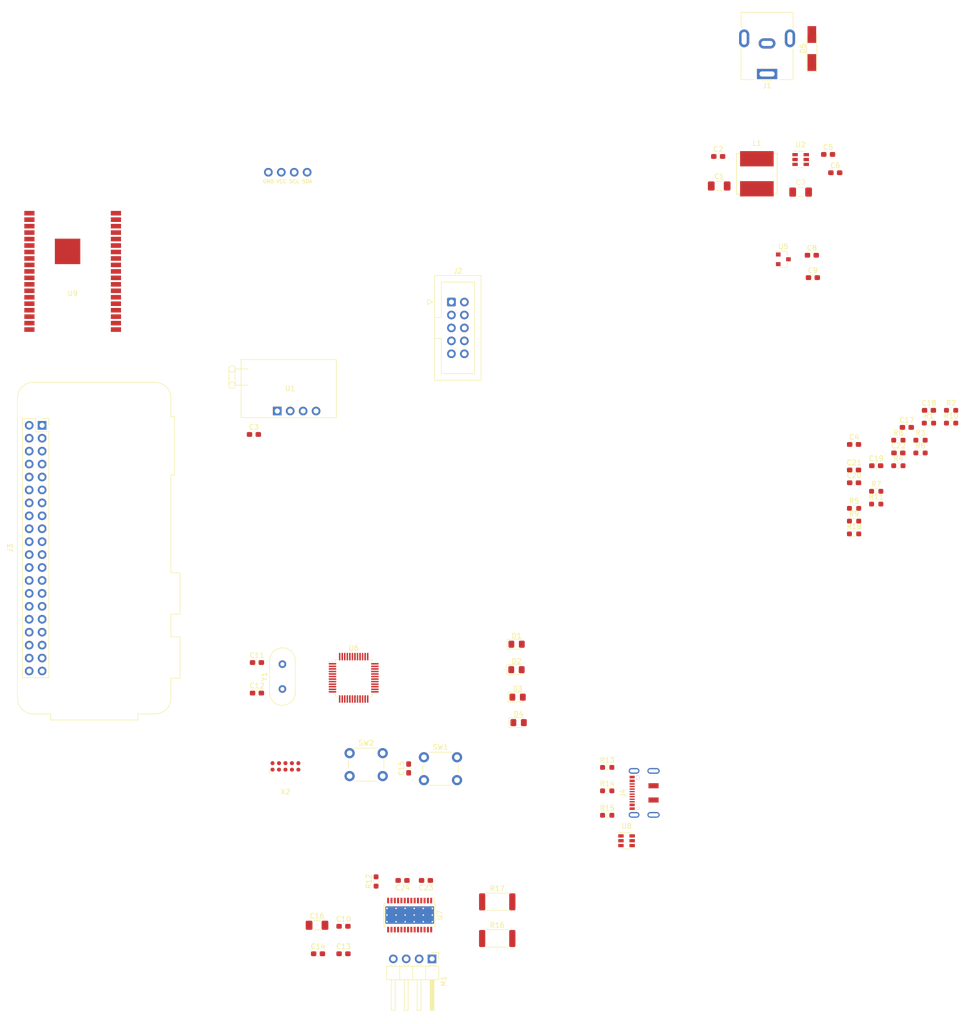
<source format=kicad_pcb>
(kicad_pcb (version 20171130) (host pcbnew 5.1.8)

  (general
    (thickness 1.6)
    (drawings 0)
    (tracks 0)
    (zones 0)
    (modules 65)
    (nets 48)
  )

  (page A4)
  (layers
    (0 F.Cu signal)
    (31 B.Cu signal)
    (32 B.Adhes user)
    (33 F.Adhes user)
    (34 B.Paste user)
    (35 F.Paste user)
    (36 B.SilkS user)
    (37 F.SilkS user)
    (38 B.Mask user)
    (39 F.Mask user)
    (40 Dwgs.User user)
    (41 Cmts.User user)
    (42 Eco1.User user)
    (43 Eco2.User user)
    (44 Edge.Cuts user)
    (45 Margin user)
    (46 B.CrtYd user)
    (47 F.CrtYd user)
    (48 B.Fab user)
    (49 F.Fab user)
  )

  (setup
    (last_trace_width 0.25)
    (trace_clearance 0.2)
    (zone_clearance 0.508)
    (zone_45_only no)
    (trace_min 0.2)
    (via_size 0.8)
    (via_drill 0.4)
    (via_min_size 0.4)
    (via_min_drill 0.3)
    (uvia_size 0.3)
    (uvia_drill 0.1)
    (uvias_allowed no)
    (uvia_min_size 0.2)
    (uvia_min_drill 0.1)
    (edge_width 0.05)
    (segment_width 0.2)
    (pcb_text_width 0.3)
    (pcb_text_size 1.5 1.5)
    (mod_edge_width 0.12)
    (mod_text_size 1 1)
    (mod_text_width 0.15)
    (pad_size 1.524 1.524)
    (pad_drill 0.762)
    (pad_to_mask_clearance 0.051)
    (solder_mask_min_width 0.25)
    (aux_axis_origin 0 0)
    (visible_elements FFFFFF7F)
    (pcbplotparams
      (layerselection 0x010fc_ffffffff)
      (usegerberextensions false)
      (usegerberattributes false)
      (usegerberadvancedattributes false)
      (creategerberjobfile false)
      (excludeedgelayer true)
      (linewidth 0.100000)
      (plotframeref false)
      (viasonmask false)
      (mode 1)
      (useauxorigin false)
      (hpglpennumber 1)
      (hpglpenspeed 20)
      (hpglpendiameter 15.000000)
      (psnegative false)
      (psa4output false)
      (plotreference true)
      (plotvalue true)
      (plotinvisibletext false)
      (padsonsilk false)
      (subtractmaskfromsilk false)
      (outputformat 1)
      (mirror false)
      (drillshape 1)
      (scaleselection 1)
      (outputdirectory ""))
  )

  (net 0 "")
  (net 1 +12V)
  (net 2 GND)
  (net 3 +5V)
  (net 4 +3V3)
  (net 5 TIME_SIGNAL)
  (net 6 /MOT_MODE0)
  (net 7 /MOT_MODE1)
  (net 8 /MOT_MODE2)
  (net 9 /MOT_~SLP)
  (net 10 /MOT_STEP)
  (net 11 /MOT_DIR)
  (net 12 "Net-(C5-Pad1)")
  (net 13 /CTRL_~RST)
  (net 14 /PI_RX)
  (net 15 /PI_TX)
  (net 16 /DISPLAY_SCL)
  (net 17 /DISPLAY_SDA)
  (net 18 /FORCE_DFU)
  (net 19 /DBG_SWDIO)
  (net 20 /DBG_SWCLK)
  (net 21 /DBG_TRACESWO)
  (net 22 "Net-(D2-Pad2)")
  (net 23 "Net-(D3-Pad2)")
  (net 24 "Net-(D4-Pad2)")
  (net 25 /LED_TIMESTATE)
  (net 26 /LED_DOORSTATE)
  (net 27 /USB+)
  (net 28 /USB-)
  (net 29 /MOT_A2)
  (net 30 /MOT_A1)
  (net 31 /MOT_B1)
  (net 32 /MOT_B2)
  (net 33 "Net-(C5-Pad2)")
  (net 34 "Net-(D1-Pad2)")
  (net 35 /USB_D-)
  (net 36 /USB_D+)
  (net 37 "Net-(C4-Pad2)")
  (net 38 /ISEN_A)
  (net 39 /ISEN_B)
  (net 40 "Net-(C4-Pad1)")
  (net 41 "Net-(R1-Pad2)")
  (net 42 "Net-(C11-Pad1)")
  (net 43 "Net-(C12-Pad1)")
  (net 44 "Net-(C23-Pad1)")
  (net 45 "Net-(C23-Pad2)")
  (net 46 "Net-(C24-Pad1)")
  (net 47 "Net-(R12-Pad1)")

  (net_class Default "This is the default net class."
    (clearance 0.2)
    (trace_width 0.25)
    (via_dia 0.8)
    (via_drill 0.4)
    (uvia_dia 0.3)
    (uvia_drill 0.1)
    (add_net +12V)
    (add_net +3V3)
    (add_net +5V)
    (add_net /CTRL_~RST)
    (add_net /DBG_SWCLK)
    (add_net /DBG_SWDIO)
    (add_net /DBG_TRACESWO)
    (add_net /DISPLAY_SCL)
    (add_net /DISPLAY_SDA)
    (add_net /FORCE_DFU)
    (add_net /ISEN_A)
    (add_net /ISEN_B)
    (add_net /LED_DOORSTATE)
    (add_net /LED_TIMESTATE)
    (add_net /MOT_A1)
    (add_net /MOT_A2)
    (add_net /MOT_B1)
    (add_net /MOT_B2)
    (add_net /MOT_DIR)
    (add_net /MOT_MODE0)
    (add_net /MOT_MODE1)
    (add_net /MOT_MODE2)
    (add_net /MOT_STEP)
    (add_net /MOT_~SLP)
    (add_net /PI_RX)
    (add_net /PI_TX)
    (add_net /USB+)
    (add_net /USB-)
    (add_net /USB_D+)
    (add_net /USB_D-)
    (add_net GND)
    (add_net "Net-(C11-Pad1)")
    (add_net "Net-(C12-Pad1)")
    (add_net "Net-(C23-Pad1)")
    (add_net "Net-(C23-Pad2)")
    (add_net "Net-(C24-Pad1)")
    (add_net "Net-(C4-Pad1)")
    (add_net "Net-(C4-Pad2)")
    (add_net "Net-(C5-Pad1)")
    (add_net "Net-(C5-Pad2)")
    (add_net "Net-(D1-Pad2)")
    (add_net "Net-(D2-Pad2)")
    (add_net "Net-(D3-Pad2)")
    (add_net "Net-(D4-Pad2)")
    (add_net "Net-(R1-Pad2)")
    (add_net "Net-(R12-Pad1)")
    (add_net TIME_SIGNAL)
  )

  (module Capacitor_SMD:C_0603_1608Metric_Pad1.08x0.95mm_HandSolder (layer F.Cu) (tedit 5F68FEEF) (tstamp 5FB47152)
    (at 74.8 75.2)
    (descr "Capacitor SMD 0603 (1608 Metric), square (rectangular) end terminal, IPC_7351 nominal with elongated pad for handsoldering. (Body size source: IPC-SM-782 page 76, https://www.pcb-3d.com/wordpress/wp-content/uploads/ipc-sm-782a_amendment_1_and_2.pdf), generated with kicad-footprint-generator")
    (tags "capacitor handsolder")
    (path /5D27E680)
    (attr smd)
    (fp_text reference C3 (at 0 -1.43) (layer F.SilkS)
      (effects (font (size 1 1) (thickness 0.15)))
    )
    (fp_text value 10uF (at 0 1.43) (layer F.Fab)
      (effects (font (size 1 1) (thickness 0.15)))
    )
    (fp_line (start -0.8 0.4) (end -0.8 -0.4) (layer F.Fab) (width 0.1))
    (fp_line (start -0.8 -0.4) (end 0.8 -0.4) (layer F.Fab) (width 0.1))
    (fp_line (start 0.8 -0.4) (end 0.8 0.4) (layer F.Fab) (width 0.1))
    (fp_line (start 0.8 0.4) (end -0.8 0.4) (layer F.Fab) (width 0.1))
    (fp_line (start -0.146267 -0.51) (end 0.146267 -0.51) (layer F.SilkS) (width 0.12))
    (fp_line (start -0.146267 0.51) (end 0.146267 0.51) (layer F.SilkS) (width 0.12))
    (fp_line (start -1.65 0.73) (end -1.65 -0.73) (layer F.CrtYd) (width 0.05))
    (fp_line (start -1.65 -0.73) (end 1.65 -0.73) (layer F.CrtYd) (width 0.05))
    (fp_line (start 1.65 -0.73) (end 1.65 0.73) (layer F.CrtYd) (width 0.05))
    (fp_line (start 1.65 0.73) (end -1.65 0.73) (layer F.CrtYd) (width 0.05))
    (fp_text user %R (at 0 0) (layer F.Fab)
      (effects (font (size 0.4 0.4) (thickness 0.06)))
    )
    (pad 2 smd roundrect (at 0.8625 0) (size 1.075 0.95) (layers F.Cu F.Paste F.Mask) (roundrect_rratio 0.25)
      (net 2 GND))
    (pad 1 smd roundrect (at -0.8625 0) (size 1.075 0.95) (layers F.Cu F.Paste F.Mask) (roundrect_rratio 0.25)
      (net 4 +3V3))
    (model ${KISYS3DMOD}/Capacitor_SMD.3dshapes/C_0603_1608Metric.wrl
      (at (xyz 0 0 0))
      (scale (xyz 1 1 1))
      (rotate (xyz 0 0 0))
    )
  )

  (module Capacitor_SMD:C_0603_1608Metric_Pad1.08x0.95mm_HandSolder (layer F.Cu) (tedit 5F68FEEF) (tstamp 5FB461BF)
    (at 187.6 20.2)
    (descr "Capacitor SMD 0603 (1608 Metric), square (rectangular) end terminal, IPC_7351 nominal with elongated pad for handsoldering. (Body size source: IPC-SM-782 page 76, https://www.pcb-3d.com/wordpress/wp-content/uploads/ipc-sm-782a_amendment_1_and_2.pdf), generated with kicad-footprint-generator")
    (tags "capacitor handsolder")
    (path /600D1E83)
    (attr smd)
    (fp_text reference C5 (at 0 -1.43) (layer F.SilkS)
      (effects (font (size 1 1) (thickness 0.15)))
    )
    (fp_text value 75pF (at 0 1.43) (layer F.Fab)
      (effects (font (size 1 1) (thickness 0.15)))
    )
    (fp_line (start 1.65 0.73) (end -1.65 0.73) (layer F.CrtYd) (width 0.05))
    (fp_line (start 1.65 -0.73) (end 1.65 0.73) (layer F.CrtYd) (width 0.05))
    (fp_line (start -1.65 -0.73) (end 1.65 -0.73) (layer F.CrtYd) (width 0.05))
    (fp_line (start -1.65 0.73) (end -1.65 -0.73) (layer F.CrtYd) (width 0.05))
    (fp_line (start -0.146267 0.51) (end 0.146267 0.51) (layer F.SilkS) (width 0.12))
    (fp_line (start -0.146267 -0.51) (end 0.146267 -0.51) (layer F.SilkS) (width 0.12))
    (fp_line (start 0.8 0.4) (end -0.8 0.4) (layer F.Fab) (width 0.1))
    (fp_line (start 0.8 -0.4) (end 0.8 0.4) (layer F.Fab) (width 0.1))
    (fp_line (start -0.8 -0.4) (end 0.8 -0.4) (layer F.Fab) (width 0.1))
    (fp_line (start -0.8 0.4) (end -0.8 -0.4) (layer F.Fab) (width 0.1))
    (fp_text user %R (at 0 0) (layer F.Fab)
      (effects (font (size 0.4 0.4) (thickness 0.06)))
    )
    (pad 1 smd roundrect (at -0.8625 0) (size 1.075 0.95) (layers F.Cu F.Paste F.Mask) (roundrect_rratio 0.25)
      (net 12 "Net-(C5-Pad1)"))
    (pad 2 smd roundrect (at 0.8625 0) (size 1.075 0.95) (layers F.Cu F.Paste F.Mask) (roundrect_rratio 0.25)
      (net 33 "Net-(C5-Pad2)"))
    (model ${KISYS3DMOD}/Capacitor_SMD.3dshapes/C_0603_1608Metric.wrl
      (at (xyz 0 0 0))
      (scale (xyz 1 1 1))
      (rotate (xyz 0 0 0))
    )
  )

  (module LED_SMD:LED_0805_2012Metric_Pad1.15x1.40mm_HandSolder (layer F.Cu) (tedit 5F68FEF1) (tstamp 5FAC845B)
    (at 126.4 116.4)
    (descr "LED SMD 0805 (2012 Metric), square (rectangular) end terminal, IPC_7351 nominal, (Body size source: https://docs.google.com/spreadsheets/d/1BsfQQcO9C6DZCsRaXUlFlo91Tg2WpOkGARC1WS5S8t0/edit?usp=sharing), generated with kicad-footprint-generator")
    (tags "LED handsolder")
    (path /5F0B7E34)
    (attr smd)
    (fp_text reference D1 (at 0 -1.65) (layer F.SilkS)
      (effects (font (size 1 1) (thickness 0.15)))
    )
    (fp_text value Green (at 0 1.65) (layer F.Fab)
      (effects (font (size 1 1) (thickness 0.15)))
    )
    (fp_line (start 1.85 0.95) (end -1.85 0.95) (layer F.CrtYd) (width 0.05))
    (fp_line (start 1.85 -0.95) (end 1.85 0.95) (layer F.CrtYd) (width 0.05))
    (fp_line (start -1.85 -0.95) (end 1.85 -0.95) (layer F.CrtYd) (width 0.05))
    (fp_line (start -1.85 0.95) (end -1.85 -0.95) (layer F.CrtYd) (width 0.05))
    (fp_line (start -1.86 0.96) (end 1 0.96) (layer F.SilkS) (width 0.12))
    (fp_line (start -1.86 -0.96) (end -1.86 0.96) (layer F.SilkS) (width 0.12))
    (fp_line (start 1 -0.96) (end -1.86 -0.96) (layer F.SilkS) (width 0.12))
    (fp_line (start 1 0.6) (end 1 -0.6) (layer F.Fab) (width 0.1))
    (fp_line (start -1 0.6) (end 1 0.6) (layer F.Fab) (width 0.1))
    (fp_line (start -1 -0.3) (end -1 0.6) (layer F.Fab) (width 0.1))
    (fp_line (start -0.7 -0.6) (end -1 -0.3) (layer F.Fab) (width 0.1))
    (fp_line (start 1 -0.6) (end -0.7 -0.6) (layer F.Fab) (width 0.1))
    (fp_text user %R (at 0 0) (layer F.Fab)
      (effects (font (size 0.5 0.5) (thickness 0.08)))
    )
    (pad 1 smd roundrect (at -1.025 0) (size 1.15 1.4) (layers F.Cu F.Paste F.Mask) (roundrect_rratio 0.217391)
      (net 2 GND))
    (pad 2 smd roundrect (at 1.025 0) (size 1.15 1.4) (layers F.Cu F.Paste F.Mask) (roundrect_rratio 0.217391)
      (net 34 "Net-(D1-Pad2)"))
    (model ${KISYS3DMOD}/LED_SMD.3dshapes/LED_0805_2012Metric.wrl
      (at (xyz 0 0 0))
      (scale (xyz 1 1 1))
      (rotate (xyz 0 0 0))
    )
  )

  (module LED_SMD:LED_0805_2012Metric_Pad1.15x1.40mm_HandSolder (layer F.Cu) (tedit 5F68FEF1) (tstamp 5FAC846E)
    (at 126.375 121.4)
    (descr "LED SMD 0805 (2012 Metric), square (rectangular) end terminal, IPC_7351 nominal, (Body size source: https://docs.google.com/spreadsheets/d/1BsfQQcO9C6DZCsRaXUlFlo91Tg2WpOkGARC1WS5S8t0/edit?usp=sharing), generated with kicad-footprint-generator")
    (tags "LED handsolder")
    (path /5F4949E8)
    (attr smd)
    (fp_text reference D2 (at 0 -1.65) (layer F.SilkS)
      (effects (font (size 1 1) (thickness 0.15)))
    )
    (fp_text value Yellow (at 0 1.65) (layer F.Fab)
      (effects (font (size 1 1) (thickness 0.15)))
    )
    (fp_line (start 1 -0.6) (end -0.7 -0.6) (layer F.Fab) (width 0.1))
    (fp_line (start -0.7 -0.6) (end -1 -0.3) (layer F.Fab) (width 0.1))
    (fp_line (start -1 -0.3) (end -1 0.6) (layer F.Fab) (width 0.1))
    (fp_line (start -1 0.6) (end 1 0.6) (layer F.Fab) (width 0.1))
    (fp_line (start 1 0.6) (end 1 -0.6) (layer F.Fab) (width 0.1))
    (fp_line (start 1 -0.96) (end -1.86 -0.96) (layer F.SilkS) (width 0.12))
    (fp_line (start -1.86 -0.96) (end -1.86 0.96) (layer F.SilkS) (width 0.12))
    (fp_line (start -1.86 0.96) (end 1 0.96) (layer F.SilkS) (width 0.12))
    (fp_line (start -1.85 0.95) (end -1.85 -0.95) (layer F.CrtYd) (width 0.05))
    (fp_line (start -1.85 -0.95) (end 1.85 -0.95) (layer F.CrtYd) (width 0.05))
    (fp_line (start 1.85 -0.95) (end 1.85 0.95) (layer F.CrtYd) (width 0.05))
    (fp_line (start 1.85 0.95) (end -1.85 0.95) (layer F.CrtYd) (width 0.05))
    (fp_text user %R (at 0 0) (layer F.Fab)
      (effects (font (size 0.5 0.5) (thickness 0.08)))
    )
    (pad 2 smd roundrect (at 1.025 0) (size 1.15 1.4) (layers F.Cu F.Paste F.Mask) (roundrect_rratio 0.217391)
      (net 22 "Net-(D2-Pad2)"))
    (pad 1 smd roundrect (at -1.025 0) (size 1.15 1.4) (layers F.Cu F.Paste F.Mask) (roundrect_rratio 0.217391)
      (net 2 GND))
    (model ${KISYS3DMOD}/LED_SMD.3dshapes/LED_0805_2012Metric.wrl
      (at (xyz 0 0 0))
      (scale (xyz 1 1 1))
      (rotate (xyz 0 0 0))
    )
  )

  (module LED_SMD:LED_0805_2012Metric_Pad1.15x1.40mm_HandSolder (layer F.Cu) (tedit 5F68FEF1) (tstamp 5FAC8481)
    (at 126.6 126.8)
    (descr "LED SMD 0805 (2012 Metric), square (rectangular) end terminal, IPC_7351 nominal, (Body size source: https://docs.google.com/spreadsheets/d/1BsfQQcO9C6DZCsRaXUlFlo91Tg2WpOkGARC1WS5S8t0/edit?usp=sharing), generated with kicad-footprint-generator")
    (tags "LED handsolder")
    (path /5F494E5F)
    (attr smd)
    (fp_text reference D3 (at 0 -1.65) (layer F.SilkS)
      (effects (font (size 1 1) (thickness 0.15)))
    )
    (fp_text value Blue (at 0 1.65) (layer F.Fab)
      (effects (font (size 1 1) (thickness 0.15)))
    )
    (fp_line (start 1.85 0.95) (end -1.85 0.95) (layer F.CrtYd) (width 0.05))
    (fp_line (start 1.85 -0.95) (end 1.85 0.95) (layer F.CrtYd) (width 0.05))
    (fp_line (start -1.85 -0.95) (end 1.85 -0.95) (layer F.CrtYd) (width 0.05))
    (fp_line (start -1.85 0.95) (end -1.85 -0.95) (layer F.CrtYd) (width 0.05))
    (fp_line (start -1.86 0.96) (end 1 0.96) (layer F.SilkS) (width 0.12))
    (fp_line (start -1.86 -0.96) (end -1.86 0.96) (layer F.SilkS) (width 0.12))
    (fp_line (start 1 -0.96) (end -1.86 -0.96) (layer F.SilkS) (width 0.12))
    (fp_line (start 1 0.6) (end 1 -0.6) (layer F.Fab) (width 0.1))
    (fp_line (start -1 0.6) (end 1 0.6) (layer F.Fab) (width 0.1))
    (fp_line (start -1 -0.3) (end -1 0.6) (layer F.Fab) (width 0.1))
    (fp_line (start -0.7 -0.6) (end -1 -0.3) (layer F.Fab) (width 0.1))
    (fp_line (start 1 -0.6) (end -0.7 -0.6) (layer F.Fab) (width 0.1))
    (fp_text user %R (at 0 0) (layer F.Fab)
      (effects (font (size 0.5 0.5) (thickness 0.08)))
    )
    (pad 1 smd roundrect (at -1.025 0) (size 1.15 1.4) (layers F.Cu F.Paste F.Mask) (roundrect_rratio 0.217391)
      (net 2 GND))
    (pad 2 smd roundrect (at 1.025 0) (size 1.15 1.4) (layers F.Cu F.Paste F.Mask) (roundrect_rratio 0.217391)
      (net 23 "Net-(D3-Pad2)"))
    (model ${KISYS3DMOD}/LED_SMD.3dshapes/LED_0805_2012Metric.wrl
      (at (xyz 0 0 0))
      (scale (xyz 1 1 1))
      (rotate (xyz 0 0 0))
    )
  )

  (module LED_SMD:LED_0805_2012Metric_Pad1.15x1.40mm_HandSolder (layer F.Cu) (tedit 5F68FEF1) (tstamp 5FAC8494)
    (at 126.8 131.8)
    (descr "LED SMD 0805 (2012 Metric), square (rectangular) end terminal, IPC_7351 nominal, (Body size source: https://docs.google.com/spreadsheets/d/1BsfQQcO9C6DZCsRaXUlFlo91Tg2WpOkGARC1WS5S8t0/edit?usp=sharing), generated with kicad-footprint-generator")
    (tags "LED handsolder")
    (path /5F495083)
    (attr smd)
    (fp_text reference D4 (at 0 -1.65) (layer F.SilkS)
      (effects (font (size 1 1) (thickness 0.15)))
    )
    (fp_text value Red (at 0 1.65) (layer F.Fab)
      (effects (font (size 1 1) (thickness 0.15)))
    )
    (fp_line (start 1 -0.6) (end -0.7 -0.6) (layer F.Fab) (width 0.1))
    (fp_line (start -0.7 -0.6) (end -1 -0.3) (layer F.Fab) (width 0.1))
    (fp_line (start -1 -0.3) (end -1 0.6) (layer F.Fab) (width 0.1))
    (fp_line (start -1 0.6) (end 1 0.6) (layer F.Fab) (width 0.1))
    (fp_line (start 1 0.6) (end 1 -0.6) (layer F.Fab) (width 0.1))
    (fp_line (start 1 -0.96) (end -1.86 -0.96) (layer F.SilkS) (width 0.12))
    (fp_line (start -1.86 -0.96) (end -1.86 0.96) (layer F.SilkS) (width 0.12))
    (fp_line (start -1.86 0.96) (end 1 0.96) (layer F.SilkS) (width 0.12))
    (fp_line (start -1.85 0.95) (end -1.85 -0.95) (layer F.CrtYd) (width 0.05))
    (fp_line (start -1.85 -0.95) (end 1.85 -0.95) (layer F.CrtYd) (width 0.05))
    (fp_line (start 1.85 -0.95) (end 1.85 0.95) (layer F.CrtYd) (width 0.05))
    (fp_line (start 1.85 0.95) (end -1.85 0.95) (layer F.CrtYd) (width 0.05))
    (fp_text user %R (at 0 0) (layer F.Fab)
      (effects (font (size 0.5 0.5) (thickness 0.08)))
    )
    (pad 2 smd roundrect (at 1.025 0) (size 1.15 1.4) (layers F.Cu F.Paste F.Mask) (roundrect_rratio 0.217391)
      (net 24 "Net-(D4-Pad2)"))
    (pad 1 smd roundrect (at -1.025 0) (size 1.15 1.4) (layers F.Cu F.Paste F.Mask) (roundrect_rratio 0.217391)
      (net 2 GND))
    (model ${KISYS3DMOD}/LED_SMD.3dshapes/LED_0805_2012Metric.wrl
      (at (xyz 0 0 0))
      (scale (xyz 1 1 1))
      (rotate (xyz 0 0 0))
    )
  )

  (module Diode_SMD:D_MiniMELF_Handsoldering (layer F.Cu) (tedit 5905D919) (tstamp 5FB460CA)
    (at 184.4 -0.6 90)
    (descr "Diode Mini-MELF (SOD-80) Handsoldering")
    (tags "Diode Mini-MELF (SOD-80) Handsoldering")
    (path /5D2959E3)
    (attr smd)
    (fp_text reference D5 (at 0 -1.75 90) (layer F.SilkS)
      (effects (font (size 1 1) (thickness 0.15)))
    )
    (fp_text value "ZMM5248_R1_00001 18V" (at 0 1.75 90) (layer F.Fab)
      (effects (font (size 1 1) (thickness 0.15)))
    )
    (fp_line (start -4.65 1.1) (end -4.65 -1.1) (layer F.CrtYd) (width 0.05))
    (fp_line (start 4.65 1.1) (end -4.65 1.1) (layer F.CrtYd) (width 0.05))
    (fp_line (start 4.65 -1.1) (end 4.65 1.1) (layer F.CrtYd) (width 0.05))
    (fp_line (start -4.65 -1.1) (end 4.65 -1.1) (layer F.CrtYd) (width 0.05))
    (fp_line (start -0.75 0) (end -0.35 0) (layer F.Fab) (width 0.1))
    (fp_line (start -0.35 0) (end -0.35 -0.55) (layer F.Fab) (width 0.1))
    (fp_line (start -0.35 0) (end -0.35 0.55) (layer F.Fab) (width 0.1))
    (fp_line (start -0.35 0) (end 0.25 -0.4) (layer F.Fab) (width 0.1))
    (fp_line (start 0.25 -0.4) (end 0.25 0.4) (layer F.Fab) (width 0.1))
    (fp_line (start 0.25 0.4) (end -0.35 0) (layer F.Fab) (width 0.1))
    (fp_line (start 0.25 0) (end 0.75 0) (layer F.Fab) (width 0.1))
    (fp_line (start -1.65 -0.8) (end 1.65 -0.8) (layer F.Fab) (width 0.1))
    (fp_line (start -1.65 0.8) (end -1.65 -0.8) (layer F.Fab) (width 0.1))
    (fp_line (start 1.65 0.8) (end -1.65 0.8) (layer F.Fab) (width 0.1))
    (fp_line (start 1.65 -0.8) (end 1.65 0.8) (layer F.Fab) (width 0.1))
    (fp_line (start -4.55 1) (end 2.75 1) (layer F.SilkS) (width 0.12))
    (fp_line (start -4.55 -1) (end -4.55 1) (layer F.SilkS) (width 0.12))
    (fp_line (start 2.75 -1) (end -4.55 -1) (layer F.SilkS) (width 0.12))
    (fp_text user %R (at 0 -1.75 90) (layer F.Fab)
      (effects (font (size 1 1) (thickness 0.15)))
    )
    (pad 1 smd rect (at -2.75 0 90) (size 3.3 1.7) (layers F.Cu F.Paste F.Mask)
      (net 1 +12V))
    (pad 2 smd rect (at 2.75 0 90) (size 3.3 1.7) (layers F.Cu F.Paste F.Mask)
      (net 2 GND))
    (model ${KISYS3DMOD}/Diode_SMD.3dshapes/D_MiniMELF.wrl
      (at (xyz 0 0 0))
      (scale (xyz 1 1 1))
      (rotate (xyz 0 0 0))
    )
  )

  (module Connector_BarrelJack:BarrelJack_CUI_PJ-063AH_Horizontal (layer F.Cu) (tedit 5B0886BD) (tstamp 5FB46116)
    (at 175.6 4.4 180)
    (descr "Barrel Jack, 2.0mm ID, 5.5mm OD, 24V, 8A, no switch, https://www.cui.com/product/resource/pj-063ah.pdf")
    (tags "barrel jack cui dc power")
    (path /5D23A5BD)
    (fp_text reference J1 (at 0 -2.3) (layer F.SilkS)
      (effects (font (size 1 1) (thickness 0.15)))
    )
    (fp_text value PJ-063AH (at 0 13) (layer F.Fab)
      (effects (font (size 1 1) (thickness 0.15)))
    )
    (fp_line (start 6 -1.5) (end -6 -1.5) (layer F.CrtYd) (width 0.05))
    (fp_line (start 6 12.5) (end 6 -1.5) (layer F.CrtYd) (width 0.05))
    (fp_line (start -6 12.5) (end 6 12.5) (layer F.CrtYd) (width 0.05))
    (fp_line (start -6 -1.5) (end -6 12.5) (layer F.CrtYd) (width 0.05))
    (fp_line (start -1 -1.3) (end 1 -1.3) (layer F.SilkS) (width 0.12))
    (fp_line (start -5.11 12.11) (end -5.11 9.05) (layer F.SilkS) (width 0.12))
    (fp_line (start 5.11 12.11) (end -5.11 12.11) (layer F.SilkS) (width 0.12))
    (fp_line (start 5.11 9.05) (end 5.11 12.11) (layer F.SilkS) (width 0.12))
    (fp_line (start 5.11 -1.11) (end 5.11 4.95) (layer F.SilkS) (width 0.12))
    (fp_line (start 2.3 -1.11) (end 5.11 -1.11) (layer F.SilkS) (width 0.12))
    (fp_line (start -5.11 -1.11) (end -2.3 -1.11) (layer F.SilkS) (width 0.12))
    (fp_line (start -5.11 4.95) (end -5.11 -1.11) (layer F.SilkS) (width 0.12))
    (fp_line (start -5 12) (end -5 -1) (layer F.Fab) (width 0.1))
    (fp_line (start 5 12) (end -5 12) (layer F.Fab) (width 0.1))
    (fp_line (start 5 -1) (end 5 12) (layer F.Fab) (width 0.1))
    (fp_line (start 1 -1) (end 5 -1) (layer F.Fab) (width 0.1))
    (fp_line (start 0 0) (end 1 -1) (layer F.Fab) (width 0.1))
    (fp_line (start -1 -1) (end 0 0) (layer F.Fab) (width 0.1))
    (fp_line (start -5 -1) (end -1 -1) (layer F.Fab) (width 0.1))
    (fp_text user %R (at 0 5.5) (layer F.Fab)
      (effects (font (size 1 1) (thickness 0.15)))
    )
    (pad 1 thru_hole rect (at 0 0 180) (size 4 2) (drill oval 3 1) (layers *.Cu *.Mask)
      (net 1 +12V))
    (pad 2 thru_hole oval (at 0 6 180) (size 3.3 2) (drill oval 2.3 1) (layers *.Cu *.Mask)
      (net 2 GND))
    (pad MP thru_hole oval (at -4.5 7 180) (size 2 3.5) (drill oval 1 2.5) (layers *.Cu *.Mask))
    (pad MP thru_hole oval (at 4.5 7 180) (size 2 3.5) (drill oval 1 2.5) (layers *.Cu *.Mask))
    (pad "" np_thru_hole circle (at 0 9 180) (size 1.6 1.6) (drill 1.6) (layers *.Cu *.Mask))
    (model ${KISYS3DMOD}/Connector_BarrelJack.3dshapes/BarrelJack_CUI_PJ-063AH_Horizontal.wrl
      (at (xyz 0 0 0))
      (scale (xyz 1 1 1))
      (rotate (xyz 0 0 0))
    )
  )

  (module Connector_IDC:IDC-Header_2x05_P2.54mm_Vertical (layer F.Cu) (tedit 5EAC9A07) (tstamp 5FAC84F9)
    (at 113.6 49.2)
    (descr "Through hole IDC box header, 2x05, 2.54mm pitch, DIN 41651 / IEC 60603-13, double rows, https://docs.google.com/spreadsheets/d/16SsEcesNF15N3Lb4niX7dcUr-NY5_MFPQhobNuNppn4/edit#gid=0")
    (tags "Through hole vertical IDC box header THT 2x05 2.54mm double row")
    (path /5E6326E3)
    (fp_text reference J2 (at 1.27 -6.1) (layer F.SilkS)
      (effects (font (size 1 1) (thickness 0.15)))
    )
    (fp_text value "External Extension" (at 1.27 16.26) (layer F.Fab)
      (effects (font (size 1 1) (thickness 0.15)))
    )
    (fp_line (start 6.22 -5.6) (end -3.68 -5.6) (layer F.CrtYd) (width 0.05))
    (fp_line (start 6.22 15.76) (end 6.22 -5.6) (layer F.CrtYd) (width 0.05))
    (fp_line (start -3.68 15.76) (end 6.22 15.76) (layer F.CrtYd) (width 0.05))
    (fp_line (start -3.68 -5.6) (end -3.68 15.76) (layer F.CrtYd) (width 0.05))
    (fp_line (start -4.68 0.5) (end -3.68 0) (layer F.SilkS) (width 0.12))
    (fp_line (start -4.68 -0.5) (end -4.68 0.5) (layer F.SilkS) (width 0.12))
    (fp_line (start -3.68 0) (end -4.68 -0.5) (layer F.SilkS) (width 0.12))
    (fp_line (start -1.98 7.13) (end -3.29 7.13) (layer F.SilkS) (width 0.12))
    (fp_line (start -1.98 7.13) (end -1.98 7.13) (layer F.SilkS) (width 0.12))
    (fp_line (start -1.98 14.07) (end -1.98 7.13) (layer F.SilkS) (width 0.12))
    (fp_line (start 4.52 14.07) (end -1.98 14.07) (layer F.SilkS) (width 0.12))
    (fp_line (start 4.52 -3.91) (end 4.52 14.07) (layer F.SilkS) (width 0.12))
    (fp_line (start -1.98 -3.91) (end 4.52 -3.91) (layer F.SilkS) (width 0.12))
    (fp_line (start -1.98 3.03) (end -1.98 -3.91) (layer F.SilkS) (width 0.12))
    (fp_line (start -3.29 3.03) (end -1.98 3.03) (layer F.SilkS) (width 0.12))
    (fp_line (start -3.29 15.37) (end -3.29 -5.21) (layer F.SilkS) (width 0.12))
    (fp_line (start 5.83 15.37) (end -3.29 15.37) (layer F.SilkS) (width 0.12))
    (fp_line (start 5.83 -5.21) (end 5.83 15.37) (layer F.SilkS) (width 0.12))
    (fp_line (start -3.29 -5.21) (end 5.83 -5.21) (layer F.SilkS) (width 0.12))
    (fp_line (start -1.98 7.13) (end -3.18 7.13) (layer F.Fab) (width 0.1))
    (fp_line (start -1.98 7.13) (end -1.98 7.13) (layer F.Fab) (width 0.1))
    (fp_line (start -1.98 14.07) (end -1.98 7.13) (layer F.Fab) (width 0.1))
    (fp_line (start 4.52 14.07) (end -1.98 14.07) (layer F.Fab) (width 0.1))
    (fp_line (start 4.52 -3.91) (end 4.52 14.07) (layer F.Fab) (width 0.1))
    (fp_line (start -1.98 -3.91) (end 4.52 -3.91) (layer F.Fab) (width 0.1))
    (fp_line (start -1.98 3.03) (end -1.98 -3.91) (layer F.Fab) (width 0.1))
    (fp_line (start -3.18 3.03) (end -1.98 3.03) (layer F.Fab) (width 0.1))
    (fp_line (start -3.18 15.26) (end -3.18 -4.1) (layer F.Fab) (width 0.1))
    (fp_line (start 5.72 15.26) (end -3.18 15.26) (layer F.Fab) (width 0.1))
    (fp_line (start 5.72 -5.1) (end 5.72 15.26) (layer F.Fab) (width 0.1))
    (fp_line (start -2.18 -5.1) (end 5.72 -5.1) (layer F.Fab) (width 0.1))
    (fp_line (start -3.18 -4.1) (end -2.18 -5.1) (layer F.Fab) (width 0.1))
    (fp_text user %R (at 1.27 5.08 90) (layer F.Fab)
      (effects (font (size 1 1) (thickness 0.15)))
    )
    (pad 1 thru_hole roundrect (at 0 0) (size 1.7 1.7) (drill 1) (layers *.Cu *.Mask) (roundrect_rratio 0.147059)
      (net 3 +5V))
    (pad 3 thru_hole circle (at 0 2.54) (size 1.7 1.7) (drill 1) (layers *.Cu *.Mask)
      (net 3 +5V))
    (pad 5 thru_hole circle (at 0 5.08) (size 1.7 1.7) (drill 1) (layers *.Cu *.Mask)
      (net 16 /DISPLAY_SCL))
    (pad 7 thru_hole circle (at 0 7.62) (size 1.7 1.7) (drill 1) (layers *.Cu *.Mask)
      (net 26 /LED_DOORSTATE))
    (pad 9 thru_hole circle (at 0 10.16) (size 1.7 1.7) (drill 1) (layers *.Cu *.Mask)
      (net 25 /LED_TIMESTATE))
    (pad 2 thru_hole circle (at 2.54 0) (size 1.7 1.7) (drill 1) (layers *.Cu *.Mask)
      (net 2 GND))
    (pad 4 thru_hole circle (at 2.54 2.54) (size 1.7 1.7) (drill 1) (layers *.Cu *.Mask)
      (net 2 GND))
    (pad 6 thru_hole circle (at 2.54 5.08) (size 1.7 1.7) (drill 1) (layers *.Cu *.Mask)
      (net 17 /DISPLAY_SDA))
    (pad 8 thru_hole circle (at 2.54 7.62) (size 1.7 1.7) (drill 1) (layers *.Cu *.Mask)
      (net 13 /CTRL_~RST))
    (pad 10 thru_hole circle (at 2.54 10.16) (size 1.7 1.7) (drill 1) (layers *.Cu *.Mask)
      (net 5 TIME_SIGNAL))
    (model ${KISYS3DMOD}/Connector_IDC.3dshapes/IDC-Header_2x05_P2.54mm_Vertical.wrl
      (at (xyz 0 0 0))
      (scale (xyz 1 1 1))
      (rotate (xyz 0 0 0))
    )
  )

  (module Module:Raspberry_Pi_Zero_Socketed_THT_FaceDown_MountingHoles (layer F.Cu) (tedit 5C6350CC) (tstamp 5FAC857F)
    (at 33.2 73.4)
    (descr "Raspberry Pi Zero using through hole straight pin socket, 2x20, 2.54mm pitch, https://www.raspberrypi.org/documentation/hardware/raspberrypi/mechanical/rpi_MECH_Zero_1p2.pdf")
    (tags "raspberry pi zero through hole")
    (path /5E4ED854)
    (fp_text reference J3 (at -6.27 24.13 90) (layer F.SilkS)
      (effects (font (size 1 1) (thickness 0.15)))
    )
    (fp_text value "Raspberry Pi Zero W" (at 10.23 24.13 270) (layer F.Fab)
      (effects (font (size 1 1) (thickness 0.15)))
    )
    (fp_line (start 25.29 -1.68) (end 25.29 -5.37) (layer F.SilkS) (width 0.12))
    (fp_line (start 25.99 -1.68) (end 25.29 -1.68) (layer F.SilkS) (width 0.12))
    (fp_line (start 25.99 9.74) (end 25.99 -1.68) (layer F.SilkS) (width 0.12))
    (fp_line (start 25.29 9.74) (end 25.99 9.74) (layer F.SilkS) (width 0.12))
    (fp_line (start 25.29 28.97) (end 25.29 9.74) (layer F.SilkS) (width 0.12))
    (fp_line (start 25.29 41.57) (end 25.29 37.09) (layer F.SilkS) (width 0.12))
    (fp_line (start 27.09 37.09) (end 27.09 28.97) (layer F.SilkS) (width 0.12))
    (fp_line (start 27.09 28.97) (end 25.29 28.97) (layer F.SilkS) (width 0.12))
    (fp_line (start 25.29 37.09) (end 27.09 37.09) (layer F.SilkS) (width 0.12))
    (fp_line (start 27.09 41.57) (end 25.29 41.57) (layer F.SilkS) (width 0.12))
    (fp_line (start 27.09 49.69) (end 27.09 41.57) (layer F.SilkS) (width 0.12))
    (fp_line (start 25.29 49.69) (end 27.09 49.69) (layer F.SilkS) (width 0.12))
    (fp_line (start 1.67 56.69) (end -1.77 56.69) (layer F.SilkS) (width 0.12))
    (fp_line (start 18.79 57.89) (end 18.79 56.69) (layer F.SilkS) (width 0.12))
    (fp_line (start 1.67 57.89) (end 18.79 57.89) (layer F.SilkS) (width 0.12))
    (fp_line (start 1.67 56.69) (end 1.67 57.89) (layer F.SilkS) (width 0.12))
    (fp_line (start 22.23 56.63) (end 18.73 56.63) (layer F.Fab) (width 0.1))
    (fp_line (start 18.73 56.63) (end 18.73 57.83) (layer F.Fab) (width 0.1))
    (fp_line (start 1.73 57.83) (end 18.73 57.83) (layer F.Fab) (width 0.1))
    (fp_line (start 1.73 56.63) (end 1.73 57.83) (layer F.Fab) (width 0.1))
    (fp_line (start 25.23 29.03) (end 25.23 9.68) (layer F.Fab) (width 0.1))
    (fp_line (start 25.23 41.63) (end 25.23 37.03) (layer F.Fab) (width 0.1))
    (fp_line (start 25.23 49.63) (end 25.23 53.63) (layer F.Fab) (width 0.1))
    (fp_line (start 27.03 37.03) (end 27.03 29.03) (layer F.Fab) (width 0.1))
    (fp_line (start 25.23 37.03) (end 27.03 37.03) (layer F.Fab) (width 0.1))
    (fp_line (start 27.03 29.03) (end 25.23 29.03) (layer F.Fab) (width 0.1))
    (fp_line (start -4.77 53.63) (end -4.77 -5.37) (layer F.Fab) (width 0.1))
    (fp_line (start -1.77 -8.37) (end 22.23 -8.37) (layer F.Fab) (width 0.1))
    (fp_line (start -1.77 56.63) (end 1.73 56.63) (layer F.Fab) (width 0.1))
    (fp_line (start -3.81 49.53) (end -3.81 -1.27) (layer F.Fab) (width 0.1))
    (fp_line (start 1.27 49.53) (end -3.81 49.53) (layer F.Fab) (width 0.1))
    (fp_line (start -3.87 -1.33) (end -3.87 49.59) (layer F.SilkS) (width 0.12))
    (fp_line (start -3.87 -1.33) (end -1.27 -1.33) (layer F.SilkS) (width 0.12))
    (fp_line (start 1.76 -1.8) (end 1.76 50) (layer F.CrtYd) (width 0.05))
    (fp_line (start -4.34 -1.8) (end 1.76 -1.8) (layer F.CrtYd) (width 0.05))
    (fp_line (start -4.34 50) (end -4.34 -1.8) (layer F.CrtYd) (width 0.05))
    (fp_line (start 1.76 50) (end -4.34 50) (layer F.CrtYd) (width 0.05))
    (fp_line (start -1.27 -1.33) (end -1.27 1.27) (layer F.SilkS) (width 0.12))
    (fp_line (start -1.27 1.27) (end 1.33 1.27) (layer F.SilkS) (width 0.12))
    (fp_line (start 0 -1.33) (end 1.33 -1.33) (layer F.SilkS) (width 0.12))
    (fp_line (start 1.33 -1.33) (end 1.33 0) (layer F.SilkS) (width 0.12))
    (fp_line (start 1.33 1.27) (end 1.33 49.59) (layer F.SilkS) (width 0.12))
    (fp_line (start -3.87 49.59) (end 1.33 49.59) (layer F.SilkS) (width 0.12))
    (fp_line (start 0.27 -1.27) (end 1.27 -0.27) (layer F.Fab) (width 0.1))
    (fp_line (start -3.81 -1.27) (end 0.27 -1.27) (layer F.Fab) (width 0.1))
    (fp_line (start 1.27 -0.27) (end 1.27 49.53) (layer F.Fab) (width 0.1))
    (fp_line (start 18.79 56.69) (end 22.23 56.69) (layer F.SilkS) (width 0.12))
    (fp_line (start 25.29 53.63) (end 25.29 49.69) (layer F.SilkS) (width 0.12))
    (fp_line (start -1.77 -8.43) (end 22.23 -8.43) (layer F.SilkS) (width 0.12))
    (fp_line (start -4.83 53.63) (end -4.83 -5.37) (layer F.SilkS) (width 0.12))
    (fp_line (start 27.53 50.13) (end 25.48 50.13) (layer F.CrtYd) (width 0.05))
    (fp_line (start 27.53 41.13) (end 25.48 41.13) (layer F.CrtYd) (width 0.05))
    (fp_line (start 27.53 50.13) (end 27.53 41.13) (layer F.CrtYd) (width 0.05))
    (fp_line (start 27.53 37.53) (end 25.48 37.53) (layer F.CrtYd) (width 0.05))
    (fp_line (start 27.53 37.53) (end 27.53 28.53) (layer F.CrtYd) (width 0.05))
    (fp_line (start 27.53 28.53) (end 25.48 28.53) (layer F.CrtYd) (width 0.05))
    (fp_line (start 26.43 10.18) (end 25.48 10.18) (layer F.CrtYd) (width 0.05))
    (fp_line (start 26.43 -2.12) (end 25.48 -2.12) (layer F.CrtYd) (width 0.05))
    (fp_line (start 26.43 -2.12) (end 26.43 10.18) (layer F.CrtYd) (width 0.05))
    (fp_line (start 1.23 58.33) (end 1.23 56.88) (layer F.CrtYd) (width 0.05))
    (fp_line (start 19.23 58.33) (end 19.23 56.88) (layer F.CrtYd) (width 0.05))
    (fp_line (start 19.23 58.33) (end 1.23 58.33) (layer F.CrtYd) (width 0.05))
    (fp_line (start -5.02 56.88) (end -5.02 -8.62) (layer F.CrtYd) (width 0.05))
    (fp_line (start 25.48 28.53) (end 25.48 10.18) (layer F.CrtYd) (width 0.05))
    (fp_line (start -5.02 -8.62) (end 25.48 -8.62) (layer F.CrtYd) (width 0.05))
    (fp_line (start 25.48 -2.12) (end 25.48 -8.62) (layer F.CrtYd) (width 0.05))
    (fp_line (start 25.48 37.53) (end 25.48 41.13) (layer F.CrtYd) (width 0.05))
    (fp_line (start 25.48 50.13) (end 25.48 56.88) (layer F.CrtYd) (width 0.05))
    (fp_line (start -5.02 56.88) (end 1.23 56.88) (layer F.CrtYd) (width 0.05))
    (fp_line (start 19.23 56.88) (end 25.48 56.88) (layer F.CrtYd) (width 0.05))
    (fp_line (start 25.23 -1.62) (end 25.93 -1.62) (layer F.Fab) (width 0.1))
    (fp_line (start 25.23 9.68) (end 25.93 9.68) (layer F.Fab) (width 0.1))
    (fp_line (start 25.93 9.68) (end 25.93 -1.62) (layer F.Fab) (width 0.1))
    (fp_line (start 25.23 -1.62) (end 25.23 -5.37) (layer F.Fab) (width 0.1))
    (fp_line (start 25.23 49.63) (end 27.03 49.63) (layer F.Fab) (width 0.1))
    (fp_line (start 27.03 49.63) (end 27.03 41.63) (layer F.Fab) (width 0.1))
    (fp_line (start 27.03 41.63) (end 25.23 41.63) (layer F.Fab) (width 0.1))
    (fp_arc (start 22.23 -5.37) (end 22.23 -8.43) (angle 90) (layer F.SilkS) (width 0.12))
    (fp_arc (start 22.23 53.63) (end 25.23 53.63) (angle 90) (layer F.Fab) (width 0.1))
    (fp_arc (start -1.77 -5.37) (end -4.83 -5.37) (angle 90) (layer F.SilkS) (width 0.12))
    (fp_arc (start -1.77 53.63) (end -1.77 56.69) (angle 90) (layer F.SilkS) (width 0.12))
    (fp_arc (start 22.23 53.63) (end 25.29 53.63) (angle 90) (layer F.SilkS) (width 0.12))
    (fp_arc (start 22.23 -5.37) (end 22.23 -8.37) (angle 90) (layer F.Fab) (width 0.1))
    (fp_arc (start -1.77 -5.37) (end -4.77 -5.37) (angle 90) (layer F.Fab) (width 0.1))
    (fp_arc (start -1.77 53.63) (end -1.77 56.63) (angle 90) (layer F.Fab) (width 0.1))
    (fp_text user %R (at -1.27 24.13 90) (layer F.Fab)
      (effects (font (size 1 1) (thickness 0.15)))
    )
    (pad 6 thru_hole oval (at -2.54 5.08) (size 1.7 1.7) (drill 1) (layers *.Cu *.Mask)
      (net 2 GND))
    (pad 3 thru_hole oval (at 0 2.54) (size 1.7 1.7) (drill 1) (layers *.Cu *.Mask))
    (pad 15 thru_hole oval (at 0 17.78) (size 1.7 1.7) (drill 1) (layers *.Cu *.Mask))
    (pad 16 thru_hole oval (at -2.54 17.78) (size 1.7 1.7) (drill 1) (layers *.Cu *.Mask))
    (pad 4 thru_hole oval (at -2.54 2.54) (size 1.7 1.7) (drill 1) (layers *.Cu *.Mask)
      (net 3 +5V))
    (pad 5 thru_hole oval (at 0 5.08) (size 1.7 1.7) (drill 1) (layers *.Cu *.Mask))
    (pad 2 thru_hole oval (at -2.54 0) (size 1.7 1.7) (drill 1) (layers *.Cu *.Mask)
      (net 3 +5V))
    (pad 1 thru_hole rect (at 0 0) (size 1.7 1.7) (drill 1) (layers *.Cu *.Mask))
    (pad 23 thru_hole oval (at 0 27.94) (size 1.7 1.7) (drill 1) (layers *.Cu *.Mask))
    (pad 24 thru_hole oval (at -2.54 27.94) (size 1.7 1.7) (drill 1) (layers *.Cu *.Mask))
    (pad 11 thru_hole oval (at 0 12.7) (size 1.7 1.7) (drill 1) (layers *.Cu *.Mask))
    (pad 12 thru_hole oval (at -2.54 12.7) (size 1.7 1.7) (drill 1) (layers *.Cu *.Mask))
    (pad 27 thru_hole oval (at 0 33.02) (size 1.7 1.7) (drill 1) (layers *.Cu *.Mask))
    (pad 28 thru_hole oval (at -2.54 33.02) (size 1.7 1.7) (drill 1) (layers *.Cu *.Mask))
    (pad 13 thru_hole oval (at 0 15.24) (size 1.7 1.7) (drill 1) (layers *.Cu *.Mask))
    (pad 14 thru_hole oval (at -2.54 15.24) (size 1.7 1.7) (drill 1) (layers *.Cu *.Mask)
      (net 2 GND))
    (pad 9 thru_hole oval (at 0 10.16) (size 1.7 1.7) (drill 1) (layers *.Cu *.Mask)
      (net 2 GND))
    (pad 10 thru_hole oval (at -2.54 10.16) (size 1.7 1.7) (drill 1) (layers *.Cu *.Mask)
      (net 14 /PI_RX))
    (pad 19 thru_hole oval (at 0 22.86) (size 1.7 1.7) (drill 1) (layers *.Cu *.Mask))
    (pad 20 thru_hole oval (at -2.54 22.86) (size 1.7 1.7) (drill 1) (layers *.Cu *.Mask)
      (net 2 GND))
    (pad 37 thru_hole oval (at 0 45.72) (size 1.7 1.7) (drill 1) (layers *.Cu *.Mask))
    (pad 38 thru_hole oval (at -2.54 45.72) (size 1.7 1.7) (drill 1) (layers *.Cu *.Mask))
    (pad 33 thru_hole oval (at 0 40.64) (size 1.7 1.7) (drill 1) (layers *.Cu *.Mask))
    (pad 34 thru_hole oval (at -2.54 40.64) (size 1.7 1.7) (drill 1) (layers *.Cu *.Mask)
      (net 2 GND))
    (pad 35 thru_hole oval (at 0 43.18) (size 1.7 1.7) (drill 1) (layers *.Cu *.Mask))
    (pad 36 thru_hole oval (at -2.54 43.18) (size 1.7 1.7) (drill 1) (layers *.Cu *.Mask))
    (pad 17 thru_hole oval (at 0 20.32) (size 1.7 1.7) (drill 1) (layers *.Cu *.Mask))
    (pad 18 thru_hole oval (at -2.54 20.32) (size 1.7 1.7) (drill 1) (layers *.Cu *.Mask))
    (pad 31 thru_hole oval (at 0 38.1) (size 1.7 1.7) (drill 1) (layers *.Cu *.Mask))
    (pad 32 thru_hole oval (at -2.54 38.1) (size 1.7 1.7) (drill 1) (layers *.Cu *.Mask))
    (pad 7 thru_hole oval (at 0 7.62) (size 1.7 1.7) (drill 1) (layers *.Cu *.Mask))
    (pad 8 thru_hole oval (at -2.54 7.62) (size 1.7 1.7) (drill 1) (layers *.Cu *.Mask)
      (net 15 /PI_TX))
    (pad 29 thru_hole oval (at 0 35.56) (size 1.7 1.7) (drill 1) (layers *.Cu *.Mask))
    (pad 30 thru_hole oval (at -2.54 35.56) (size 1.7 1.7) (drill 1) (layers *.Cu *.Mask)
      (net 2 GND))
    (pad 21 thru_hole oval (at 0 25.4) (size 1.7 1.7) (drill 1) (layers *.Cu *.Mask))
    (pad 22 thru_hole oval (at -2.54 25.4) (size 1.7 1.7) (drill 1) (layers *.Cu *.Mask))
    (pad 25 thru_hole oval (at 0 30.48) (size 1.7 1.7) (drill 1) (layers *.Cu *.Mask)
      (net 2 GND))
    (pad 26 thru_hole oval (at -2.54 30.48) (size 1.7 1.7) (drill 1) (layers *.Cu *.Mask))
    (pad 39 thru_hole oval (at 0 48.26) (size 1.7 1.7) (drill 1) (layers *.Cu *.Mask)
      (net 2 GND))
    (pad 40 thru_hole oval (at -2.54 48.26) (size 1.7 1.7) (drill 1) (layers *.Cu *.Mask))
    (pad "" np_thru_hole circle (at -1.27 -4.87 90) (size 2.75 2.75) (drill 2.75) (layers *.Cu *.Mask)
      (solder_mask_margin 1.625))
    (pad "" np_thru_hole circle (at 21.73 53.13 90) (size 2.75 2.75) (drill 2.75) (layers *.Cu *.Mask)
      (solder_mask_margin 1.625))
    (pad "" np_thru_hole circle (at 21.73 -4.87 90) (size 2.75 2.75) (drill 2.75) (layers *.Cu *.Mask)
      (solder_mask_margin 1.625))
    (pad "" np_thru_hole circle (at -1.27 53.13 90) (size 2.75 2.75) (drill 2.75) (layers *.Cu *.Mask)
      (solder_mask_margin 1.625))
    (model ${KISYS3DMOD}/Module.3dshapes/Raspberry_Pi_Zero_Socketed_THT_FaceDown_MountingHoles.wrl
      (at (xyz 0 0 0))
      (scale (xyz 1 1 1))
      (rotate (xyz 0 0 0))
    )
  )

  (module sft:USB_C_JAE_DX07S0116JA1 (layer F.Cu) (tedit 5F45F241) (tstamp 5FB45F7C)
    (at 150.2 145.6 90)
    (descr "USB Type C 2.0, https://www.jae.com/direct/topics/topics_file_download/?topics_id=91780&ext_no=06&index=0&_lang=en&v=2020041313384666992409")
    (tags "USB USB_C")
    (path /5FAE16FF)
    (attr smd)
    (fp_text reference J4 (at 0 -2.9 90) (layer F.SilkS)
      (effects (font (size 1 1) (thickness 0.15)))
    )
    (fp_text value JAE_USB_C_DX07S016JA (at 0 7.5 90) (layer F.Fab)
      (effects (font (size 1 1) (thickness 0.15)))
    )
    (fp_line (start -5 5.05) (end 5 5.05) (layer Dwgs.User) (width 0.1))
    (fp_text user "PCB edge" (at 0 4.65 90) (layer Dwgs.User)
      (effects (font (size 0.3 0.3) (thickness 0.05)))
    )
    (fp_text user %R (at 0 6 90) (layer F.Fab)
      (effects (font (size 1 1) (thickness 0.15)))
    )
    (pad S1 smd rect (at -1.4 3.1 90) (size 1 2) (layers F.Cu F.Paste F.Mask)
      (net 2 GND))
    (pad A1/B12 smd rect (at -3.1 -1.1 90) (size 0.52 1) (layers F.Cu F.Paste F.Mask)
      (net 2 GND))
    (pad S1 thru_hole oval (at -4.32 -0.725 270) (size 1.1 2.1) (drill oval 0.6 1.6) (layers *.Cu *.Mask)
      (net 2 GND))
    (pad S1 thru_hole oval (at -4.32 3.1 90) (size 1.1 2.4) (drill oval 0.6 1.9) (layers *.Cu *.Mask)
      (net 2 GND))
    (pad S1 thru_hole oval (at 4.32 3.1 90) (size 1.1 2.4) (drill oval 0.6 1.9) (layers *.Cu *.Mask)
      (net 2 GND))
    (pad S1 thru_hole oval (at 4.32 -0.725 270) (size 1.1 2.1) (drill oval 0.6 1.6) (layers *.Cu *.Mask)
      (net 2 GND))
    (pad S1 smd rect (at 1.4 3.1 90) (size 1 2) (layers F.Cu F.Paste F.Mask)
      (net 2 GND))
    (pad S1 thru_hole oval (at -3 0 270) (size 0.6 0.6) (drill oval 0.6) (layers *.Cu *.Mask)
      (net 2 GND))
    (pad S1 thru_hole oval (at 3 0 270) (size 0.85 0.6) (drill oval 0.85 0.6) (layers *.Cu *.Mask)
      (net 2 GND))
    (pad A4/B9 smd rect (at -2.35 -1.1 90) (size 0.52 1) (layers F.Cu F.Paste F.Mask)
      (net 3 +5V))
    (pad B4/A9 smd rect (at 2.35 -1.1 90) (size 0.52 1) (layers F.Cu F.Paste F.Mask)
      (net 3 +5V))
    (pad B1/A12 smd rect (at 3.1 -1.1 90) (size 0.52 1) (layers F.Cu F.Paste F.Mask)
      (net 2 GND))
    (pad A5 smd rect (at -1.75 -1.1 90) (size 0.27 1) (layers F.Cu F.Paste F.Mask))
    (pad B8 smd rect (at -1.25 -1.1 90) (size 0.27 1) (layers F.Cu F.Paste F.Mask))
    (pad B7 smd rect (at -0.75 -1.1 90) (size 0.27 1) (layers F.Cu F.Paste F.Mask)
      (net 35 /USB_D-))
    (pad A6 smd rect (at -0.25 -1.1 90) (size 0.27 1) (layers F.Cu F.Paste F.Mask)
      (net 36 /USB_D+))
    (pad B6 smd rect (at 0.25 -1.1 90) (size 0.27 1) (layers F.Cu F.Paste F.Mask)
      (net 36 /USB_D+))
    (pad A7 smd rect (at 0.75 -1.1 90) (size 0.27 1) (layers F.Cu F.Paste F.Mask)
      (net 35 /USB_D-))
    (pad B5 smd rect (at 1.25 -1.1 90) (size 0.27 1) (layers F.Cu F.Paste F.Mask))
    (pad A8 smd rect (at 1.75 -1.1 90) (size 0.27 1) (layers F.Cu F.Paste F.Mask))
    (model ${SFT3DMOD}/K3D-DX07S016JA1-V1.step
      (offset (xyz 0 -0.85 1.63))
      (scale (xyz 1 1 1))
      (rotate (xyz 0 0 0))
    )
  )

  (module sft:SRN8040TA (layer F.Cu) (tedit 587BE1BD) (tstamp 5FAC85A6)
    (at 173.6 24)
    (path /602FD14B)
    (fp_text reference L1 (at 0 -6) (layer F.SilkS)
      (effects (font (size 1 1) (thickness 0.15)))
    )
    (fp_text value "15uH 3A" (at 0 6) (layer F.Fab)
      (effects (font (size 1 1) (thickness 0.15)))
    )
    (fp_line (start -4 4) (end -4 -4) (layer F.SilkS) (width 0.15))
    (fp_line (start 4 -4) (end 4 4) (layer F.SilkS) (width 0.15))
    (fp_line (start -4 -4) (end -3.4 -4) (layer F.SilkS) (width 0.15))
    (fp_line (start 4 -4) (end 3.4 -4) (layer F.SilkS) (width 0.15))
    (fp_line (start -4 4) (end -3.4 4) (layer F.SilkS) (width 0.15))
    (fp_line (start 4 4) (end 3.4 4) (layer F.SilkS) (width 0.15))
    (pad 2 smd rect (at 0 2.95) (size 6.6 3) (layers F.Cu F.Paste F.Mask)
      (net 3 +5V))
    (pad 1 smd rect (at 0 -2.95) (size 6.6 3) (layers F.Cu F.Paste F.Mask)
      (net 37 "Net-(C4-Pad2)"))
    (model /home/mic/Downloads/bourns.wrl
      (at (xyz 0 0 0))
      (scale (xyz 0.3937 0.3937 0.3937))
      (rotate (xyz 270 0 0))
    )
  )

  (module Connector_PinHeader_2.54mm:PinHeader_1x04_P2.54mm_Horizontal (layer F.Cu) (tedit 59FED5CB) (tstamp 5FAC85F3)
    (at 109.8 178.2 270)
    (descr "Through hole angled pin header, 1x04, 2.54mm pitch, 6mm pin length, single row")
    (tags "Through hole angled pin header THT 1x04 2.54mm single row")
    (path /5D2C2D7A)
    (fp_text reference M1 (at 4.385 -2.27 90) (layer F.SilkS)
      (effects (font (size 1 1) (thickness 0.15)))
    )
    (fp_text value Stepper_Motor_bipolar (at 4.385 9.89 90) (layer F.Fab)
      (effects (font (size 1 1) (thickness 0.15)))
    )
    (fp_line (start 10.55 -1.8) (end -1.8 -1.8) (layer F.CrtYd) (width 0.05))
    (fp_line (start 10.55 9.4) (end 10.55 -1.8) (layer F.CrtYd) (width 0.05))
    (fp_line (start -1.8 9.4) (end 10.55 9.4) (layer F.CrtYd) (width 0.05))
    (fp_line (start -1.8 -1.8) (end -1.8 9.4) (layer F.CrtYd) (width 0.05))
    (fp_line (start -1.27 -1.27) (end 0 -1.27) (layer F.SilkS) (width 0.12))
    (fp_line (start -1.27 0) (end -1.27 -1.27) (layer F.SilkS) (width 0.12))
    (fp_line (start 1.042929 8) (end 1.44 8) (layer F.SilkS) (width 0.12))
    (fp_line (start 1.042929 7.24) (end 1.44 7.24) (layer F.SilkS) (width 0.12))
    (fp_line (start 10.1 8) (end 4.1 8) (layer F.SilkS) (width 0.12))
    (fp_line (start 10.1 7.24) (end 10.1 8) (layer F.SilkS) (width 0.12))
    (fp_line (start 4.1 7.24) (end 10.1 7.24) (layer F.SilkS) (width 0.12))
    (fp_line (start 1.44 6.35) (end 4.1 6.35) (layer F.SilkS) (width 0.12))
    (fp_line (start 1.042929 5.46) (end 1.44 5.46) (layer F.SilkS) (width 0.12))
    (fp_line (start 1.042929 4.7) (end 1.44 4.7) (layer F.SilkS) (width 0.12))
    (fp_line (start 10.1 5.46) (end 4.1 5.46) (layer F.SilkS) (width 0.12))
    (fp_line (start 10.1 4.7) (end 10.1 5.46) (layer F.SilkS) (width 0.12))
    (fp_line (start 4.1 4.7) (end 10.1 4.7) (layer F.SilkS) (width 0.12))
    (fp_line (start 1.44 3.81) (end 4.1 3.81) (layer F.SilkS) (width 0.12))
    (fp_line (start 1.042929 2.92) (end 1.44 2.92) (layer F.SilkS) (width 0.12))
    (fp_line (start 1.042929 2.16) (end 1.44 2.16) (layer F.SilkS) (width 0.12))
    (fp_line (start 10.1 2.92) (end 4.1 2.92) (layer F.SilkS) (width 0.12))
    (fp_line (start 10.1 2.16) (end 10.1 2.92) (layer F.SilkS) (width 0.12))
    (fp_line (start 4.1 2.16) (end 10.1 2.16) (layer F.SilkS) (width 0.12))
    (fp_line (start 1.44 1.27) (end 4.1 1.27) (layer F.SilkS) (width 0.12))
    (fp_line (start 1.11 0.38) (end 1.44 0.38) (layer F.SilkS) (width 0.12))
    (fp_line (start 1.11 -0.38) (end 1.44 -0.38) (layer F.SilkS) (width 0.12))
    (fp_line (start 4.1 0.28) (end 10.1 0.28) (layer F.SilkS) (width 0.12))
    (fp_line (start 4.1 0.16) (end 10.1 0.16) (layer F.SilkS) (width 0.12))
    (fp_line (start 4.1 0.04) (end 10.1 0.04) (layer F.SilkS) (width 0.12))
    (fp_line (start 4.1 -0.08) (end 10.1 -0.08) (layer F.SilkS) (width 0.12))
    (fp_line (start 4.1 -0.2) (end 10.1 -0.2) (layer F.SilkS) (width 0.12))
    (fp_line (start 4.1 -0.32) (end 10.1 -0.32) (layer F.SilkS) (width 0.12))
    (fp_line (start 10.1 0.38) (end 4.1 0.38) (layer F.SilkS) (width 0.12))
    (fp_line (start 10.1 -0.38) (end 10.1 0.38) (layer F.SilkS) (width 0.12))
    (fp_line (start 4.1 -0.38) (end 10.1 -0.38) (layer F.SilkS) (width 0.12))
    (fp_line (start 4.1 -1.33) (end 1.44 -1.33) (layer F.SilkS) (width 0.12))
    (fp_line (start 4.1 8.95) (end 4.1 -1.33) (layer F.SilkS) (width 0.12))
    (fp_line (start 1.44 8.95) (end 4.1 8.95) (layer F.SilkS) (width 0.12))
    (fp_line (start 1.44 -1.33) (end 1.44 8.95) (layer F.SilkS) (width 0.12))
    (fp_line (start 4.04 7.94) (end 10.04 7.94) (layer F.Fab) (width 0.1))
    (fp_line (start 10.04 7.3) (end 10.04 7.94) (layer F.Fab) (width 0.1))
    (fp_line (start 4.04 7.3) (end 10.04 7.3) (layer F.Fab) (width 0.1))
    (fp_line (start -0.32 7.94) (end 1.5 7.94) (layer F.Fab) (width 0.1))
    (fp_line (start -0.32 7.3) (end -0.32 7.94) (layer F.Fab) (width 0.1))
    (fp_line (start -0.32 7.3) (end 1.5 7.3) (layer F.Fab) (width 0.1))
    (fp_line (start 4.04 5.4) (end 10.04 5.4) (layer F.Fab) (width 0.1))
    (fp_line (start 10.04 4.76) (end 10.04 5.4) (layer F.Fab) (width 0.1))
    (fp_line (start 4.04 4.76) (end 10.04 4.76) (layer F.Fab) (width 0.1))
    (fp_line (start -0.32 5.4) (end 1.5 5.4) (layer F.Fab) (width 0.1))
    (fp_line (start -0.32 4.76) (end -0.32 5.4) (layer F.Fab) (width 0.1))
    (fp_line (start -0.32 4.76) (end 1.5 4.76) (layer F.Fab) (width 0.1))
    (fp_line (start 4.04 2.86) (end 10.04 2.86) (layer F.Fab) (width 0.1))
    (fp_line (start 10.04 2.22) (end 10.04 2.86) (layer F.Fab) (width 0.1))
    (fp_line (start 4.04 2.22) (end 10.04 2.22) (layer F.Fab) (width 0.1))
    (fp_line (start -0.32 2.86) (end 1.5 2.86) (layer F.Fab) (width 0.1))
    (fp_line (start -0.32 2.22) (end -0.32 2.86) (layer F.Fab) (width 0.1))
    (fp_line (start -0.32 2.22) (end 1.5 2.22) (layer F.Fab) (width 0.1))
    (fp_line (start 4.04 0.32) (end 10.04 0.32) (layer F.Fab) (width 0.1))
    (fp_line (start 10.04 -0.32) (end 10.04 0.32) (layer F.Fab) (width 0.1))
    (fp_line (start 4.04 -0.32) (end 10.04 -0.32) (layer F.Fab) (width 0.1))
    (fp_line (start -0.32 0.32) (end 1.5 0.32) (layer F.Fab) (width 0.1))
    (fp_line (start -0.32 -0.32) (end -0.32 0.32) (layer F.Fab) (width 0.1))
    (fp_line (start -0.32 -0.32) (end 1.5 -0.32) (layer F.Fab) (width 0.1))
    (fp_line (start 1.5 -0.635) (end 2.135 -1.27) (layer F.Fab) (width 0.1))
    (fp_line (start 1.5 8.89) (end 1.5 -0.635) (layer F.Fab) (width 0.1))
    (fp_line (start 4.04 8.89) (end 1.5 8.89) (layer F.Fab) (width 0.1))
    (fp_line (start 4.04 -1.27) (end 4.04 8.89) (layer F.Fab) (width 0.1))
    (fp_line (start 2.135 -1.27) (end 4.04 -1.27) (layer F.Fab) (width 0.1))
    (fp_text user %R (at 2.77 3.81) (layer F.Fab)
      (effects (font (size 1 1) (thickness 0.15)))
    )
    (pad 1 thru_hole rect (at 0 0 270) (size 1.7 1.7) (drill 1) (layers *.Cu *.Mask)
      (net 29 /MOT_A2))
    (pad 2 thru_hole oval (at 0 2.54 270) (size 1.7 1.7) (drill 1) (layers *.Cu *.Mask)
      (net 30 /MOT_A1))
    (pad 3 thru_hole oval (at 0 5.08 270) (size 1.7 1.7) (drill 1) (layers *.Cu *.Mask)
      (net 31 /MOT_B1))
    (pad 4 thru_hole oval (at 0 7.62 270) (size 1.7 1.7) (drill 1) (layers *.Cu *.Mask)
      (net 32 /MOT_B2))
    (model ${KISYS3DMOD}/Connector_PinHeader_2.54mm.3dshapes/PinHeader_1x04_P2.54mm_Horizontal.wrl
      (at (xyz 0 0 0))
      (scale (xyz 1 1 1))
      (rotate (xyz 0 0 0))
    )
  )

  (module Resistor_SMD:R_2512_6332Metric (layer F.Cu) (tedit 5F68FEEE) (tstamp 5FAC8604)
    (at 122.6 174.2)
    (descr "Resistor SMD 2512 (6332 Metric), square (rectangular) end terminal, IPC_7351 nominal, (Body size source: IPC-SM-782 page 72, https://www.pcb-3d.com/wordpress/wp-content/uploads/ipc-sm-782a_amendment_1_and_2.pdf), generated with kicad-footprint-generator")
    (tags resistor)
    (path /60104497)
    (attr smd)
    (fp_text reference R16 (at 0 -2.62) (layer F.SilkS)
      (effects (font (size 1 1) (thickness 0.15)))
    )
    (fp_text value 100mOhm (at 0 2.62) (layer F.Fab)
      (effects (font (size 1 1) (thickness 0.15)))
    )
    (fp_line (start -3.15 1.6) (end -3.15 -1.6) (layer F.Fab) (width 0.1))
    (fp_line (start -3.15 -1.6) (end 3.15 -1.6) (layer F.Fab) (width 0.1))
    (fp_line (start 3.15 -1.6) (end 3.15 1.6) (layer F.Fab) (width 0.1))
    (fp_line (start 3.15 1.6) (end -3.15 1.6) (layer F.Fab) (width 0.1))
    (fp_line (start -2.177064 -1.71) (end 2.177064 -1.71) (layer F.SilkS) (width 0.12))
    (fp_line (start -2.177064 1.71) (end 2.177064 1.71) (layer F.SilkS) (width 0.12))
    (fp_line (start -3.82 1.92) (end -3.82 -1.92) (layer F.CrtYd) (width 0.05))
    (fp_line (start -3.82 -1.92) (end 3.82 -1.92) (layer F.CrtYd) (width 0.05))
    (fp_line (start 3.82 -1.92) (end 3.82 1.92) (layer F.CrtYd) (width 0.05))
    (fp_line (start 3.82 1.92) (end -3.82 1.92) (layer F.CrtYd) (width 0.05))
    (fp_text user %R (at 0 0) (layer F.Fab)
      (effects (font (size 1 1) (thickness 0.15)))
    )
    (pad 2 smd roundrect (at 2.9625 0) (size 1.225 3.35) (layers F.Cu F.Paste F.Mask) (roundrect_rratio 0.204082)
      (net 38 /ISEN_A))
    (pad 1 smd roundrect (at -2.9625 0) (size 1.225 3.35) (layers F.Cu F.Paste F.Mask) (roundrect_rratio 0.204082)
      (net 2 GND))
    (model ${KISYS3DMOD}/Resistor_SMD.3dshapes/R_2512_6332Metric.wrl
      (at (xyz 0 0 0))
      (scale (xyz 1 1 1))
      (rotate (xyz 0 0 0))
    )
  )

  (module Resistor_SMD:R_2512_6332Metric (layer F.Cu) (tedit 5F68FEEE) (tstamp 5FAC8615)
    (at 122.6 167)
    (descr "Resistor SMD 2512 (6332 Metric), square (rectangular) end terminal, IPC_7351 nominal, (Body size source: IPC-SM-782 page 72, https://www.pcb-3d.com/wordpress/wp-content/uploads/ipc-sm-782a_amendment_1_and_2.pdf), generated with kicad-footprint-generator")
    (tags resistor)
    (path /60115BDD)
    (attr smd)
    (fp_text reference R17 (at 0 -2.62) (layer F.SilkS)
      (effects (font (size 1 1) (thickness 0.15)))
    )
    (fp_text value 100mOhm (at 0 2.62) (layer F.Fab)
      (effects (font (size 1 1) (thickness 0.15)))
    )
    (fp_line (start 3.82 1.92) (end -3.82 1.92) (layer F.CrtYd) (width 0.05))
    (fp_line (start 3.82 -1.92) (end 3.82 1.92) (layer F.CrtYd) (width 0.05))
    (fp_line (start -3.82 -1.92) (end 3.82 -1.92) (layer F.CrtYd) (width 0.05))
    (fp_line (start -3.82 1.92) (end -3.82 -1.92) (layer F.CrtYd) (width 0.05))
    (fp_line (start -2.177064 1.71) (end 2.177064 1.71) (layer F.SilkS) (width 0.12))
    (fp_line (start -2.177064 -1.71) (end 2.177064 -1.71) (layer F.SilkS) (width 0.12))
    (fp_line (start 3.15 1.6) (end -3.15 1.6) (layer F.Fab) (width 0.1))
    (fp_line (start 3.15 -1.6) (end 3.15 1.6) (layer F.Fab) (width 0.1))
    (fp_line (start -3.15 -1.6) (end 3.15 -1.6) (layer F.Fab) (width 0.1))
    (fp_line (start -3.15 1.6) (end -3.15 -1.6) (layer F.Fab) (width 0.1))
    (fp_text user %R (at 0 0) (layer F.Fab)
      (effects (font (size 1 1) (thickness 0.15)))
    )
    (pad 1 smd roundrect (at -2.9625 0) (size 1.225 3.35) (layers F.Cu F.Paste F.Mask) (roundrect_rratio 0.204082)
      (net 2 GND))
    (pad 2 smd roundrect (at 2.9625 0) (size 1.225 3.35) (layers F.Cu F.Paste F.Mask) (roundrect_rratio 0.204082)
      (net 39 /ISEN_B))
    (model ${KISYS3DMOD}/Resistor_SMD.3dshapes/R_2512_6332Metric.wrl
      (at (xyz 0 0 0))
      (scale (xyz 1 1 1))
      (rotate (xyz 0 0 0))
    )
  )

  (module Button_Switch_THT:SW_PUSH_6mm_H4.3mm (layer F.Cu) (tedit 5A02FE31) (tstamp 5FAC91CA)
    (at 108.2 138.6)
    (descr "tactile push button, 6x6mm e.g. PHAP33xx series, height=4.3mm")
    (tags "tact sw push 6mm")
    (path /5EF7B282)
    (fp_text reference SW1 (at 3.25 -2) (layer F.SilkS)
      (effects (font (size 1 1) (thickness 0.15)))
    )
    (fp_text value PB (at 3.75 6.7) (layer F.Fab)
      (effects (font (size 1 1) (thickness 0.15)))
    )
    (fp_circle (center 3.25 2.25) (end 1.25 2.5) (layer F.Fab) (width 0.1))
    (fp_line (start 6.75 3) (end 6.75 1.5) (layer F.SilkS) (width 0.12))
    (fp_line (start 5.5 -1) (end 1 -1) (layer F.SilkS) (width 0.12))
    (fp_line (start -0.25 1.5) (end -0.25 3) (layer F.SilkS) (width 0.12))
    (fp_line (start 1 5.5) (end 5.5 5.5) (layer F.SilkS) (width 0.12))
    (fp_line (start 8 -1.25) (end 8 5.75) (layer F.CrtYd) (width 0.05))
    (fp_line (start 7.75 6) (end -1.25 6) (layer F.CrtYd) (width 0.05))
    (fp_line (start -1.5 5.75) (end -1.5 -1.25) (layer F.CrtYd) (width 0.05))
    (fp_line (start -1.25 -1.5) (end 7.75 -1.5) (layer F.CrtYd) (width 0.05))
    (fp_line (start -1.5 6) (end -1.25 6) (layer F.CrtYd) (width 0.05))
    (fp_line (start -1.5 5.75) (end -1.5 6) (layer F.CrtYd) (width 0.05))
    (fp_line (start -1.5 -1.5) (end -1.25 -1.5) (layer F.CrtYd) (width 0.05))
    (fp_line (start -1.5 -1.25) (end -1.5 -1.5) (layer F.CrtYd) (width 0.05))
    (fp_line (start 8 -1.5) (end 8 -1.25) (layer F.CrtYd) (width 0.05))
    (fp_line (start 7.75 -1.5) (end 8 -1.5) (layer F.CrtYd) (width 0.05))
    (fp_line (start 8 6) (end 8 5.75) (layer F.CrtYd) (width 0.05))
    (fp_line (start 7.75 6) (end 8 6) (layer F.CrtYd) (width 0.05))
    (fp_line (start 0.25 -0.75) (end 3.25 -0.75) (layer F.Fab) (width 0.1))
    (fp_line (start 0.25 5.25) (end 0.25 -0.75) (layer F.Fab) (width 0.1))
    (fp_line (start 6.25 5.25) (end 0.25 5.25) (layer F.Fab) (width 0.1))
    (fp_line (start 6.25 -0.75) (end 6.25 5.25) (layer F.Fab) (width 0.1))
    (fp_line (start 3.25 -0.75) (end 6.25 -0.75) (layer F.Fab) (width 0.1))
    (fp_text user %R (at 3.25 2.25) (layer F.Fab)
      (effects (font (size 1 1) (thickness 0.15)))
    )
    (pad 2 thru_hole circle (at 0 4.5 90) (size 2 2) (drill 1.1) (layers *.Cu *.Mask)
      (net 13 /CTRL_~RST))
    (pad 1 thru_hole circle (at 0 0 90) (size 2 2) (drill 1.1) (layers *.Cu *.Mask)
      (net 2 GND))
    (pad 2 thru_hole circle (at 6.5 4.5 90) (size 2 2) (drill 1.1) (layers *.Cu *.Mask)
      (net 13 /CTRL_~RST))
    (pad 1 thru_hole circle (at 6.5 0 90) (size 2 2) (drill 1.1) (layers *.Cu *.Mask)
      (net 2 GND))
    (model ${KISYS3DMOD}/Button_Switch_THT.3dshapes/SW_PUSH_6mm_H4.3mm.wrl
      (at (xyz 0 0 0))
      (scale (xyz 1 1 1))
      (rotate (xyz 0 0 0))
    )
  )

  (module Button_Switch_THT:SW_PUSH_6mm_H4.3mm (layer F.Cu) (tedit 5A02FE31) (tstamp 5FAC8653)
    (at 93.6 137.8)
    (descr "tactile push button, 6x6mm e.g. PHAP33xx series, height=4.3mm")
    (tags "tact sw push 6mm")
    (path /5E6BEE8C)
    (fp_text reference SW2 (at 3.25 -2) (layer F.SilkS)
      (effects (font (size 1 1) (thickness 0.15)))
    )
    (fp_text value PB (at 3.75 6.7) (layer F.Fab)
      (effects (font (size 1 1) (thickness 0.15)))
    )
    (fp_line (start 3.25 -0.75) (end 6.25 -0.75) (layer F.Fab) (width 0.1))
    (fp_line (start 6.25 -0.75) (end 6.25 5.25) (layer F.Fab) (width 0.1))
    (fp_line (start 6.25 5.25) (end 0.25 5.25) (layer F.Fab) (width 0.1))
    (fp_line (start 0.25 5.25) (end 0.25 -0.75) (layer F.Fab) (width 0.1))
    (fp_line (start 0.25 -0.75) (end 3.25 -0.75) (layer F.Fab) (width 0.1))
    (fp_line (start 7.75 6) (end 8 6) (layer F.CrtYd) (width 0.05))
    (fp_line (start 8 6) (end 8 5.75) (layer F.CrtYd) (width 0.05))
    (fp_line (start 7.75 -1.5) (end 8 -1.5) (layer F.CrtYd) (width 0.05))
    (fp_line (start 8 -1.5) (end 8 -1.25) (layer F.CrtYd) (width 0.05))
    (fp_line (start -1.5 -1.25) (end -1.5 -1.5) (layer F.CrtYd) (width 0.05))
    (fp_line (start -1.5 -1.5) (end -1.25 -1.5) (layer F.CrtYd) (width 0.05))
    (fp_line (start -1.5 5.75) (end -1.5 6) (layer F.CrtYd) (width 0.05))
    (fp_line (start -1.5 6) (end -1.25 6) (layer F.CrtYd) (width 0.05))
    (fp_line (start -1.25 -1.5) (end 7.75 -1.5) (layer F.CrtYd) (width 0.05))
    (fp_line (start -1.5 5.75) (end -1.5 -1.25) (layer F.CrtYd) (width 0.05))
    (fp_line (start 7.75 6) (end -1.25 6) (layer F.CrtYd) (width 0.05))
    (fp_line (start 8 -1.25) (end 8 5.75) (layer F.CrtYd) (width 0.05))
    (fp_line (start 1 5.5) (end 5.5 5.5) (layer F.SilkS) (width 0.12))
    (fp_line (start -0.25 1.5) (end -0.25 3) (layer F.SilkS) (width 0.12))
    (fp_line (start 5.5 -1) (end 1 -1) (layer F.SilkS) (width 0.12))
    (fp_line (start 6.75 3) (end 6.75 1.5) (layer F.SilkS) (width 0.12))
    (fp_circle (center 3.25 2.25) (end 1.25 2.5) (layer F.Fab) (width 0.1))
    (fp_text user %R (at 3.25 2.25) (layer F.Fab)
      (effects (font (size 1 1) (thickness 0.15)))
    )
    (pad 1 thru_hole circle (at 6.5 0 90) (size 2 2) (drill 1.1) (layers *.Cu *.Mask)
      (net 2 GND))
    (pad 2 thru_hole circle (at 6.5 4.5 90) (size 2 2) (drill 1.1) (layers *.Cu *.Mask)
      (net 18 /FORCE_DFU))
    (pad 1 thru_hole circle (at 0 0 90) (size 2 2) (drill 1.1) (layers *.Cu *.Mask)
      (net 2 GND))
    (pad 2 thru_hole circle (at 0 4.5 90) (size 2 2) (drill 1.1) (layers *.Cu *.Mask)
      (net 18 /FORCE_DFU))
    (model ${KISYS3DMOD}/Button_Switch_THT.3dshapes/SW_PUSH_6mm_H4.3mm.wrl
      (at (xyz 0 0 0))
      (scale (xyz 1 1 1))
      (rotate (xyz 0 0 0))
    )
  )

  (module sft:DCF1-Pollin (layer F.Cu) (tedit 5DD19C3C) (tstamp 5FB47183)
    (at 83.2 70.6)
    (descr "DCF77 receiver board")
    (tags dcf77)
    (path /5D24D13D)
    (fp_text reference U1 (at -1.27 -4.445) (layer F.SilkS)
      (effects (font (size 1 1) (thickness 0.15)))
    )
    (fp_text value DCF1-Pollin (at -8.89 -8.3 180) (layer F.Fab)
      (effects (font (size 1 1) (thickness 0.15)) (justify left))
    )
    (fp_line (start -12.065 -5.08) (end -12.065 -8.255) (layer F.SilkS) (width 0.12))
    (fp_line (start -13.335 -8.255) (end -13.335 -5.08) (layer F.SilkS) (width 0.12))
    (fp_circle (center -12.7 -5.08) (end -12.7 -5.715) (layer F.SilkS) (width 0.12))
    (fp_circle (center -12.7 -8.255) (end -12.7 -7.62) (layer F.SilkS) (width 0.12))
    (fp_line (start -9.525 -5.08) (end -12.065 -5.08) (layer F.SilkS) (width 0.12))
    (fp_line (start -9.525 -8.255) (end -12.065 -8.255) (layer F.SilkS) (width 0.12))
    (fp_line (start 7.79 1.3) (end -10.91 1.3) (layer F.SilkS) (width 0.12))
    (fp_line (start -10.91 -10.1) (end -10.91 1.3) (layer F.SilkS) (width 0.12))
    (fp_line (start 7.79 -10.1) (end 7.79 1.3) (layer F.SilkS) (width 0.12))
    (fp_line (start 7.79 -10.1) (end -10.91 -10.1) (layer F.SilkS) (width 0.12))
    (pad 4 thru_hole oval (at 3.81 0 90) (size 1.7 1.7) (drill 1) (layers *.Cu *.Mask)
      (net 5 TIME_SIGNAL))
    (pad 3 thru_hole oval (at 1.27 0 90) (size 1.7 1.7) (drill 1) (layers *.Cu *.Mask)
      (net 2 GND))
    (pad 2 thru_hole oval (at -1.27 0 90) (size 1.7 1.7) (drill 1) (layers *.Cu *.Mask)
      (net 2 GND))
    (pad 1 thru_hole rect (at -3.81 0 90) (size 1.7 1.7) (drill 1) (layers *.Cu *.Mask)
      (net 4 +3V3))
  )

  (module Package_TO_SOT_SMD:SOT-23-6 (layer F.Cu) (tedit 5A02FF57) (tstamp 5FB461F4)
    (at 182.2 21.2)
    (descr "6-pin SOT-23 package")
    (tags SOT-23-6)
    (path /5FF586EF)
    (attr smd)
    (fp_text reference U2 (at 0 -2.9) (layer F.SilkS)
      (effects (font (size 1 1) (thickness 0.15)))
    )
    (fp_text value TPS54302 (at 0 2.9) (layer F.Fab)
      (effects (font (size 1 1) (thickness 0.15)))
    )
    (fp_line (start 0.9 -1.55) (end 0.9 1.55) (layer F.Fab) (width 0.1))
    (fp_line (start 0.9 1.55) (end -0.9 1.55) (layer F.Fab) (width 0.1))
    (fp_line (start -0.9 -0.9) (end -0.9 1.55) (layer F.Fab) (width 0.1))
    (fp_line (start 0.9 -1.55) (end -0.25 -1.55) (layer F.Fab) (width 0.1))
    (fp_line (start -0.9 -0.9) (end -0.25 -1.55) (layer F.Fab) (width 0.1))
    (fp_line (start -1.9 -1.8) (end -1.9 1.8) (layer F.CrtYd) (width 0.05))
    (fp_line (start -1.9 1.8) (end 1.9 1.8) (layer F.CrtYd) (width 0.05))
    (fp_line (start 1.9 1.8) (end 1.9 -1.8) (layer F.CrtYd) (width 0.05))
    (fp_line (start 1.9 -1.8) (end -1.9 -1.8) (layer F.CrtYd) (width 0.05))
    (fp_line (start 0.9 -1.61) (end -1.55 -1.61) (layer F.SilkS) (width 0.12))
    (fp_line (start -0.9 1.61) (end 0.9 1.61) (layer F.SilkS) (width 0.12))
    (fp_text user %R (at 0 0 90) (layer F.Fab)
      (effects (font (size 0.5 0.5) (thickness 0.075)))
    )
    (pad 1 smd rect (at -1.1 -0.95) (size 1.06 0.65) (layers F.Cu F.Paste F.Mask)
      (net 2 GND))
    (pad 2 smd rect (at -1.1 0) (size 1.06 0.65) (layers F.Cu F.Paste F.Mask)
      (net 37 "Net-(C4-Pad2)"))
    (pad 3 smd rect (at -1.1 0.95) (size 1.06 0.65) (layers F.Cu F.Paste F.Mask)
      (net 1 +12V))
    (pad 4 smd rect (at 1.1 0.95) (size 1.06 0.65) (layers F.Cu F.Paste F.Mask)
      (net 33 "Net-(C5-Pad2)"))
    (pad 6 smd rect (at 1.1 -0.95) (size 1.06 0.65) (layers F.Cu F.Paste F.Mask)
      (net 40 "Net-(C4-Pad1)"))
    (pad 5 smd rect (at 1.1 0) (size 1.06 0.65) (layers F.Cu F.Paste F.Mask)
      (net 41 "Net-(R1-Pad2)"))
    (model ${KISYS3DMOD}/Package_TO_SOT_SMD.3dshapes/SOT-23-6.wrl
      (at (xyz 0 0 0))
      (scale (xyz 1 1 1))
      (rotate (xyz 0 0 0))
    )
  )

  (module Package_TO_SOT_SMD:SOT-23 (layer F.Cu) (tedit 5A02FF57) (tstamp 5FAC8690)
    (at 178.8 40.8)
    (descr "SOT-23, Standard")
    (tags SOT-23)
    (path /5D259AD8)
    (attr smd)
    (fp_text reference U5 (at 0 -2.5) (layer F.SilkS)
      (effects (font (size 1 1) (thickness 0.15)))
    )
    (fp_text value TLV76033 (at 0 2.5) (layer F.Fab)
      (effects (font (size 1 1) (thickness 0.15)))
    )
    (fp_line (start 0.76 1.58) (end -0.7 1.58) (layer F.SilkS) (width 0.12))
    (fp_line (start 0.76 -1.58) (end -1.4 -1.58) (layer F.SilkS) (width 0.12))
    (fp_line (start -1.7 1.75) (end -1.7 -1.75) (layer F.CrtYd) (width 0.05))
    (fp_line (start 1.7 1.75) (end -1.7 1.75) (layer F.CrtYd) (width 0.05))
    (fp_line (start 1.7 -1.75) (end 1.7 1.75) (layer F.CrtYd) (width 0.05))
    (fp_line (start -1.7 -1.75) (end 1.7 -1.75) (layer F.CrtYd) (width 0.05))
    (fp_line (start 0.76 -1.58) (end 0.76 -0.65) (layer F.SilkS) (width 0.12))
    (fp_line (start 0.76 1.58) (end 0.76 0.65) (layer F.SilkS) (width 0.12))
    (fp_line (start -0.7 1.52) (end 0.7 1.52) (layer F.Fab) (width 0.1))
    (fp_line (start 0.7 -1.52) (end 0.7 1.52) (layer F.Fab) (width 0.1))
    (fp_line (start -0.7 -0.95) (end -0.15 -1.52) (layer F.Fab) (width 0.1))
    (fp_line (start -0.15 -1.52) (end 0.7 -1.52) (layer F.Fab) (width 0.1))
    (fp_line (start -0.7 -0.95) (end -0.7 1.5) (layer F.Fab) (width 0.1))
    (fp_text user %R (at 0 0 90) (layer F.Fab)
      (effects (font (size 0.5 0.5) (thickness 0.075)))
    )
    (pad 1 smd rect (at -1 -0.95) (size 0.9 0.8) (layers F.Cu F.Paste F.Mask)
      (net 4 +3V3))
    (pad 2 smd rect (at -1 0.95) (size 0.9 0.8) (layers F.Cu F.Paste F.Mask)
      (net 3 +5V))
    (pad 3 smd rect (at 1 0) (size 0.9 0.8) (layers F.Cu F.Paste F.Mask)
      (net 2 GND))
    (model ${KISYS3DMOD}/Package_TO_SOT_SMD.3dshapes/SOT-23.wrl
      (at (xyz 0 0 0))
      (scale (xyz 1 1 1))
      (rotate (xyz 0 0 0))
    )
  )

  (module Package_QFP:LQFP-48_7x7mm_P0.5mm (layer F.Cu) (tedit 5D9F72AF) (tstamp 5FAC86EB)
    (at 94.4 123)
    (descr "LQFP, 48 Pin (https://www.analog.com/media/en/technical-documentation/data-sheets/ltc2358-16.pdf), generated with kicad-footprint-generator ipc_gullwing_generator.py")
    (tags "LQFP QFP")
    (path /5E528F06)
    (attr smd)
    (fp_text reference U6 (at 0 -5.85) (layer F.SilkS)
      (effects (font (size 1 1) (thickness 0.15)))
    )
    (fp_text value STM32F103C8Tx (at 0 5.85) (layer F.Fab)
      (effects (font (size 1 1) (thickness 0.15)))
    )
    (fp_line (start 5.15 3.15) (end 5.15 0) (layer F.CrtYd) (width 0.05))
    (fp_line (start 3.75 3.15) (end 5.15 3.15) (layer F.CrtYd) (width 0.05))
    (fp_line (start 3.75 3.75) (end 3.75 3.15) (layer F.CrtYd) (width 0.05))
    (fp_line (start 3.15 3.75) (end 3.75 3.75) (layer F.CrtYd) (width 0.05))
    (fp_line (start 3.15 5.15) (end 3.15 3.75) (layer F.CrtYd) (width 0.05))
    (fp_line (start 0 5.15) (end 3.15 5.15) (layer F.CrtYd) (width 0.05))
    (fp_line (start -5.15 3.15) (end -5.15 0) (layer F.CrtYd) (width 0.05))
    (fp_line (start -3.75 3.15) (end -5.15 3.15) (layer F.CrtYd) (width 0.05))
    (fp_line (start -3.75 3.75) (end -3.75 3.15) (layer F.CrtYd) (width 0.05))
    (fp_line (start -3.15 3.75) (end -3.75 3.75) (layer F.CrtYd) (width 0.05))
    (fp_line (start -3.15 5.15) (end -3.15 3.75) (layer F.CrtYd) (width 0.05))
    (fp_line (start 0 5.15) (end -3.15 5.15) (layer F.CrtYd) (width 0.05))
    (fp_line (start 5.15 -3.15) (end 5.15 0) (layer F.CrtYd) (width 0.05))
    (fp_line (start 3.75 -3.15) (end 5.15 -3.15) (layer F.CrtYd) (width 0.05))
    (fp_line (start 3.75 -3.75) (end 3.75 -3.15) (layer F.CrtYd) (width 0.05))
    (fp_line (start 3.15 -3.75) (end 3.75 -3.75) (layer F.CrtYd) (width 0.05))
    (fp_line (start 3.15 -5.15) (end 3.15 -3.75) (layer F.CrtYd) (width 0.05))
    (fp_line (start 0 -5.15) (end 3.15 -5.15) (layer F.CrtYd) (width 0.05))
    (fp_line (start -5.15 -3.15) (end -5.15 0) (layer F.CrtYd) (width 0.05))
    (fp_line (start -3.75 -3.15) (end -5.15 -3.15) (layer F.CrtYd) (width 0.05))
    (fp_line (start -3.75 -3.75) (end -3.75 -3.15) (layer F.CrtYd) (width 0.05))
    (fp_line (start -3.15 -3.75) (end -3.75 -3.75) (layer F.CrtYd) (width 0.05))
    (fp_line (start -3.15 -5.15) (end -3.15 -3.75) (layer F.CrtYd) (width 0.05))
    (fp_line (start 0 -5.15) (end -3.15 -5.15) (layer F.CrtYd) (width 0.05))
    (fp_line (start -3.5 -2.5) (end -2.5 -3.5) (layer F.Fab) (width 0.1))
    (fp_line (start -3.5 3.5) (end -3.5 -2.5) (layer F.Fab) (width 0.1))
    (fp_line (start 3.5 3.5) (end -3.5 3.5) (layer F.Fab) (width 0.1))
    (fp_line (start 3.5 -3.5) (end 3.5 3.5) (layer F.Fab) (width 0.1))
    (fp_line (start -2.5 -3.5) (end 3.5 -3.5) (layer F.Fab) (width 0.1))
    (fp_line (start -3.61 -3.16) (end -4.9 -3.16) (layer F.SilkS) (width 0.12))
    (fp_line (start -3.61 -3.61) (end -3.61 -3.16) (layer F.SilkS) (width 0.12))
    (fp_line (start -3.16 -3.61) (end -3.61 -3.61) (layer F.SilkS) (width 0.12))
    (fp_line (start 3.61 -3.61) (end 3.61 -3.16) (layer F.SilkS) (width 0.12))
    (fp_line (start 3.16 -3.61) (end 3.61 -3.61) (layer F.SilkS) (width 0.12))
    (fp_line (start -3.61 3.61) (end -3.61 3.16) (layer F.SilkS) (width 0.12))
    (fp_line (start -3.16 3.61) (end -3.61 3.61) (layer F.SilkS) (width 0.12))
    (fp_line (start 3.61 3.61) (end 3.61 3.16) (layer F.SilkS) (width 0.12))
    (fp_line (start 3.16 3.61) (end 3.61 3.61) (layer F.SilkS) (width 0.12))
    (fp_text user %R (at 0 0) (layer F.Fab)
      (effects (font (size 1 1) (thickness 0.15)))
    )
    (pad 1 smd roundrect (at -4.1625 -2.75) (size 1.475 0.3) (layers F.Cu F.Paste F.Mask) (roundrect_rratio 0.25)
      (net 4 +3V3))
    (pad 2 smd roundrect (at -4.1625 -2.25) (size 1.475 0.3) (layers F.Cu F.Paste F.Mask) (roundrect_rratio 0.25))
    (pad 3 smd roundrect (at -4.1625 -1.75) (size 1.475 0.3) (layers F.Cu F.Paste F.Mask) (roundrect_rratio 0.25)
      (net 25 /LED_TIMESTATE))
    (pad 4 smd roundrect (at -4.1625 -1.25) (size 1.475 0.3) (layers F.Cu F.Paste F.Mask) (roundrect_rratio 0.25)
      (net 26 /LED_DOORSTATE))
    (pad 5 smd roundrect (at -4.1625 -0.75) (size 1.475 0.3) (layers F.Cu F.Paste F.Mask) (roundrect_rratio 0.25)
      (net 42 "Net-(C11-Pad1)"))
    (pad 6 smd roundrect (at -4.1625 -0.25) (size 1.475 0.3) (layers F.Cu F.Paste F.Mask) (roundrect_rratio 0.25)
      (net 43 "Net-(C12-Pad1)"))
    (pad 7 smd roundrect (at -4.1625 0.25) (size 1.475 0.3) (layers F.Cu F.Paste F.Mask) (roundrect_rratio 0.25)
      (net 13 /CTRL_~RST))
    (pad 8 smd roundrect (at -4.1625 0.75) (size 1.475 0.3) (layers F.Cu F.Paste F.Mask) (roundrect_rratio 0.25))
    (pad 9 smd roundrect (at -4.1625 1.25) (size 1.475 0.3) (layers F.Cu F.Paste F.Mask) (roundrect_rratio 0.25)
      (net 4 +3V3))
    (pad 10 smd roundrect (at -4.1625 1.75) (size 1.475 0.3) (layers F.Cu F.Paste F.Mask) (roundrect_rratio 0.25))
    (pad 11 smd roundrect (at -4.1625 2.25) (size 1.475 0.3) (layers F.Cu F.Paste F.Mask) (roundrect_rratio 0.25))
    (pad 12 smd roundrect (at -4.1625 2.75) (size 1.475 0.3) (layers F.Cu F.Paste F.Mask) (roundrect_rratio 0.25))
    (pad 13 smd roundrect (at -2.75 4.1625) (size 0.3 1.475) (layers F.Cu F.Paste F.Mask) (roundrect_rratio 0.25))
    (pad 14 smd roundrect (at -2.25 4.1625) (size 0.3 1.475) (layers F.Cu F.Paste F.Mask) (roundrect_rratio 0.25)
      (net 11 /MOT_DIR))
    (pad 15 smd roundrect (at -1.75 4.1625) (size 0.3 1.475) (layers F.Cu F.Paste F.Mask) (roundrect_rratio 0.25)
      (net 10 /MOT_STEP))
    (pad 16 smd roundrect (at -1.25 4.1625) (size 0.3 1.475) (layers F.Cu F.Paste F.Mask) (roundrect_rratio 0.25)
      (net 9 /MOT_~SLP))
    (pad 17 smd roundrect (at -0.75 4.1625) (size 0.3 1.475) (layers F.Cu F.Paste F.Mask) (roundrect_rratio 0.25))
    (pad 18 smd roundrect (at -0.25 4.1625) (size 0.3 1.475) (layers F.Cu F.Paste F.Mask) (roundrect_rratio 0.25)
      (net 8 /MOT_MODE2))
    (pad 19 smd roundrect (at 0.25 4.1625) (size 0.3 1.475) (layers F.Cu F.Paste F.Mask) (roundrect_rratio 0.25)
      (net 7 /MOT_MODE1))
    (pad 20 smd roundrect (at 0.75 4.1625) (size 0.3 1.475) (layers F.Cu F.Paste F.Mask) (roundrect_rratio 0.25))
    (pad 21 smd roundrect (at 1.25 4.1625) (size 0.3 1.475) (layers F.Cu F.Paste F.Mask) (roundrect_rratio 0.25)
      (net 6 /MOT_MODE0))
    (pad 22 smd roundrect (at 1.75 4.1625) (size 0.3 1.475) (layers F.Cu F.Paste F.Mask) (roundrect_rratio 0.25))
    (pad 23 smd roundrect (at 2.25 4.1625) (size 0.3 1.475) (layers F.Cu F.Paste F.Mask) (roundrect_rratio 0.25))
    (pad 24 smd roundrect (at 2.75 4.1625) (size 0.3 1.475) (layers F.Cu F.Paste F.Mask) (roundrect_rratio 0.25)
      (net 4 +3V3))
    (pad 25 smd roundrect (at 4.1625 2.75) (size 1.475 0.3) (layers F.Cu F.Paste F.Mask) (roundrect_rratio 0.25)
      (net 18 /FORCE_DFU))
    (pad 26 smd roundrect (at 4.1625 2.25) (size 1.475 0.3) (layers F.Cu F.Paste F.Mask) (roundrect_rratio 0.25))
    (pad 27 smd roundrect (at 4.1625 1.75) (size 1.475 0.3) (layers F.Cu F.Paste F.Mask) (roundrect_rratio 0.25))
    (pad 28 smd roundrect (at 4.1625 1.25) (size 1.475 0.3) (layers F.Cu F.Paste F.Mask) (roundrect_rratio 0.25))
    (pad 29 smd roundrect (at 4.1625 0.75) (size 1.475 0.3) (layers F.Cu F.Paste F.Mask) (roundrect_rratio 0.25)
      (net 5 TIME_SIGNAL))
    (pad 30 smd roundrect (at 4.1625 0.25) (size 1.475 0.3) (layers F.Cu F.Paste F.Mask) (roundrect_rratio 0.25)
      (net 14 /PI_RX))
    (pad 31 smd roundrect (at 4.1625 -0.25) (size 1.475 0.3) (layers F.Cu F.Paste F.Mask) (roundrect_rratio 0.25)
      (net 15 /PI_TX))
    (pad 32 smd roundrect (at 4.1625 -0.75) (size 1.475 0.3) (layers F.Cu F.Paste F.Mask) (roundrect_rratio 0.25)
      (net 28 /USB-))
    (pad 33 smd roundrect (at 4.1625 -1.25) (size 1.475 0.3) (layers F.Cu F.Paste F.Mask) (roundrect_rratio 0.25)
      (net 27 /USB+))
    (pad 34 smd roundrect (at 4.1625 -1.75) (size 1.475 0.3) (layers F.Cu F.Paste F.Mask) (roundrect_rratio 0.25)
      (net 19 /DBG_SWDIO))
    (pad 35 smd roundrect (at 4.1625 -2.25) (size 1.475 0.3) (layers F.Cu F.Paste F.Mask) (roundrect_rratio 0.25))
    (pad 36 smd roundrect (at 4.1625 -2.75) (size 1.475 0.3) (layers F.Cu F.Paste F.Mask) (roundrect_rratio 0.25)
      (net 4 +3V3))
    (pad 37 smd roundrect (at 2.75 -4.1625) (size 0.3 1.475) (layers F.Cu F.Paste F.Mask) (roundrect_rratio 0.25)
      (net 20 /DBG_SWCLK))
    (pad 38 smd roundrect (at 2.25 -4.1625) (size 0.3 1.475) (layers F.Cu F.Paste F.Mask) (roundrect_rratio 0.25))
    (pad 39 smd roundrect (at 1.75 -4.1625) (size 0.3 1.475) (layers F.Cu F.Paste F.Mask) (roundrect_rratio 0.25)
      (net 21 /DBG_TRACESWO))
    (pad 40 smd roundrect (at 1.25 -4.1625) (size 0.3 1.475) (layers F.Cu F.Paste F.Mask) (roundrect_rratio 0.25))
    (pad 41 smd roundrect (at 0.75 -4.1625) (size 0.3 1.475) (layers F.Cu F.Paste F.Mask) (roundrect_rratio 0.25))
    (pad 42 smd roundrect (at 0.25 -4.1625) (size 0.3 1.475) (layers F.Cu F.Paste F.Mask) (roundrect_rratio 0.25))
    (pad 43 smd roundrect (at -0.25 -4.1625) (size 0.3 1.475) (layers F.Cu F.Paste F.Mask) (roundrect_rratio 0.25))
    (pad 44 smd roundrect (at -0.75 -4.1625) (size 0.3 1.475) (layers F.Cu F.Paste F.Mask) (roundrect_rratio 0.25)
      (net 2 GND))
    (pad 45 smd roundrect (at -1.25 -4.1625) (size 0.3 1.475) (layers F.Cu F.Paste F.Mask) (roundrect_rratio 0.25)
      (net 16 /DISPLAY_SCL))
    (pad 46 smd roundrect (at -1.75 -4.1625) (size 0.3 1.475) (layers F.Cu F.Paste F.Mask) (roundrect_rratio 0.25)
      (net 17 /DISPLAY_SDA))
    (pad 47 smd roundrect (at -2.25 -4.1625) (size 0.3 1.475) (layers F.Cu F.Paste F.Mask) (roundrect_rratio 0.25))
    (pad 48 smd roundrect (at -2.75 -4.1625) (size 0.3 1.475) (layers F.Cu F.Paste F.Mask) (roundrect_rratio 0.25)
      (net 4 +3V3))
    (model ${KISYS3DMOD}/Package_QFP.3dshapes/LQFP-48_7x7mm_P0.5mm.wrl
      (at (xyz 0 0 0))
      (scale (xyz 1 1 1))
      (rotate (xyz 0 0 0))
    )
  )

  (module Package_SO:HTSSOP-28-1EP_4.4x9.7mm_P0.65mm_EP3.4x9.5mm_ThermalVias (layer F.Cu) (tedit 5A671C1D) (tstamp 5FAC873A)
    (at 105.4 169.6 270)
    (descr "HTSSOP28: plastic thin shrink small outline package; 28 leads; body width 4.4 mm; thermal pad")
    (tags "TSSOP HTSSOP 0.65 thermal pad")
    (path /5F73E465)
    (attr smd)
    (fp_text reference U7 (at 0 -5.9 90) (layer F.SilkS)
      (effects (font (size 1 1) (thickness 0.15)))
    )
    (fp_text value DRV8825 (at 0 5.9 90) (layer F.Fab)
      (effects (font (size 1 1) (thickness 0.15)))
    )
    (fp_line (start -2.325 -4.75) (end -3.4 -4.75) (layer F.SilkS) (width 0.15))
    (fp_line (start -2.325 5.0258) (end 2.325 5.0258) (layer F.SilkS) (width 0.15))
    (fp_line (start -2.325 -4.975) (end 2.325 -4.975) (layer F.SilkS) (width 0.15))
    (fp_line (start -2.325 5.0258) (end -2.325 4.7008) (layer F.SilkS) (width 0.15))
    (fp_line (start 2.325 5.0258) (end 2.325 4.7008) (layer F.SilkS) (width 0.15))
    (fp_line (start 2.325 -4.975) (end 2.325 -4.65) (layer F.SilkS) (width 0.15))
    (fp_line (start -2.325 -4.975) (end -2.325 -4.75) (layer F.SilkS) (width 0.15))
    (fp_line (start -3.65 5.15) (end 3.65 5.15) (layer F.CrtYd) (width 0.05))
    (fp_line (start -3.65 -5.15) (end 3.65 -5.15) (layer F.CrtYd) (width 0.05))
    (fp_line (start 3.65 -5.15) (end 3.65 5.15) (layer F.CrtYd) (width 0.05))
    (fp_line (start -3.65 -5.15) (end -3.65 5.15) (layer F.CrtYd) (width 0.05))
    (fp_line (start -2.2 -3.85) (end -1.2 -4.85) (layer F.Fab) (width 0.15))
    (fp_line (start -2.2 4.85) (end -2.2 -3.85) (layer F.Fab) (width 0.15))
    (fp_line (start 2.2 4.9008) (end -2.2 4.9008) (layer F.Fab) (width 0.15))
    (fp_line (start 2.2 -4.85) (end 2.2 4.85) (layer F.Fab) (width 0.15))
    (fp_line (start -1.2 -4.85) (end 2.2 -4.85) (layer F.Fab) (width 0.15))
    (fp_text user %R (at 0 0 90) (layer F.Fab)
      (effects (font (size 0.8 0.8) (thickness 0.15)))
    )
    (pad 1 smd rect (at -2.85 -4.225 270) (size 1.1 0.4) (layers F.Cu F.Paste F.Mask)
      (net 44 "Net-(C23-Pad1)"))
    (pad 2 smd rect (at -2.85 -3.575 270) (size 1.1 0.4) (layers F.Cu F.Paste F.Mask)
      (net 45 "Net-(C23-Pad2)"))
    (pad 3 smd rect (at -2.85 -2.925 270) (size 1.1 0.4) (layers F.Cu F.Paste F.Mask)
      (net 46 "Net-(C24-Pad1)"))
    (pad 4 smd rect (at -2.85 -2.275 270) (size 1.1 0.4) (layers F.Cu F.Paste F.Mask)
      (net 1 +12V))
    (pad 5 smd rect (at -2.85 -1.625 270) (size 1.1 0.4) (layers F.Cu F.Paste F.Mask)
      (net 30 /MOT_A1))
    (pad 6 smd rect (at -2.85 -0.975 270) (size 1.1 0.4) (layers F.Cu F.Paste F.Mask)
      (net 38 /ISEN_A))
    (pad 7 smd rect (at -2.85 -0.325 270) (size 1.1 0.4) (layers F.Cu F.Paste F.Mask)
      (net 29 /MOT_A2))
    (pad 8 smd rect (at -2.85 0.325 270) (size 1.1 0.4) (layers F.Cu F.Paste F.Mask)
      (net 32 /MOT_B2))
    (pad 9 smd rect (at -2.85 0.975 270) (size 1.1 0.4) (layers F.Cu F.Paste F.Mask)
      (net 39 /ISEN_B))
    (pad 10 smd rect (at -2.85 1.625 270) (size 1.1 0.4) (layers F.Cu F.Paste F.Mask)
      (net 31 /MOT_B1))
    (pad 11 smd rect (at -2.85 2.275 270) (size 1.1 0.4) (layers F.Cu F.Paste F.Mask)
      (net 1 +12V))
    (pad 12 smd rect (at -2.85 2.925 270) (size 1.1 0.4) (layers F.Cu F.Paste F.Mask))
    (pad 13 smd rect (at -2.85 3.575 270) (size 1.1 0.4) (layers F.Cu F.Paste F.Mask))
    (pad 14 smd rect (at -2.85 4.225 270) (size 1.1 0.4) (layers F.Cu F.Paste F.Mask)
      (net 2 GND))
    (pad 15 smd rect (at 2.85 4.225 270) (size 1.1 0.4) (layers F.Cu F.Paste F.Mask))
    (pad 16 smd rect (at 2.85 3.575 270) (size 1.1 0.4) (layers F.Cu F.Paste F.Mask)
      (net 3 +5V))
    (pad 17 smd rect (at 2.85 2.925 270) (size 1.1 0.4) (layers F.Cu F.Paste F.Mask)
      (net 47 "Net-(R12-Pad1)"))
    (pad 18 smd rect (at 2.85 2.275 270) (size 1.1 0.4) (layers F.Cu F.Paste F.Mask))
    (pad 19 smd rect (at 2.85 1.625 270) (size 1.1 0.4) (layers F.Cu F.Paste F.Mask))
    (pad 20 smd rect (at 2.85 0.975 270) (size 1.1 0.4) (layers F.Cu F.Paste F.Mask)
      (net 11 /MOT_DIR))
    (pad 21 smd rect (at 2.85 0.325 270) (size 1.1 0.4) (layers F.Cu F.Paste F.Mask))
    (pad 22 smd rect (at 2.85 -0.325 270) (size 1.1 0.4) (layers F.Cu F.Paste F.Mask)
      (net 10 /MOT_STEP))
    (pad 23 smd rect (at 2.85 -0.975 270) (size 1.1 0.4) (layers F.Cu F.Paste F.Mask))
    (pad 24 smd rect (at 2.85 -1.625 270) (size 1.1 0.4) (layers F.Cu F.Paste F.Mask)
      (net 6 /MOT_MODE0))
    (pad 25 smd rect (at 2.85 -2.275 270) (size 1.1 0.4) (layers F.Cu F.Paste F.Mask)
      (net 7 /MOT_MODE1))
    (pad 26 smd rect (at 2.85 -2.925 270) (size 1.1 0.4) (layers F.Cu F.Paste F.Mask)
      (net 8 /MOT_MODE2))
    (pad 27 smd rect (at 2.85 -3.575 270) (size 1.1 0.4) (layers F.Cu F.Paste F.Mask))
    (pad 28 smd rect (at 2.85 -4.225 270) (size 1.1 0.4) (layers F.Cu F.Paste F.Mask)
      (net 2 GND))
    (pad 29 smd rect (at 0 0 270) (size 3.4 9.5) (layers F.Cu F.Mask)
      (net 2 GND))
    (pad 29 thru_hole circle (at -1.3 -4.45 270) (size 0.6 0.6) (drill 0.3) (layers *.Cu)
      (net 2 GND))
    (pad 29 thru_hole circle (at 0 -4.45 270) (size 0.6 0.6) (drill 0.3) (layers *.Cu)
      (net 2 GND))
    (pad 29 thru_hole circle (at 1.3 -4.45 270) (size 0.6 0.6) (drill 0.3) (layers *.Cu)
      (net 2 GND))
    (pad 29 thru_hole circle (at 1.3 -2.67 270) (size 0.6 0.6) (drill 0.3) (layers *.Cu)
      (net 2 GND))
    (pad 29 thru_hole circle (at 0 -2.67 270) (size 0.6 0.6) (drill 0.3) (layers *.Cu)
      (net 2 GND))
    (pad 29 thru_hole circle (at -1.3 -2.67 270) (size 0.6 0.6) (drill 0.3) (layers *.Cu)
      (net 2 GND))
    (pad 29 thru_hole circle (at 1.3 -0.89 270) (size 0.6 0.6) (drill 0.3) (layers *.Cu)
      (net 2 GND))
    (pad 29 thru_hole circle (at 0 -0.89 270) (size 0.6 0.6) (drill 0.3) (layers *.Cu)
      (net 2 GND))
    (pad 29 thru_hole circle (at -1.3 -0.89 270) (size 0.6 0.6) (drill 0.3) (layers *.Cu)
      (net 2 GND))
    (pad 29 thru_hole circle (at 1.3 0.89 270) (size 0.6 0.6) (drill 0.3) (layers *.Cu)
      (net 2 GND))
    (pad 29 thru_hole circle (at 0 0.89 270) (size 0.6 0.6) (drill 0.3) (layers *.Cu)
      (net 2 GND))
    (pad 29 thru_hole circle (at -1.3 0.89 270) (size 0.6 0.6) (drill 0.3) (layers *.Cu)
      (net 2 GND))
    (pad 29 thru_hole circle (at 1.3 2.67 270) (size 0.6 0.6) (drill 0.3) (layers *.Cu)
      (net 2 GND))
    (pad 29 thru_hole circle (at 0 2.67 270) (size 0.6 0.6) (drill 0.3) (layers *.Cu)
      (net 2 GND))
    (pad 29 thru_hole circle (at -1.3 2.67 270) (size 0.6 0.6) (drill 0.3) (layers *.Cu)
      (net 2 GND))
    (pad 29 thru_hole circle (at 1.3 4.45 270) (size 0.6 0.6) (drill 0.3) (layers *.Cu)
      (net 2 GND))
    (pad 29 thru_hole circle (at 0 4.45 270) (size 0.6 0.6) (drill 0.3) (layers *.Cu)
      (net 2 GND))
    (pad 29 thru_hole circle (at -1.3 4.45 270) (size 0.6 0.6) (drill 0.3) (layers *.Cu)
      (net 2 GND))
    (pad "" smd rect (at -0.85 -3.56 270) (size 1.4 1.4) (layers F.Paste))
    (pad "" smd rect (at 0.85 -3.56 270) (size 1.4 1.4) (layers F.Paste))
    (pad "" smd rect (at 0.85 -1.78 270) (size 1.4 1.4) (layers F.Paste))
    (pad "" smd rect (at -0.85 -1.78 270) (size 1.4 1.4) (layers F.Paste))
    (pad "" smd rect (at 0.85 0 270) (size 1.4 1.4) (layers F.Paste))
    (pad "" smd rect (at -0.85 0 270) (size 1.4 1.4) (layers F.Paste))
    (pad "" smd rect (at 0.85 1.78 270) (size 1.4 1.4) (layers F.Paste))
    (pad "" smd rect (at -0.85 1.78 270) (size 1.4 1.4) (layers F.Paste))
    (pad "" smd rect (at 0.85 3.56 270) (size 1.4 1.4) (layers F.Paste))
    (pad "" smd rect (at -0.85 3.56 270) (size 1.4 1.4) (layers F.Paste))
    (pad 29 smd rect (at 0 0 270) (size 3.4 9.5) (layers B.Cu)
      (net 2 GND))
    (model ${KISYS3DMOD}/Package_SO.3dshapes/HTSSOP-28-1EP_4.4x9.7mm_P0.65mm_EP3.4x9.5mm.wrl
      (at (xyz 0 0 0))
      (scale (xyz 1 1 1))
      (rotate (xyz 0 0 0))
    )
  )

  (module Package_TO_SOT_SMD:SOT-23-6 (layer F.Cu) (tedit 5A02FF57) (tstamp 5FAC8750)
    (at 148 155)
    (descr "6-pin SOT-23 package")
    (tags SOT-23-6)
    (path /5F181AD1)
    (attr smd)
    (fp_text reference U8 (at 0 -2.9) (layer F.SilkS)
      (effects (font (size 1 1) (thickness 0.15)))
    )
    (fp_text value USBLC6-4SC6 (at 0 2.9) (layer F.Fab)
      (effects (font (size 1 1) (thickness 0.15)))
    )
    (fp_line (start -0.9 1.61) (end 0.9 1.61) (layer F.SilkS) (width 0.12))
    (fp_line (start 0.9 -1.61) (end -1.55 -1.61) (layer F.SilkS) (width 0.12))
    (fp_line (start 1.9 -1.8) (end -1.9 -1.8) (layer F.CrtYd) (width 0.05))
    (fp_line (start 1.9 1.8) (end 1.9 -1.8) (layer F.CrtYd) (width 0.05))
    (fp_line (start -1.9 1.8) (end 1.9 1.8) (layer F.CrtYd) (width 0.05))
    (fp_line (start -1.9 -1.8) (end -1.9 1.8) (layer F.CrtYd) (width 0.05))
    (fp_line (start -0.9 -0.9) (end -0.25 -1.55) (layer F.Fab) (width 0.1))
    (fp_line (start 0.9 -1.55) (end -0.25 -1.55) (layer F.Fab) (width 0.1))
    (fp_line (start -0.9 -0.9) (end -0.9 1.55) (layer F.Fab) (width 0.1))
    (fp_line (start 0.9 1.55) (end -0.9 1.55) (layer F.Fab) (width 0.1))
    (fp_line (start 0.9 -1.55) (end 0.9 1.55) (layer F.Fab) (width 0.1))
    (fp_text user %R (at 0 0 90) (layer F.Fab)
      (effects (font (size 0.5 0.5) (thickness 0.075)))
    )
    (pad 5 smd rect (at 1.1 0) (size 1.06 0.65) (layers F.Cu F.Paste F.Mask)
      (net 3 +5V))
    (pad 6 smd rect (at 1.1 -0.95) (size 1.06 0.65) (layers F.Cu F.Paste F.Mask)
      (net 35 /USB_D-))
    (pad 4 smd rect (at 1.1 0.95) (size 1.06 0.65) (layers F.Cu F.Paste F.Mask))
    (pad 3 smd rect (at -1.1 0.95) (size 1.06 0.65) (layers F.Cu F.Paste F.Mask))
    (pad 2 smd rect (at -1.1 0) (size 1.06 0.65) (layers F.Cu F.Paste F.Mask)
      (net 2 GND))
    (pad 1 smd rect (at -1.1 -0.95) (size 1.06 0.65) (layers F.Cu F.Paste F.Mask)
      (net 36 /USB_D+))
    (model ${KISYS3DMOD}/Package_TO_SOT_SMD.3dshapes/SOT-23-6.wrl
      (at (xyz 0 0 0))
      (scale (xyz 1 1 1))
      (rotate (xyz 0 0 0))
    )
  )

  (module Connector:Tag-Connect_TC2050-IDC-FP_2x05_P1.27mm_Vertical (layer F.Cu) (tedit 5A29CEC3) (tstamp 5FAC877A)
    (at 81 140.4)
    (descr "Tag-Connect programming header; http://www.tag-connect.com/Materials/TC2050-IDC-430%20Datasheet.pdf")
    (tags "tag connect programming header pogo pins")
    (path /5E4F4157)
    (attr virtual)
    (fp_text reference X2 (at 0 5) (layer F.SilkS)
      (effects (font (size 1 1) (thickness 0.15)))
    )
    (fp_text value SFT_DEBUG_CONNECTOR-DUT (at 0 -4.8) (layer F.Fab)
      (effects (font (size 1 1) (thickness 0.15)))
    )
    (fp_line (start 1.27 0.635) (end 2.54 -0.635) (layer Dwgs.User) (width 0.1))
    (fp_line (start 0.635 0.635) (end 1.905 -0.635) (layer Dwgs.User) (width 0.1))
    (fp_line (start 0 0.635) (end 1.27 -0.635) (layer Dwgs.User) (width 0.1))
    (fp_line (start -0.635 0.635) (end 0.635 -0.635) (layer Dwgs.User) (width 0.1))
    (fp_line (start 1.905 0.635) (end 2.54 0) (layer Dwgs.User) (width 0.1))
    (fp_line (start -1.27 0.635) (end 0 -0.635) (layer Dwgs.User) (width 0.1))
    (fp_line (start -1.905 0.635) (end -0.635 -0.635) (layer Dwgs.User) (width 0.1))
    (fp_line (start -2.54 0) (end -1.905 -0.635) (layer Dwgs.User) (width 0.1))
    (fp_line (start -2.54 0.635) (end -1.27 -0.635) (layer Dwgs.User) (width 0.1))
    (fp_line (start -2.54 -0.635) (end 2.54 -0.635) (layer Dwgs.User) (width 0.1))
    (fp_line (start 2.54 -0.635) (end 2.54 0.635) (layer Dwgs.User) (width 0.1))
    (fp_line (start 2.54 0.635) (end -2.54 0.635) (layer Dwgs.User) (width 0.1))
    (fp_line (start -2.54 0.635) (end -2.54 -0.635) (layer Dwgs.User) (width 0.1))
    (fp_line (start -5.5 -4.25) (end 4.75 -4.25) (layer F.CrtYd) (width 0.05))
    (fp_line (start 4.75 -4.25) (end 4.75 4.25) (layer F.CrtYd) (width 0.05))
    (fp_line (start 4.75 4.25) (end -5.5 4.25) (layer F.CrtYd) (width 0.05))
    (fp_line (start -5.5 4.25) (end -5.5 -4.25) (layer F.CrtYd) (width 0.05))
    (fp_line (start -2.54 1.27) (end -3.175 1.27) (layer F.SilkS) (width 0.12))
    (fp_line (start -3.175 1.27) (end -3.175 0.635) (layer F.SilkS) (width 0.12))
    (fp_text user %R (at 0 0) (layer F.Fab)
      (effects (font (size 1 1) (thickness 0.15)))
    )
    (fp_text user KEEPOUT (at 0 0) (layer Cmts.User)
      (effects (font (size 0.4 0.4) (thickness 0.07)))
    )
    (pad "" np_thru_hole circle (at 3.81 -1.016) (size 0.9906 0.9906) (drill 0.9906) (layers *.Cu *.Mask))
    (pad "" np_thru_hole circle (at 3.81 1.016) (size 0.9906 0.9906) (drill 0.9906) (layers *.Cu *.Mask))
    (pad "" np_thru_hole circle (at -3.81 0) (size 0.9906 0.9906) (drill 0.9906) (layers *.Cu *.Mask))
    (pad 1 connect circle (at -2.54 0.635) (size 0.7874 0.7874) (layers F.Cu F.Mask)
      (net 2 GND))
    (pad 2 connect circle (at -1.27 0.635) (size 0.7874 0.7874) (layers F.Cu F.Mask)
      (net 13 /CTRL_~RST))
    (pad 3 connect circle (at 0 0.635) (size 0.7874 0.7874) (layers F.Cu F.Mask)
      (net 20 /DBG_SWCLK))
    (pad 4 connect circle (at 1.27 0.635) (size 0.7874 0.7874) (layers F.Cu F.Mask)
      (net 21 /DBG_TRACESWO))
    (pad 5 connect circle (at 2.54 0.635) (size 0.7874 0.7874) (layers F.Cu F.Mask))
    (pad 6 connect circle (at 2.54 -0.635) (size 0.7874 0.7874) (layers F.Cu F.Mask))
    (pad 7 connect circle (at 1.27 -0.635) (size 0.7874 0.7874) (layers F.Cu F.Mask)
      (net 5 TIME_SIGNAL))
    (pad 8 connect circle (at 0 -0.635) (size 0.7874 0.7874) (layers F.Cu F.Mask)
      (net 19 /DBG_SWDIO))
    (pad 9 connect circle (at -1.27 -0.635) (size 0.7874 0.7874) (layers F.Cu F.Mask)
      (net 4 +3V3))
    (pad 10 connect circle (at -2.54 -0.635) (size 0.7874 0.7874) (layers F.Cu F.Mask)
      (net 1 +12V))
    (pad "" np_thru_hole circle (at -3.81 -2.54) (size 2.3749 2.3749) (drill 2.3749) (layers *.Cu *.Mask))
    (pad "" np_thru_hole circle (at -3.81 2.54) (size 2.3749 2.3749) (drill 2.3749) (layers *.Cu *.Mask))
    (pad "" np_thru_hole circle (at 1.905 2.54) (size 2.3749 2.3749) (drill 2.3749) (layers *.Cu *.Mask))
    (pad "" np_thru_hole circle (at 1.905 -2.54) (size 2.3749 2.3749) (drill 2.3749) (layers *.Cu *.Mask))
  )

  (module Crystal:Crystal_HC49-U_Vertical (layer F.Cu) (tedit 5A1AD3B8) (tstamp 5FAC8791)
    (at 80.4 125.2 90)
    (descr "Crystal THT HC-49/U http://5hertz.com/pdfs/04404_D.pdf")
    (tags "THT crystalHC-49/U")
    (path /5E6EC619)
    (fp_text reference Y1 (at 2.44 -3.525 90) (layer F.SilkS)
      (effects (font (size 1 1) (thickness 0.15)))
    )
    (fp_text value "8.000 MHz" (at 2.44 3.525 90) (layer F.Fab)
      (effects (font (size 1 1) (thickness 0.15)))
    )
    (fp_line (start 8.4 -2.8) (end -3.5 -2.8) (layer F.CrtYd) (width 0.05))
    (fp_line (start 8.4 2.8) (end 8.4 -2.8) (layer F.CrtYd) (width 0.05))
    (fp_line (start -3.5 2.8) (end 8.4 2.8) (layer F.CrtYd) (width 0.05))
    (fp_line (start -3.5 -2.8) (end -3.5 2.8) (layer F.CrtYd) (width 0.05))
    (fp_line (start -0.685 2.525) (end 5.565 2.525) (layer F.SilkS) (width 0.12))
    (fp_line (start -0.685 -2.525) (end 5.565 -2.525) (layer F.SilkS) (width 0.12))
    (fp_line (start -0.56 2) (end 5.44 2) (layer F.Fab) (width 0.1))
    (fp_line (start -0.56 -2) (end 5.44 -2) (layer F.Fab) (width 0.1))
    (fp_line (start -0.685 2.325) (end 5.565 2.325) (layer F.Fab) (width 0.1))
    (fp_line (start -0.685 -2.325) (end 5.565 -2.325) (layer F.Fab) (width 0.1))
    (fp_text user %R (at 2.44 0 90) (layer F.Fab)
      (effects (font (size 1 1) (thickness 0.15)))
    )
    (fp_arc (start -0.685 0) (end -0.685 -2.325) (angle -180) (layer F.Fab) (width 0.1))
    (fp_arc (start 5.565 0) (end 5.565 -2.325) (angle 180) (layer F.Fab) (width 0.1))
    (fp_arc (start -0.56 0) (end -0.56 -2) (angle -180) (layer F.Fab) (width 0.1))
    (fp_arc (start 5.44 0) (end 5.44 -2) (angle 180) (layer F.Fab) (width 0.1))
    (fp_arc (start -0.685 0) (end -0.685 -2.525) (angle -180) (layer F.SilkS) (width 0.12))
    (fp_arc (start 5.565 0) (end 5.565 -2.525) (angle 180) (layer F.SilkS) (width 0.12))
    (pad 1 thru_hole circle (at 0 0 90) (size 1.5 1.5) (drill 0.8) (layers *.Cu *.Mask)
      (net 43 "Net-(C12-Pad1)"))
    (pad 2 thru_hole circle (at 4.88 0 90) (size 1.5 1.5) (drill 0.8) (layers *.Cu *.Mask)
      (net 42 "Net-(C11-Pad1)"))
    (model ${KISYS3DMOD}/Crystal.3dshapes/Crystal_HC49-U_Vertical.wrl
      (at (xyz 0 0 0))
      (scale (xyz 1 1 1))
      (rotate (xyz 0 0 0))
    )
  )

  (module Capacitor_SMD:C_1206_3216Metric_Pad1.33x1.80mm_HandSolder (layer F.Cu) (tedit 5F68FEEF) (tstamp 5FACAD0C)
    (at 166.2 26.4)
    (descr "Capacitor SMD 1206 (3216 Metric), square (rectangular) end terminal, IPC_7351 nominal with elongated pad for handsoldering. (Body size source: IPC-SM-782 page 76, https://www.pcb-3d.com/wordpress/wp-content/uploads/ipc-sm-782a_amendment_1_and_2.pdf), generated with kicad-footprint-generator")
    (tags "capacitor handsolder")
    (path /606FF6B5)
    (attr smd)
    (fp_text reference C1 (at 0 -1.85) (layer F.SilkS)
      (effects (font (size 1 1) (thickness 0.15)))
    )
    (fp_text value 22uF (at 0 1.85) (layer F.Fab)
      (effects (font (size 1 1) (thickness 0.15)))
    )
    (fp_line (start 2.48 1.15) (end -2.48 1.15) (layer F.CrtYd) (width 0.05))
    (fp_line (start 2.48 -1.15) (end 2.48 1.15) (layer F.CrtYd) (width 0.05))
    (fp_line (start -2.48 -1.15) (end 2.48 -1.15) (layer F.CrtYd) (width 0.05))
    (fp_line (start -2.48 1.15) (end -2.48 -1.15) (layer F.CrtYd) (width 0.05))
    (fp_line (start -0.711252 0.91) (end 0.711252 0.91) (layer F.SilkS) (width 0.12))
    (fp_line (start -0.711252 -0.91) (end 0.711252 -0.91) (layer F.SilkS) (width 0.12))
    (fp_line (start 1.6 0.8) (end -1.6 0.8) (layer F.Fab) (width 0.1))
    (fp_line (start 1.6 -0.8) (end 1.6 0.8) (layer F.Fab) (width 0.1))
    (fp_line (start -1.6 -0.8) (end 1.6 -0.8) (layer F.Fab) (width 0.1))
    (fp_line (start -1.6 0.8) (end -1.6 -0.8) (layer F.Fab) (width 0.1))
    (fp_text user %R (at 0 0) (layer F.Fab)
      (effects (font (size 0.8 0.8) (thickness 0.12)))
    )
    (pad 1 smd roundrect (at -1.5625 0) (size 1.325 1.8) (layers F.Cu F.Paste F.Mask) (roundrect_rratio 0.188679)
      (net 1 +12V))
    (pad 2 smd roundrect (at 1.5625 0) (size 1.325 1.8) (layers F.Cu F.Paste F.Mask) (roundrect_rratio 0.188679)
      (net 2 GND))
    (model ${KISYS3DMOD}/Capacitor_SMD.3dshapes/C_1206_3216Metric.wrl
      (at (xyz 0 0 0))
      (scale (xyz 1 1 1))
      (rotate (xyz 0 0 0))
    )
  )

  (module Capacitor_SMD:C_0603_1608Metric_Pad1.08x0.95mm_HandSolder (layer F.Cu) (tedit 5F68FEEF) (tstamp 5FACAD1D)
    (at 166 20.6)
    (descr "Capacitor SMD 0603 (1608 Metric), square (rectangular) end terminal, IPC_7351 nominal with elongated pad for handsoldering. (Body size source: IPC-SM-782 page 76, https://www.pcb-3d.com/wordpress/wp-content/uploads/ipc-sm-782a_amendment_1_and_2.pdf), generated with kicad-footprint-generator")
    (tags "capacitor handsolder")
    (path /6068519B)
    (attr smd)
    (fp_text reference C2 (at 0 -1.43) (layer F.SilkS)
      (effects (font (size 1 1) (thickness 0.15)))
    )
    (fp_text value 100nF (at 0 1.43) (layer F.Fab)
      (effects (font (size 1 1) (thickness 0.15)))
    )
    (fp_line (start 1.65 0.73) (end -1.65 0.73) (layer F.CrtYd) (width 0.05))
    (fp_line (start 1.65 -0.73) (end 1.65 0.73) (layer F.CrtYd) (width 0.05))
    (fp_line (start -1.65 -0.73) (end 1.65 -0.73) (layer F.CrtYd) (width 0.05))
    (fp_line (start -1.65 0.73) (end -1.65 -0.73) (layer F.CrtYd) (width 0.05))
    (fp_line (start -0.146267 0.51) (end 0.146267 0.51) (layer F.SilkS) (width 0.12))
    (fp_line (start -0.146267 -0.51) (end 0.146267 -0.51) (layer F.SilkS) (width 0.12))
    (fp_line (start 0.8 0.4) (end -0.8 0.4) (layer F.Fab) (width 0.1))
    (fp_line (start 0.8 -0.4) (end 0.8 0.4) (layer F.Fab) (width 0.1))
    (fp_line (start -0.8 -0.4) (end 0.8 -0.4) (layer F.Fab) (width 0.1))
    (fp_line (start -0.8 0.4) (end -0.8 -0.4) (layer F.Fab) (width 0.1))
    (fp_text user %R (at 0 0) (layer F.Fab)
      (effects (font (size 0.4 0.4) (thickness 0.06)))
    )
    (pad 1 smd roundrect (at -0.8625 0) (size 1.075 0.95) (layers F.Cu F.Paste F.Mask) (roundrect_rratio 0.25)
      (net 1 +12V))
    (pad 2 smd roundrect (at 0.8625 0) (size 1.075 0.95) (layers F.Cu F.Paste F.Mask) (roundrect_rratio 0.25)
      (net 2 GND))
    (model ${KISYS3DMOD}/Capacitor_SMD.3dshapes/C_0603_1608Metric.wrl
      (at (xyz 0 0 0))
      (scale (xyz 1 1 1))
      (rotate (xyz 0 0 0))
    )
  )

  (module Capacitor_SMD:C_0603_1608Metric_Pad1.08x0.95mm_HandSolder (layer F.Cu) (tedit 5F68FEEF) (tstamp 5FACAD2E)
    (at 192.695001 77.165001)
    (descr "Capacitor SMD 0603 (1608 Metric), square (rectangular) end terminal, IPC_7351 nominal with elongated pad for handsoldering. (Body size source: IPC-SM-782 page 76, https://www.pcb-3d.com/wordpress/wp-content/uploads/ipc-sm-782a_amendment_1_and_2.pdf), generated with kicad-footprint-generator")
    (tags "capacitor handsolder")
    (path /60131462)
    (attr smd)
    (fp_text reference C4 (at 0 -1.43) (layer F.SilkS)
      (effects (font (size 1 1) (thickness 0.15)))
    )
    (fp_text value 100nF (at 0 1.43) (layer F.Fab)
      (effects (font (size 1 1) (thickness 0.15)))
    )
    (fp_line (start 1.65 0.73) (end -1.65 0.73) (layer F.CrtYd) (width 0.05))
    (fp_line (start 1.65 -0.73) (end 1.65 0.73) (layer F.CrtYd) (width 0.05))
    (fp_line (start -1.65 -0.73) (end 1.65 -0.73) (layer F.CrtYd) (width 0.05))
    (fp_line (start -1.65 0.73) (end -1.65 -0.73) (layer F.CrtYd) (width 0.05))
    (fp_line (start -0.146267 0.51) (end 0.146267 0.51) (layer F.SilkS) (width 0.12))
    (fp_line (start -0.146267 -0.51) (end 0.146267 -0.51) (layer F.SilkS) (width 0.12))
    (fp_line (start 0.8 0.4) (end -0.8 0.4) (layer F.Fab) (width 0.1))
    (fp_line (start 0.8 -0.4) (end 0.8 0.4) (layer F.Fab) (width 0.1))
    (fp_line (start -0.8 -0.4) (end 0.8 -0.4) (layer F.Fab) (width 0.1))
    (fp_line (start -0.8 0.4) (end -0.8 -0.4) (layer F.Fab) (width 0.1))
    (fp_text user %R (at 0 0) (layer F.Fab)
      (effects (font (size 0.4 0.4) (thickness 0.06)))
    )
    (pad 1 smd roundrect (at -0.8625 0) (size 1.075 0.95) (layers F.Cu F.Paste F.Mask) (roundrect_rratio 0.25)
      (net 40 "Net-(C4-Pad1)"))
    (pad 2 smd roundrect (at 0.8625 0) (size 1.075 0.95) (layers F.Cu F.Paste F.Mask) (roundrect_rratio 0.25)
      (net 37 "Net-(C4-Pad2)"))
    (model ${KISYS3DMOD}/Capacitor_SMD.3dshapes/C_0603_1608Metric.wrl
      (at (xyz 0 0 0))
      (scale (xyz 1 1 1))
      (rotate (xyz 0 0 0))
    )
  )

  (module Capacitor_SMD:C_0603_1608Metric_Pad1.08x0.95mm_HandSolder (layer F.Cu) (tedit 5F68FEEF) (tstamp 5FACAD3F)
    (at 189 23.8)
    (descr "Capacitor SMD 0603 (1608 Metric), square (rectangular) end terminal, IPC_7351 nominal with elongated pad for handsoldering. (Body size source: IPC-SM-782 page 76, https://www.pcb-3d.com/wordpress/wp-content/uploads/ipc-sm-782a_amendment_1_and_2.pdf), generated with kicad-footprint-generator")
    (tags "capacitor handsolder")
    (path /60583F47)
    (attr smd)
    (fp_text reference C6 (at 0 -1.43) (layer F.SilkS)
      (effects (font (size 1 1) (thickness 0.15)))
    )
    (fp_text value 100nF (at 0 1.43) (layer F.Fab)
      (effects (font (size 1 1) (thickness 0.15)))
    )
    (fp_line (start -0.8 0.4) (end -0.8 -0.4) (layer F.Fab) (width 0.1))
    (fp_line (start -0.8 -0.4) (end 0.8 -0.4) (layer F.Fab) (width 0.1))
    (fp_line (start 0.8 -0.4) (end 0.8 0.4) (layer F.Fab) (width 0.1))
    (fp_line (start 0.8 0.4) (end -0.8 0.4) (layer F.Fab) (width 0.1))
    (fp_line (start -0.146267 -0.51) (end 0.146267 -0.51) (layer F.SilkS) (width 0.12))
    (fp_line (start -0.146267 0.51) (end 0.146267 0.51) (layer F.SilkS) (width 0.12))
    (fp_line (start -1.65 0.73) (end -1.65 -0.73) (layer F.CrtYd) (width 0.05))
    (fp_line (start -1.65 -0.73) (end 1.65 -0.73) (layer F.CrtYd) (width 0.05))
    (fp_line (start 1.65 -0.73) (end 1.65 0.73) (layer F.CrtYd) (width 0.05))
    (fp_line (start 1.65 0.73) (end -1.65 0.73) (layer F.CrtYd) (width 0.05))
    (fp_text user %R (at 0 0) (layer F.Fab)
      (effects (font (size 0.4 0.4) (thickness 0.06)))
    )
    (pad 2 smd roundrect (at 0.8625 0) (size 1.075 0.95) (layers F.Cu F.Paste F.Mask) (roundrect_rratio 0.25)
      (net 2 GND))
    (pad 1 smd roundrect (at -0.8625 0) (size 1.075 0.95) (layers F.Cu F.Paste F.Mask) (roundrect_rratio 0.25)
      (net 3 +5V))
    (model ${KISYS3DMOD}/Capacitor_SMD.3dshapes/C_0603_1608Metric.wrl
      (at (xyz 0 0 0))
      (scale (xyz 1 1 1))
      (rotate (xyz 0 0 0))
    )
  )

  (module Capacitor_SMD:C_1206_3216Metric_Pad1.33x1.80mm_HandSolder (layer F.Cu) (tedit 5F68FEEF) (tstamp 5FACAD50)
    (at 182.2 27.6)
    (descr "Capacitor SMD 1206 (3216 Metric), square (rectangular) end terminal, IPC_7351 nominal with elongated pad for handsoldering. (Body size source: IPC-SM-782 page 76, https://www.pcb-3d.com/wordpress/wp-content/uploads/ipc-sm-782a_amendment_1_and_2.pdf), generated with kicad-footprint-generator")
    (tags "capacitor handsolder")
    (path /6060D4E3)
    (attr smd)
    (fp_text reference C7 (at 0 -1.85) (layer F.SilkS)
      (effects (font (size 1 1) (thickness 0.15)))
    )
    (fp_text value 47uF (at 0 1.85) (layer F.Fab)
      (effects (font (size 1 1) (thickness 0.15)))
    )
    (fp_line (start -1.6 0.8) (end -1.6 -0.8) (layer F.Fab) (width 0.1))
    (fp_line (start -1.6 -0.8) (end 1.6 -0.8) (layer F.Fab) (width 0.1))
    (fp_line (start 1.6 -0.8) (end 1.6 0.8) (layer F.Fab) (width 0.1))
    (fp_line (start 1.6 0.8) (end -1.6 0.8) (layer F.Fab) (width 0.1))
    (fp_line (start -0.711252 -0.91) (end 0.711252 -0.91) (layer F.SilkS) (width 0.12))
    (fp_line (start -0.711252 0.91) (end 0.711252 0.91) (layer F.SilkS) (width 0.12))
    (fp_line (start -2.48 1.15) (end -2.48 -1.15) (layer F.CrtYd) (width 0.05))
    (fp_line (start -2.48 -1.15) (end 2.48 -1.15) (layer F.CrtYd) (width 0.05))
    (fp_line (start 2.48 -1.15) (end 2.48 1.15) (layer F.CrtYd) (width 0.05))
    (fp_line (start 2.48 1.15) (end -2.48 1.15) (layer F.CrtYd) (width 0.05))
    (fp_text user %R (at 0 0) (layer F.Fab)
      (effects (font (size 0.8 0.8) (thickness 0.12)))
    )
    (pad 2 smd roundrect (at 1.5625 0) (size 1.325 1.8) (layers F.Cu F.Paste F.Mask) (roundrect_rratio 0.188679)
      (net 2 GND))
    (pad 1 smd roundrect (at -1.5625 0) (size 1.325 1.8) (layers F.Cu F.Paste F.Mask) (roundrect_rratio 0.188679)
      (net 3 +5V))
    (model ${KISYS3DMOD}/Capacitor_SMD.3dshapes/C_1206_3216Metric.wrl
      (at (xyz 0 0 0))
      (scale (xyz 1 1 1))
      (rotate (xyz 0 0 0))
    )
  )

  (module Capacitor_SMD:C_0603_1608Metric_Pad1.08x0.95mm_HandSolder (layer F.Cu) (tedit 5F68FEEF) (tstamp 5FACAD61)
    (at 184.4 40)
    (descr "Capacitor SMD 0603 (1608 Metric), square (rectangular) end terminal, IPC_7351 nominal with elongated pad for handsoldering. (Body size source: IPC-SM-782 page 76, https://www.pcb-3d.com/wordpress/wp-content/uploads/ipc-sm-782a_amendment_1_and_2.pdf), generated with kicad-footprint-generator")
    (tags "capacitor handsolder")
    (path /5D25FAAF)
    (attr smd)
    (fp_text reference C8 (at 0 -1.43) (layer F.SilkS)
      (effects (font (size 1 1) (thickness 0.15)))
    )
    (fp_text value 100nF (at 0 1.43) (layer F.Fab)
      (effects (font (size 1 1) (thickness 0.15)))
    )
    (fp_line (start -0.8 0.4) (end -0.8 -0.4) (layer F.Fab) (width 0.1))
    (fp_line (start -0.8 -0.4) (end 0.8 -0.4) (layer F.Fab) (width 0.1))
    (fp_line (start 0.8 -0.4) (end 0.8 0.4) (layer F.Fab) (width 0.1))
    (fp_line (start 0.8 0.4) (end -0.8 0.4) (layer F.Fab) (width 0.1))
    (fp_line (start -0.146267 -0.51) (end 0.146267 -0.51) (layer F.SilkS) (width 0.12))
    (fp_line (start -0.146267 0.51) (end 0.146267 0.51) (layer F.SilkS) (width 0.12))
    (fp_line (start -1.65 0.73) (end -1.65 -0.73) (layer F.CrtYd) (width 0.05))
    (fp_line (start -1.65 -0.73) (end 1.65 -0.73) (layer F.CrtYd) (width 0.05))
    (fp_line (start 1.65 -0.73) (end 1.65 0.73) (layer F.CrtYd) (width 0.05))
    (fp_line (start 1.65 0.73) (end -1.65 0.73) (layer F.CrtYd) (width 0.05))
    (fp_text user %R (at 0 0) (layer F.Fab)
      (effects (font (size 0.4 0.4) (thickness 0.06)))
    )
    (pad 2 smd roundrect (at 0.8625 0) (size 1.075 0.95) (layers F.Cu F.Paste F.Mask) (roundrect_rratio 0.25)
      (net 2 GND))
    (pad 1 smd roundrect (at -0.8625 0) (size 1.075 0.95) (layers F.Cu F.Paste F.Mask) (roundrect_rratio 0.25)
      (net 3 +5V))
    (model ${KISYS3DMOD}/Capacitor_SMD.3dshapes/C_0603_1608Metric.wrl
      (at (xyz 0 0 0))
      (scale (xyz 1 1 1))
      (rotate (xyz 0 0 0))
    )
  )

  (module Capacitor_SMD:C_0603_1608Metric_Pad1.08x0.95mm_HandSolder (layer F.Cu) (tedit 5F68FEEF) (tstamp 5FACAD72)
    (at 184.6 44.4)
    (descr "Capacitor SMD 0603 (1608 Metric), square (rectangular) end terminal, IPC_7351 nominal with elongated pad for handsoldering. (Body size source: IPC-SM-782 page 76, https://www.pcb-3d.com/wordpress/wp-content/uploads/ipc-sm-782a_amendment_1_and_2.pdf), generated with kicad-footprint-generator")
    (tags "capacitor handsolder")
    (path /5D277722)
    (attr smd)
    (fp_text reference C9 (at 0 -1.43) (layer F.SilkS)
      (effects (font (size 1 1) (thickness 0.15)))
    )
    (fp_text value 100nF (at 0 1.43) (layer F.Fab)
      (effects (font (size 1 1) (thickness 0.15)))
    )
    (fp_line (start 1.65 0.73) (end -1.65 0.73) (layer F.CrtYd) (width 0.05))
    (fp_line (start 1.65 -0.73) (end 1.65 0.73) (layer F.CrtYd) (width 0.05))
    (fp_line (start -1.65 -0.73) (end 1.65 -0.73) (layer F.CrtYd) (width 0.05))
    (fp_line (start -1.65 0.73) (end -1.65 -0.73) (layer F.CrtYd) (width 0.05))
    (fp_line (start -0.146267 0.51) (end 0.146267 0.51) (layer F.SilkS) (width 0.12))
    (fp_line (start -0.146267 -0.51) (end 0.146267 -0.51) (layer F.SilkS) (width 0.12))
    (fp_line (start 0.8 0.4) (end -0.8 0.4) (layer F.Fab) (width 0.1))
    (fp_line (start 0.8 -0.4) (end 0.8 0.4) (layer F.Fab) (width 0.1))
    (fp_line (start -0.8 -0.4) (end 0.8 -0.4) (layer F.Fab) (width 0.1))
    (fp_line (start -0.8 0.4) (end -0.8 -0.4) (layer F.Fab) (width 0.1))
    (fp_text user %R (at 0 0) (layer F.Fab)
      (effects (font (size 0.4 0.4) (thickness 0.06)))
    )
    (pad 1 smd roundrect (at -0.8625 0) (size 1.075 0.95) (layers F.Cu F.Paste F.Mask) (roundrect_rratio 0.25)
      (net 4 +3V3))
    (pad 2 smd roundrect (at 0.8625 0) (size 1.075 0.95) (layers F.Cu F.Paste F.Mask) (roundrect_rratio 0.25)
      (net 2 GND))
    (model ${KISYS3DMOD}/Capacitor_SMD.3dshapes/C_0603_1608Metric.wrl
      (at (xyz 0 0 0))
      (scale (xyz 1 1 1))
      (rotate (xyz 0 0 0))
    )
  )

  (module Capacitor_SMD:C_0603_1608Metric_Pad1.08x0.95mm_HandSolder (layer F.Cu) (tedit 5F68FEEF) (tstamp 5FACAD83)
    (at 92.4 171.8)
    (descr "Capacitor SMD 0603 (1608 Metric), square (rectangular) end terminal, IPC_7351 nominal with elongated pad for handsoldering. (Body size source: IPC-SM-782 page 76, https://www.pcb-3d.com/wordpress/wp-content/uploads/ipc-sm-782a_amendment_1_and_2.pdf), generated with kicad-footprint-generator")
    (tags "capacitor handsolder")
    (path /605E762F)
    (attr smd)
    (fp_text reference C10 (at 0 -1.43) (layer F.SilkS)
      (effects (font (size 1 1) (thickness 0.15)))
    )
    (fp_text value 100nF (at 0 1.43) (layer F.Fab)
      (effects (font (size 1 1) (thickness 0.15)))
    )
    (fp_line (start -0.8 0.4) (end -0.8 -0.4) (layer F.Fab) (width 0.1))
    (fp_line (start -0.8 -0.4) (end 0.8 -0.4) (layer F.Fab) (width 0.1))
    (fp_line (start 0.8 -0.4) (end 0.8 0.4) (layer F.Fab) (width 0.1))
    (fp_line (start 0.8 0.4) (end -0.8 0.4) (layer F.Fab) (width 0.1))
    (fp_line (start -0.146267 -0.51) (end 0.146267 -0.51) (layer F.SilkS) (width 0.12))
    (fp_line (start -0.146267 0.51) (end 0.146267 0.51) (layer F.SilkS) (width 0.12))
    (fp_line (start -1.65 0.73) (end -1.65 -0.73) (layer F.CrtYd) (width 0.05))
    (fp_line (start -1.65 -0.73) (end 1.65 -0.73) (layer F.CrtYd) (width 0.05))
    (fp_line (start 1.65 -0.73) (end 1.65 0.73) (layer F.CrtYd) (width 0.05))
    (fp_line (start 1.65 0.73) (end -1.65 0.73) (layer F.CrtYd) (width 0.05))
    (fp_text user %R (at 0 0) (layer F.Fab)
      (effects (font (size 0.4 0.4) (thickness 0.06)))
    )
    (pad 2 smd roundrect (at 0.8625 0) (size 1.075 0.95) (layers F.Cu F.Paste F.Mask) (roundrect_rratio 0.25)
      (net 2 GND))
    (pad 1 smd roundrect (at -0.8625 0) (size 1.075 0.95) (layers F.Cu F.Paste F.Mask) (roundrect_rratio 0.25)
      (net 1 +12V))
    (model ${KISYS3DMOD}/Capacitor_SMD.3dshapes/C_0603_1608Metric.wrl
      (at (xyz 0 0 0))
      (scale (xyz 1 1 1))
      (rotate (xyz 0 0 0))
    )
  )

  (module Capacitor_SMD:C_0603_1608Metric_Pad1.08x0.95mm_HandSolder (layer F.Cu) (tedit 5F68FEEF) (tstamp 5FACAD94)
    (at 75.4 120)
    (descr "Capacitor SMD 0603 (1608 Metric), square (rectangular) end terminal, IPC_7351 nominal with elongated pad for handsoldering. (Body size source: IPC-SM-782 page 76, https://www.pcb-3d.com/wordpress/wp-content/uploads/ipc-sm-782a_amendment_1_and_2.pdf), generated with kicad-footprint-generator")
    (tags "capacitor handsolder")
    (path /5E6EDEE3)
    (attr smd)
    (fp_text reference C11 (at 0 -1.43) (layer F.SilkS)
      (effects (font (size 1 1) (thickness 0.15)))
    )
    (fp_text value 18pF (at 0 1.43) (layer F.Fab)
      (effects (font (size 1 1) (thickness 0.15)))
    )
    (fp_line (start -0.8 0.4) (end -0.8 -0.4) (layer F.Fab) (width 0.1))
    (fp_line (start -0.8 -0.4) (end 0.8 -0.4) (layer F.Fab) (width 0.1))
    (fp_line (start 0.8 -0.4) (end 0.8 0.4) (layer F.Fab) (width 0.1))
    (fp_line (start 0.8 0.4) (end -0.8 0.4) (layer F.Fab) (width 0.1))
    (fp_line (start -0.146267 -0.51) (end 0.146267 -0.51) (layer F.SilkS) (width 0.12))
    (fp_line (start -0.146267 0.51) (end 0.146267 0.51) (layer F.SilkS) (width 0.12))
    (fp_line (start -1.65 0.73) (end -1.65 -0.73) (layer F.CrtYd) (width 0.05))
    (fp_line (start -1.65 -0.73) (end 1.65 -0.73) (layer F.CrtYd) (width 0.05))
    (fp_line (start 1.65 -0.73) (end 1.65 0.73) (layer F.CrtYd) (width 0.05))
    (fp_line (start 1.65 0.73) (end -1.65 0.73) (layer F.CrtYd) (width 0.05))
    (fp_text user %R (at 0 0) (layer F.Fab)
      (effects (font (size 0.4 0.4) (thickness 0.06)))
    )
    (pad 2 smd roundrect (at 0.8625 0) (size 1.075 0.95) (layers F.Cu F.Paste F.Mask) (roundrect_rratio 0.25)
      (net 2 GND))
    (pad 1 smd roundrect (at -0.8625 0) (size 1.075 0.95) (layers F.Cu F.Paste F.Mask) (roundrect_rratio 0.25)
      (net 42 "Net-(C11-Pad1)"))
    (model ${KISYS3DMOD}/Capacitor_SMD.3dshapes/C_0603_1608Metric.wrl
      (at (xyz 0 0 0))
      (scale (xyz 1 1 1))
      (rotate (xyz 0 0 0))
    )
  )

  (module Capacitor_SMD:C_0603_1608Metric_Pad1.08x0.95mm_HandSolder (layer F.Cu) (tedit 5F68FEEF) (tstamp 5FACADA5)
    (at 75.4 126)
    (descr "Capacitor SMD 0603 (1608 Metric), square (rectangular) end terminal, IPC_7351 nominal with elongated pad for handsoldering. (Body size source: IPC-SM-782 page 76, https://www.pcb-3d.com/wordpress/wp-content/uploads/ipc-sm-782a_amendment_1_and_2.pdf), generated with kicad-footprint-generator")
    (tags "capacitor handsolder")
    (path /5E6F0785)
    (attr smd)
    (fp_text reference C12 (at 0 -1.43) (layer F.SilkS)
      (effects (font (size 1 1) (thickness 0.15)))
    )
    (fp_text value 18pF (at 0 1.43) (layer F.Fab)
      (effects (font (size 1 1) (thickness 0.15)))
    )
    (fp_line (start 1.65 0.73) (end -1.65 0.73) (layer F.CrtYd) (width 0.05))
    (fp_line (start 1.65 -0.73) (end 1.65 0.73) (layer F.CrtYd) (width 0.05))
    (fp_line (start -1.65 -0.73) (end 1.65 -0.73) (layer F.CrtYd) (width 0.05))
    (fp_line (start -1.65 0.73) (end -1.65 -0.73) (layer F.CrtYd) (width 0.05))
    (fp_line (start -0.146267 0.51) (end 0.146267 0.51) (layer F.SilkS) (width 0.12))
    (fp_line (start -0.146267 -0.51) (end 0.146267 -0.51) (layer F.SilkS) (width 0.12))
    (fp_line (start 0.8 0.4) (end -0.8 0.4) (layer F.Fab) (width 0.1))
    (fp_line (start 0.8 -0.4) (end 0.8 0.4) (layer F.Fab) (width 0.1))
    (fp_line (start -0.8 -0.4) (end 0.8 -0.4) (layer F.Fab) (width 0.1))
    (fp_line (start -0.8 0.4) (end -0.8 -0.4) (layer F.Fab) (width 0.1))
    (fp_text user %R (at 0 0) (layer F.Fab)
      (effects (font (size 0.4 0.4) (thickness 0.06)))
    )
    (pad 1 smd roundrect (at -0.8625 0) (size 1.075 0.95) (layers F.Cu F.Paste F.Mask) (roundrect_rratio 0.25)
      (net 43 "Net-(C12-Pad1)"))
    (pad 2 smd roundrect (at 0.8625 0) (size 1.075 0.95) (layers F.Cu F.Paste F.Mask) (roundrect_rratio 0.25)
      (net 2 GND))
    (model ${KISYS3DMOD}/Capacitor_SMD.3dshapes/C_0603_1608Metric.wrl
      (at (xyz 0 0 0))
      (scale (xyz 1 1 1))
      (rotate (xyz 0 0 0))
    )
  )

  (module Capacitor_SMD:C_0603_1608Metric_Pad1.08x0.95mm_HandSolder (layer F.Cu) (tedit 5F68FEEF) (tstamp 5FACADB6)
    (at 92.4 177.2)
    (descr "Capacitor SMD 0603 (1608 Metric), square (rectangular) end terminal, IPC_7351 nominal with elongated pad for handsoldering. (Body size source: IPC-SM-782 page 76, https://www.pcb-3d.com/wordpress/wp-content/uploads/ipc-sm-782a_amendment_1_and_2.pdf), generated with kicad-footprint-generator")
    (tags "capacitor handsolder")
    (path /605C85F2)
    (attr smd)
    (fp_text reference C13 (at 0 -1.43) (layer F.SilkS)
      (effects (font (size 1 1) (thickness 0.15)))
    )
    (fp_text value 100nF (at 0 1.43) (layer F.Fab)
      (effects (font (size 1 1) (thickness 0.15)))
    )
    (fp_line (start -0.8 0.4) (end -0.8 -0.4) (layer F.Fab) (width 0.1))
    (fp_line (start -0.8 -0.4) (end 0.8 -0.4) (layer F.Fab) (width 0.1))
    (fp_line (start 0.8 -0.4) (end 0.8 0.4) (layer F.Fab) (width 0.1))
    (fp_line (start 0.8 0.4) (end -0.8 0.4) (layer F.Fab) (width 0.1))
    (fp_line (start -0.146267 -0.51) (end 0.146267 -0.51) (layer F.SilkS) (width 0.12))
    (fp_line (start -0.146267 0.51) (end 0.146267 0.51) (layer F.SilkS) (width 0.12))
    (fp_line (start -1.65 0.73) (end -1.65 -0.73) (layer F.CrtYd) (width 0.05))
    (fp_line (start -1.65 -0.73) (end 1.65 -0.73) (layer F.CrtYd) (width 0.05))
    (fp_line (start 1.65 -0.73) (end 1.65 0.73) (layer F.CrtYd) (width 0.05))
    (fp_line (start 1.65 0.73) (end -1.65 0.73) (layer F.CrtYd) (width 0.05))
    (fp_text user %R (at 0 0) (layer F.Fab)
      (effects (font (size 0.4 0.4) (thickness 0.06)))
    )
    (pad 2 smd roundrect (at 0.8625 0) (size 1.075 0.95) (layers F.Cu F.Paste F.Mask) (roundrect_rratio 0.25)
      (net 2 GND))
    (pad 1 smd roundrect (at -0.8625 0) (size 1.075 0.95) (layers F.Cu F.Paste F.Mask) (roundrect_rratio 0.25)
      (net 1 +12V))
    (model ${KISYS3DMOD}/Capacitor_SMD.3dshapes/C_0603_1608Metric.wrl
      (at (xyz 0 0 0))
      (scale (xyz 1 1 1))
      (rotate (xyz 0 0 0))
    )
  )

  (module Capacitor_SMD:C_0603_1608Metric_Pad1.08x0.95mm_HandSolder (layer F.Cu) (tedit 5F68FEEF) (tstamp 5FACADC7)
    (at 87.4 177.2)
    (descr "Capacitor SMD 0603 (1608 Metric), square (rectangular) end terminal, IPC_7351 nominal with elongated pad for handsoldering. (Body size source: IPC-SM-782 page 76, https://www.pcb-3d.com/wordpress/wp-content/uploads/ipc-sm-782a_amendment_1_and_2.pdf), generated with kicad-footprint-generator")
    (tags "capacitor handsolder")
    (path /60630CC3)
    (attr smd)
    (fp_text reference C14 (at 0 -1.43) (layer F.SilkS)
      (effects (font (size 1 1) (thickness 0.15)))
    )
    (fp_text value 1uF (at 0 1.43) (layer F.Fab)
      (effects (font (size 1 1) (thickness 0.15)))
    )
    (fp_line (start 1.65 0.73) (end -1.65 0.73) (layer F.CrtYd) (width 0.05))
    (fp_line (start 1.65 -0.73) (end 1.65 0.73) (layer F.CrtYd) (width 0.05))
    (fp_line (start -1.65 -0.73) (end 1.65 -0.73) (layer F.CrtYd) (width 0.05))
    (fp_line (start -1.65 0.73) (end -1.65 -0.73) (layer F.CrtYd) (width 0.05))
    (fp_line (start -0.146267 0.51) (end 0.146267 0.51) (layer F.SilkS) (width 0.12))
    (fp_line (start -0.146267 -0.51) (end 0.146267 -0.51) (layer F.SilkS) (width 0.12))
    (fp_line (start 0.8 0.4) (end -0.8 0.4) (layer F.Fab) (width 0.1))
    (fp_line (start 0.8 -0.4) (end 0.8 0.4) (layer F.Fab) (width 0.1))
    (fp_line (start -0.8 -0.4) (end 0.8 -0.4) (layer F.Fab) (width 0.1))
    (fp_line (start -0.8 0.4) (end -0.8 -0.4) (layer F.Fab) (width 0.1))
    (fp_text user %R (at 0 0) (layer F.Fab)
      (effects (font (size 0.4 0.4) (thickness 0.06)))
    )
    (pad 1 smd roundrect (at -0.8625 0) (size 1.075 0.95) (layers F.Cu F.Paste F.Mask) (roundrect_rratio 0.25)
      (net 1 +12V))
    (pad 2 smd roundrect (at 0.8625 0) (size 1.075 0.95) (layers F.Cu F.Paste F.Mask) (roundrect_rratio 0.25)
      (net 2 GND))
    (model ${KISYS3DMOD}/Capacitor_SMD.3dshapes/C_0603_1608Metric.wrl
      (at (xyz 0 0 0))
      (scale (xyz 1 1 1))
      (rotate (xyz 0 0 0))
    )
  )

  (module Capacitor_SMD:C_0603_1608Metric_Pad1.08x0.95mm_HandSolder (layer F.Cu) (tedit 5F68FEEF) (tstamp 5FACADD8)
    (at 105.2 140.8 90)
    (descr "Capacitor SMD 0603 (1608 Metric), square (rectangular) end terminal, IPC_7351 nominal with elongated pad for handsoldering. (Body size source: IPC-SM-782 page 76, https://www.pcb-3d.com/wordpress/wp-content/uploads/ipc-sm-782a_amendment_1_and_2.pdf), generated with kicad-footprint-generator")
    (tags "capacitor handsolder")
    (path /5E579F35)
    (attr smd)
    (fp_text reference C15 (at 0 -1.43 90) (layer F.SilkS)
      (effects (font (size 1 1) (thickness 0.15)))
    )
    (fp_text value 100nF (at 0 1.43 90) (layer F.Fab)
      (effects (font (size 1 1) (thickness 0.15)))
    )
    (fp_line (start -0.8 0.4) (end -0.8 -0.4) (layer F.Fab) (width 0.1))
    (fp_line (start -0.8 -0.4) (end 0.8 -0.4) (layer F.Fab) (width 0.1))
    (fp_line (start 0.8 -0.4) (end 0.8 0.4) (layer F.Fab) (width 0.1))
    (fp_line (start 0.8 0.4) (end -0.8 0.4) (layer F.Fab) (width 0.1))
    (fp_line (start -0.146267 -0.51) (end 0.146267 -0.51) (layer F.SilkS) (width 0.12))
    (fp_line (start -0.146267 0.51) (end 0.146267 0.51) (layer F.SilkS) (width 0.12))
    (fp_line (start -1.65 0.73) (end -1.65 -0.73) (layer F.CrtYd) (width 0.05))
    (fp_line (start -1.65 -0.73) (end 1.65 -0.73) (layer F.CrtYd) (width 0.05))
    (fp_line (start 1.65 -0.73) (end 1.65 0.73) (layer F.CrtYd) (width 0.05))
    (fp_line (start 1.65 0.73) (end -1.65 0.73) (layer F.CrtYd) (width 0.05))
    (fp_text user %R (at 0 0 90) (layer F.Fab)
      (effects (font (size 0.4 0.4) (thickness 0.06)))
    )
    (pad 2 smd roundrect (at 0.8625 0 90) (size 1.075 0.95) (layers F.Cu F.Paste F.Mask) (roundrect_rratio 0.25)
      (net 2 GND))
    (pad 1 smd roundrect (at -0.8625 0 90) (size 1.075 0.95) (layers F.Cu F.Paste F.Mask) (roundrect_rratio 0.25)
      (net 13 /CTRL_~RST))
    (model ${KISYS3DMOD}/Capacitor_SMD.3dshapes/C_0603_1608Metric.wrl
      (at (xyz 0 0 0))
      (scale (xyz 1 1 1))
      (rotate (xyz 0 0 0))
    )
  )

  (module Capacitor_SMD:C_1206_3216Metric_Pad1.33x1.80mm_HandSolder (layer F.Cu) (tedit 5F68FEEF) (tstamp 5FACADE9)
    (at 87.2 171.6)
    (descr "Capacitor SMD 1206 (3216 Metric), square (rectangular) end terminal, IPC_7351 nominal with elongated pad for handsoldering. (Body size source: IPC-SM-782 page 76, https://www.pcb-3d.com/wordpress/wp-content/uploads/ipc-sm-782a_amendment_1_and_2.pdf), generated with kicad-footprint-generator")
    (tags "capacitor handsolder")
    (path /5D295028)
    (attr smd)
    (fp_text reference C16 (at 0 -1.85) (layer F.SilkS)
      (effects (font (size 1 1) (thickness 0.15)))
    )
    (fp_text value 22uF (at 0 1.85) (layer F.Fab)
      (effects (font (size 1 1) (thickness 0.15)))
    )
    (fp_line (start 2.48 1.15) (end -2.48 1.15) (layer F.CrtYd) (width 0.05))
    (fp_line (start 2.48 -1.15) (end 2.48 1.15) (layer F.CrtYd) (width 0.05))
    (fp_line (start -2.48 -1.15) (end 2.48 -1.15) (layer F.CrtYd) (width 0.05))
    (fp_line (start -2.48 1.15) (end -2.48 -1.15) (layer F.CrtYd) (width 0.05))
    (fp_line (start -0.711252 0.91) (end 0.711252 0.91) (layer F.SilkS) (width 0.12))
    (fp_line (start -0.711252 -0.91) (end 0.711252 -0.91) (layer F.SilkS) (width 0.12))
    (fp_line (start 1.6 0.8) (end -1.6 0.8) (layer F.Fab) (width 0.1))
    (fp_line (start 1.6 -0.8) (end 1.6 0.8) (layer F.Fab) (width 0.1))
    (fp_line (start -1.6 -0.8) (end 1.6 -0.8) (layer F.Fab) (width 0.1))
    (fp_line (start -1.6 0.8) (end -1.6 -0.8) (layer F.Fab) (width 0.1))
    (fp_text user %R (at 0 0) (layer F.Fab)
      (effects (font (size 0.8 0.8) (thickness 0.12)))
    )
    (pad 1 smd roundrect (at -1.5625 0) (size 1.325 1.8) (layers F.Cu F.Paste F.Mask) (roundrect_rratio 0.188679)
      (net 1 +12V))
    (pad 2 smd roundrect (at 1.5625 0) (size 1.325 1.8) (layers F.Cu F.Paste F.Mask) (roundrect_rratio 0.188679)
      (net 2 GND))
    (model ${KISYS3DMOD}/Capacitor_SMD.3dshapes/C_1206_3216Metric.wrl
      (at (xyz 0 0 0))
      (scale (xyz 1 1 1))
      (rotate (xyz 0 0 0))
    )
  )

  (module Capacitor_SMD:C_0603_1608Metric_Pad1.08x0.95mm_HandSolder (layer F.Cu) (tedit 5F68FEEF) (tstamp 5FACADFA)
    (at 203.055001 73.815001)
    (descr "Capacitor SMD 0603 (1608 Metric), square (rectangular) end terminal, IPC_7351 nominal with elongated pad for handsoldering. (Body size source: IPC-SM-782 page 76, https://www.pcb-3d.com/wordpress/wp-content/uploads/ipc-sm-782a_amendment_1_and_2.pdf), generated with kicad-footprint-generator")
    (tags "capacitor handsolder")
    (path /5E5F96BA)
    (attr smd)
    (fp_text reference C17 (at 0 -1.43) (layer F.SilkS)
      (effects (font (size 1 1) (thickness 0.15)))
    )
    (fp_text value 4.7uF (at 0 1.43) (layer F.Fab)
      (effects (font (size 1 1) (thickness 0.15)))
    )
    (fp_line (start 1.65 0.73) (end -1.65 0.73) (layer F.CrtYd) (width 0.05))
    (fp_line (start 1.65 -0.73) (end 1.65 0.73) (layer F.CrtYd) (width 0.05))
    (fp_line (start -1.65 -0.73) (end 1.65 -0.73) (layer F.CrtYd) (width 0.05))
    (fp_line (start -1.65 0.73) (end -1.65 -0.73) (layer F.CrtYd) (width 0.05))
    (fp_line (start -0.146267 0.51) (end 0.146267 0.51) (layer F.SilkS) (width 0.12))
    (fp_line (start -0.146267 -0.51) (end 0.146267 -0.51) (layer F.SilkS) (width 0.12))
    (fp_line (start 0.8 0.4) (end -0.8 0.4) (layer F.Fab) (width 0.1))
    (fp_line (start 0.8 -0.4) (end 0.8 0.4) (layer F.Fab) (width 0.1))
    (fp_line (start -0.8 -0.4) (end 0.8 -0.4) (layer F.Fab) (width 0.1))
    (fp_line (start -0.8 0.4) (end -0.8 -0.4) (layer F.Fab) (width 0.1))
    (fp_text user %R (at 0 0) (layer F.Fab)
      (effects (font (size 0.4 0.4) (thickness 0.06)))
    )
    (pad 1 smd roundrect (at -0.8625 0) (size 1.075 0.95) (layers F.Cu F.Paste F.Mask) (roundrect_rratio 0.25)
      (net 4 +3V3))
    (pad 2 smd roundrect (at 0.8625 0) (size 1.075 0.95) (layers F.Cu F.Paste F.Mask) (roundrect_rratio 0.25)
      (net 2 GND))
    (model ${KISYS3DMOD}/Capacitor_SMD.3dshapes/C_0603_1608Metric.wrl
      (at (xyz 0 0 0))
      (scale (xyz 1 1 1))
      (rotate (xyz 0 0 0))
    )
  )

  (module Capacitor_SMD:C_0603_1608Metric_Pad1.08x0.95mm_HandSolder (layer F.Cu) (tedit 5F68FEEF) (tstamp 5FACAE0B)
    (at 207.405001 70.465001)
    (descr "Capacitor SMD 0603 (1608 Metric), square (rectangular) end terminal, IPC_7351 nominal with elongated pad for handsoldering. (Body size source: IPC-SM-782 page 76, https://www.pcb-3d.com/wordpress/wp-content/uploads/ipc-sm-782a_amendment_1_and_2.pdf), generated with kicad-footprint-generator")
    (tags "capacitor handsolder")
    (path /5E5FE1F0)
    (attr smd)
    (fp_text reference C18 (at 0 -1.43) (layer F.SilkS)
      (effects (font (size 1 1) (thickness 0.15)))
    )
    (fp_text value 100nF (at 0 1.43) (layer F.Fab)
      (effects (font (size 1 1) (thickness 0.15)))
    )
    (fp_line (start -0.8 0.4) (end -0.8 -0.4) (layer F.Fab) (width 0.1))
    (fp_line (start -0.8 -0.4) (end 0.8 -0.4) (layer F.Fab) (width 0.1))
    (fp_line (start 0.8 -0.4) (end 0.8 0.4) (layer F.Fab) (width 0.1))
    (fp_line (start 0.8 0.4) (end -0.8 0.4) (layer F.Fab) (width 0.1))
    (fp_line (start -0.146267 -0.51) (end 0.146267 -0.51) (layer F.SilkS) (width 0.12))
    (fp_line (start -0.146267 0.51) (end 0.146267 0.51) (layer F.SilkS) (width 0.12))
    (fp_line (start -1.65 0.73) (end -1.65 -0.73) (layer F.CrtYd) (width 0.05))
    (fp_line (start -1.65 -0.73) (end 1.65 -0.73) (layer F.CrtYd) (width 0.05))
    (fp_line (start 1.65 -0.73) (end 1.65 0.73) (layer F.CrtYd) (width 0.05))
    (fp_line (start 1.65 0.73) (end -1.65 0.73) (layer F.CrtYd) (width 0.05))
    (fp_text user %R (at 0 0) (layer F.Fab)
      (effects (font (size 0.4 0.4) (thickness 0.06)))
    )
    (pad 2 smd roundrect (at 0.8625 0) (size 1.075 0.95) (layers F.Cu F.Paste F.Mask) (roundrect_rratio 0.25)
      (net 2 GND))
    (pad 1 smd roundrect (at -0.8625 0) (size 1.075 0.95) (layers F.Cu F.Paste F.Mask) (roundrect_rratio 0.25)
      (net 4 +3V3))
    (model ${KISYS3DMOD}/Capacitor_SMD.3dshapes/C_0603_1608Metric.wrl
      (at (xyz 0 0 0))
      (scale (xyz 1 1 1))
      (rotate (xyz 0 0 0))
    )
  )

  (module Capacitor_SMD:C_0603_1608Metric_Pad1.08x0.95mm_HandSolder (layer F.Cu) (tedit 5F68FEEF) (tstamp 5FACAE1C)
    (at 197.045001 81.345001)
    (descr "Capacitor SMD 0603 (1608 Metric), square (rectangular) end terminal, IPC_7351 nominal with elongated pad for handsoldering. (Body size source: IPC-SM-782 page 76, https://www.pcb-3d.com/wordpress/wp-content/uploads/ipc-sm-782a_amendment_1_and_2.pdf), generated with kicad-footprint-generator")
    (tags "capacitor handsolder")
    (path /5E645069)
    (attr smd)
    (fp_text reference C19 (at 0 -1.43) (layer F.SilkS)
      (effects (font (size 1 1) (thickness 0.15)))
    )
    (fp_text value 4.7uF (at 0 1.43) (layer F.Fab)
      (effects (font (size 1 1) (thickness 0.15)))
    )
    (fp_line (start 1.65 0.73) (end -1.65 0.73) (layer F.CrtYd) (width 0.05))
    (fp_line (start 1.65 -0.73) (end 1.65 0.73) (layer F.CrtYd) (width 0.05))
    (fp_line (start -1.65 -0.73) (end 1.65 -0.73) (layer F.CrtYd) (width 0.05))
    (fp_line (start -1.65 0.73) (end -1.65 -0.73) (layer F.CrtYd) (width 0.05))
    (fp_line (start -0.146267 0.51) (end 0.146267 0.51) (layer F.SilkS) (width 0.12))
    (fp_line (start -0.146267 -0.51) (end 0.146267 -0.51) (layer F.SilkS) (width 0.12))
    (fp_line (start 0.8 0.4) (end -0.8 0.4) (layer F.Fab) (width 0.1))
    (fp_line (start 0.8 -0.4) (end 0.8 0.4) (layer F.Fab) (width 0.1))
    (fp_line (start -0.8 -0.4) (end 0.8 -0.4) (layer F.Fab) (width 0.1))
    (fp_line (start -0.8 0.4) (end -0.8 -0.4) (layer F.Fab) (width 0.1))
    (fp_text user %R (at 0 0) (layer F.Fab)
      (effects (font (size 0.4 0.4) (thickness 0.06)))
    )
    (pad 1 smd roundrect (at -0.8625 0) (size 1.075 0.95) (layers F.Cu F.Paste F.Mask) (roundrect_rratio 0.25)
      (net 4 +3V3))
    (pad 2 smd roundrect (at 0.8625 0) (size 1.075 0.95) (layers F.Cu F.Paste F.Mask) (roundrect_rratio 0.25)
      (net 2 GND))
    (model ${KISYS3DMOD}/Capacitor_SMD.3dshapes/C_0603_1608Metric.wrl
      (at (xyz 0 0 0))
      (scale (xyz 1 1 1))
      (rotate (xyz 0 0 0))
    )
  )

  (module Capacitor_SMD:C_0603_1608Metric_Pad1.08x0.95mm_HandSolder (layer F.Cu) (tedit 5F68FEEF) (tstamp 5FACAE2D)
    (at 192.695001 84.695001)
    (descr "Capacitor SMD 0603 (1608 Metric), square (rectangular) end terminal, IPC_7351 nominal with elongated pad for handsoldering. (Body size source: IPC-SM-782 page 76, https://www.pcb-3d.com/wordpress/wp-content/uploads/ipc-sm-782a_amendment_1_and_2.pdf), generated with kicad-footprint-generator")
    (tags "capacitor handsolder")
    (path /5E64506F)
    (attr smd)
    (fp_text reference C20 (at 0 -1.43) (layer F.SilkS)
      (effects (font (size 1 1) (thickness 0.15)))
    )
    (fp_text value 100nF (at 0 1.43) (layer F.Fab)
      (effects (font (size 1 1) (thickness 0.15)))
    )
    (fp_line (start -0.8 0.4) (end -0.8 -0.4) (layer F.Fab) (width 0.1))
    (fp_line (start -0.8 -0.4) (end 0.8 -0.4) (layer F.Fab) (width 0.1))
    (fp_line (start 0.8 -0.4) (end 0.8 0.4) (layer F.Fab) (width 0.1))
    (fp_line (start 0.8 0.4) (end -0.8 0.4) (layer F.Fab) (width 0.1))
    (fp_line (start -0.146267 -0.51) (end 0.146267 -0.51) (layer F.SilkS) (width 0.12))
    (fp_line (start -0.146267 0.51) (end 0.146267 0.51) (layer F.SilkS) (width 0.12))
    (fp_line (start -1.65 0.73) (end -1.65 -0.73) (layer F.CrtYd) (width 0.05))
    (fp_line (start -1.65 -0.73) (end 1.65 -0.73) (layer F.CrtYd) (width 0.05))
    (fp_line (start 1.65 -0.73) (end 1.65 0.73) (layer F.CrtYd) (width 0.05))
    (fp_line (start 1.65 0.73) (end -1.65 0.73) (layer F.CrtYd) (width 0.05))
    (fp_text user %R (at 0 0) (layer F.Fab)
      (effects (font (size 0.4 0.4) (thickness 0.06)))
    )
    (pad 2 smd roundrect (at 0.8625 0) (size 1.075 0.95) (layers F.Cu F.Paste F.Mask) (roundrect_rratio 0.25)
      (net 2 GND))
    (pad 1 smd roundrect (at -0.8625 0) (size 1.075 0.95) (layers F.Cu F.Paste F.Mask) (roundrect_rratio 0.25)
      (net 4 +3V3))
    (model ${KISYS3DMOD}/Capacitor_SMD.3dshapes/C_0603_1608Metric.wrl
      (at (xyz 0 0 0))
      (scale (xyz 1 1 1))
      (rotate (xyz 0 0 0))
    )
  )

  (module Capacitor_SMD:C_0603_1608Metric_Pad1.08x0.95mm_HandSolder (layer F.Cu) (tedit 5F68FEEF) (tstamp 5FACAE3E)
    (at 192.695001 82.185001)
    (descr "Capacitor SMD 0603 (1608 Metric), square (rectangular) end terminal, IPC_7351 nominal with elongated pad for handsoldering. (Body size source: IPC-SM-782 page 76, https://www.pcb-3d.com/wordpress/wp-content/uploads/ipc-sm-782a_amendment_1_and_2.pdf), generated with kicad-footprint-generator")
    (tags "capacitor handsolder")
    (path /5E658F81)
    (attr smd)
    (fp_text reference C21 (at 0 -1.43) (layer F.SilkS)
      (effects (font (size 1 1) (thickness 0.15)))
    )
    (fp_text value 100nF (at 0 1.43) (layer F.Fab)
      (effects (font (size 1 1) (thickness 0.15)))
    )
    (fp_line (start 1.65 0.73) (end -1.65 0.73) (layer F.CrtYd) (width 0.05))
    (fp_line (start 1.65 -0.73) (end 1.65 0.73) (layer F.CrtYd) (width 0.05))
    (fp_line (start -1.65 -0.73) (end 1.65 -0.73) (layer F.CrtYd) (width 0.05))
    (fp_line (start -1.65 0.73) (end -1.65 -0.73) (layer F.CrtYd) (width 0.05))
    (fp_line (start -0.146267 0.51) (end 0.146267 0.51) (layer F.SilkS) (width 0.12))
    (fp_line (start -0.146267 -0.51) (end 0.146267 -0.51) (layer F.SilkS) (width 0.12))
    (fp_line (start 0.8 0.4) (end -0.8 0.4) (layer F.Fab) (width 0.1))
    (fp_line (start 0.8 -0.4) (end 0.8 0.4) (layer F.Fab) (width 0.1))
    (fp_line (start -0.8 -0.4) (end 0.8 -0.4) (layer F.Fab) (width 0.1))
    (fp_line (start -0.8 0.4) (end -0.8 -0.4) (layer F.Fab) (width 0.1))
    (fp_text user %R (at 0 0) (layer F.Fab)
      (effects (font (size 0.4 0.4) (thickness 0.06)))
    )
    (pad 1 smd roundrect (at -0.8625 0) (size 1.075 0.95) (layers F.Cu F.Paste F.Mask) (roundrect_rratio 0.25)
      (net 4 +3V3))
    (pad 2 smd roundrect (at 0.8625 0) (size 1.075 0.95) (layers F.Cu F.Paste F.Mask) (roundrect_rratio 0.25)
      (net 2 GND))
    (model ${KISYS3DMOD}/Capacitor_SMD.3dshapes/C_0603_1608Metric.wrl
      (at (xyz 0 0 0))
      (scale (xyz 1 1 1))
      (rotate (xyz 0 0 0))
    )
  )

  (module Capacitor_SMD:C_0603_1608Metric_Pad1.08x0.95mm_HandSolder (layer F.Cu) (tedit 5F68FEEF) (tstamp 5FACAE4F)
    (at 201.395001 78.835001)
    (descr "Capacitor SMD 0603 (1608 Metric), square (rectangular) end terminal, IPC_7351 nominal with elongated pad for handsoldering. (Body size source: IPC-SM-782 page 76, https://www.pcb-3d.com/wordpress/wp-content/uploads/ipc-sm-782a_amendment_1_and_2.pdf), generated with kicad-footprint-generator")
    (tags "capacitor handsolder")
    (path /5E65BEB3)
    (attr smd)
    (fp_text reference C22 (at 0 -1.43) (layer F.SilkS)
      (effects (font (size 1 1) (thickness 0.15)))
    )
    (fp_text value 100nF (at 0 1.43) (layer F.Fab)
      (effects (font (size 1 1) (thickness 0.15)))
    )
    (fp_line (start 1.65 0.73) (end -1.65 0.73) (layer F.CrtYd) (width 0.05))
    (fp_line (start 1.65 -0.73) (end 1.65 0.73) (layer F.CrtYd) (width 0.05))
    (fp_line (start -1.65 -0.73) (end 1.65 -0.73) (layer F.CrtYd) (width 0.05))
    (fp_line (start -1.65 0.73) (end -1.65 -0.73) (layer F.CrtYd) (width 0.05))
    (fp_line (start -0.146267 0.51) (end 0.146267 0.51) (layer F.SilkS) (width 0.12))
    (fp_line (start -0.146267 -0.51) (end 0.146267 -0.51) (layer F.SilkS) (width 0.12))
    (fp_line (start 0.8 0.4) (end -0.8 0.4) (layer F.Fab) (width 0.1))
    (fp_line (start 0.8 -0.4) (end 0.8 0.4) (layer F.Fab) (width 0.1))
    (fp_line (start -0.8 -0.4) (end 0.8 -0.4) (layer F.Fab) (width 0.1))
    (fp_line (start -0.8 0.4) (end -0.8 -0.4) (layer F.Fab) (width 0.1))
    (fp_text user %R (at 0 0) (layer F.Fab)
      (effects (font (size 0.4 0.4) (thickness 0.06)))
    )
    (pad 1 smd roundrect (at -0.8625 0) (size 1.075 0.95) (layers F.Cu F.Paste F.Mask) (roundrect_rratio 0.25)
      (net 4 +3V3))
    (pad 2 smd roundrect (at 0.8625 0) (size 1.075 0.95) (layers F.Cu F.Paste F.Mask) (roundrect_rratio 0.25)
      (net 2 GND))
    (model ${KISYS3DMOD}/Capacitor_SMD.3dshapes/C_0603_1608Metric.wrl
      (at (xyz 0 0 0))
      (scale (xyz 1 1 1))
      (rotate (xyz 0 0 0))
    )
  )

  (module Capacitor_SMD:C_0603_1608Metric_Pad1.08x0.95mm_HandSolder (layer F.Cu) (tedit 5F68FEEF) (tstamp 5FACAE60)
    (at 108.6 162.8 180)
    (descr "Capacitor SMD 0603 (1608 Metric), square (rectangular) end terminal, IPC_7351 nominal with elongated pad for handsoldering. (Body size source: IPC-SM-782 page 76, https://www.pcb-3d.com/wordpress/wp-content/uploads/ipc-sm-782a_amendment_1_and_2.pdf), generated with kicad-footprint-generator")
    (tags "capacitor handsolder")
    (path /604F8B3E)
    (attr smd)
    (fp_text reference C23 (at 0 -1.43) (layer F.SilkS)
      (effects (font (size 1 1) (thickness 0.15)))
    )
    (fp_text value 10nF (at 0 1.43) (layer F.Fab)
      (effects (font (size 1 1) (thickness 0.15)))
    )
    (fp_line (start 1.65 0.73) (end -1.65 0.73) (layer F.CrtYd) (width 0.05))
    (fp_line (start 1.65 -0.73) (end 1.65 0.73) (layer F.CrtYd) (width 0.05))
    (fp_line (start -1.65 -0.73) (end 1.65 -0.73) (layer F.CrtYd) (width 0.05))
    (fp_line (start -1.65 0.73) (end -1.65 -0.73) (layer F.CrtYd) (width 0.05))
    (fp_line (start -0.146267 0.51) (end 0.146267 0.51) (layer F.SilkS) (width 0.12))
    (fp_line (start -0.146267 -0.51) (end 0.146267 -0.51) (layer F.SilkS) (width 0.12))
    (fp_line (start 0.8 0.4) (end -0.8 0.4) (layer F.Fab) (width 0.1))
    (fp_line (start 0.8 -0.4) (end 0.8 0.4) (layer F.Fab) (width 0.1))
    (fp_line (start -0.8 -0.4) (end 0.8 -0.4) (layer F.Fab) (width 0.1))
    (fp_line (start -0.8 0.4) (end -0.8 -0.4) (layer F.Fab) (width 0.1))
    (fp_text user %R (at 0 0) (layer F.Fab)
      (effects (font (size 0.4 0.4) (thickness 0.06)))
    )
    (pad 1 smd roundrect (at -0.8625 0 180) (size 1.075 0.95) (layers F.Cu F.Paste F.Mask) (roundrect_rratio 0.25)
      (net 44 "Net-(C23-Pad1)"))
    (pad 2 smd roundrect (at 0.8625 0 180) (size 1.075 0.95) (layers F.Cu F.Paste F.Mask) (roundrect_rratio 0.25)
      (net 45 "Net-(C23-Pad2)"))
    (model ${KISYS3DMOD}/Capacitor_SMD.3dshapes/C_0603_1608Metric.wrl
      (at (xyz 0 0 0))
      (scale (xyz 1 1 1))
      (rotate (xyz 0 0 0))
    )
  )

  (module Capacitor_SMD:C_0603_1608Metric_Pad1.08x0.95mm_HandSolder (layer F.Cu) (tedit 5F68FEEF) (tstamp 5FACAE71)
    (at 104 162.8 180)
    (descr "Capacitor SMD 0603 (1608 Metric), square (rectangular) end terminal, IPC_7351 nominal with elongated pad for handsoldering. (Body size source: IPC-SM-782 page 76, https://www.pcb-3d.com/wordpress/wp-content/uploads/ipc-sm-782a_amendment_1_and_2.pdf), generated with kicad-footprint-generator")
    (tags "capacitor handsolder")
    (path /601FA480)
    (attr smd)
    (fp_text reference C24 (at 0 -1.43) (layer F.SilkS)
      (effects (font (size 1 1) (thickness 0.15)))
    )
    (fp_text value 100nF (at 0 1.43) (layer F.Fab)
      (effects (font (size 1 1) (thickness 0.15)))
    )
    (fp_line (start -0.8 0.4) (end -0.8 -0.4) (layer F.Fab) (width 0.1))
    (fp_line (start -0.8 -0.4) (end 0.8 -0.4) (layer F.Fab) (width 0.1))
    (fp_line (start 0.8 -0.4) (end 0.8 0.4) (layer F.Fab) (width 0.1))
    (fp_line (start 0.8 0.4) (end -0.8 0.4) (layer F.Fab) (width 0.1))
    (fp_line (start -0.146267 -0.51) (end 0.146267 -0.51) (layer F.SilkS) (width 0.12))
    (fp_line (start -0.146267 0.51) (end 0.146267 0.51) (layer F.SilkS) (width 0.12))
    (fp_line (start -1.65 0.73) (end -1.65 -0.73) (layer F.CrtYd) (width 0.05))
    (fp_line (start -1.65 -0.73) (end 1.65 -0.73) (layer F.CrtYd) (width 0.05))
    (fp_line (start 1.65 -0.73) (end 1.65 0.73) (layer F.CrtYd) (width 0.05))
    (fp_line (start 1.65 0.73) (end -1.65 0.73) (layer F.CrtYd) (width 0.05))
    (fp_text user %R (at 0 0) (layer F.Fab)
      (effects (font (size 0.4 0.4) (thickness 0.06)))
    )
    (pad 2 smd roundrect (at 0.8625 0 180) (size 1.075 0.95) (layers F.Cu F.Paste F.Mask) (roundrect_rratio 0.25)
      (net 1 +12V))
    (pad 1 smd roundrect (at -0.8625 0 180) (size 1.075 0.95) (layers F.Cu F.Paste F.Mask) (roundrect_rratio 0.25)
      (net 46 "Net-(C24-Pad1)"))
    (model ${KISYS3DMOD}/Capacitor_SMD.3dshapes/C_0603_1608Metric.wrl
      (at (xyz 0 0 0))
      (scale (xyz 1 1 1))
      (rotate (xyz 0 0 0))
    )
  )

  (module Resistor_SMD:R_0603_1608Metric_Pad0.98x0.95mm_HandSolder (layer F.Cu) (tedit 5F68FEEE) (tstamp 5FACAE82)
    (at 207.405001 72.975001)
    (descr "Resistor SMD 0603 (1608 Metric), square (rectangular) end terminal, IPC_7351 nominal with elongated pad for handsoldering. (Body size source: IPC-SM-782 page 72, https://www.pcb-3d.com/wordpress/wp-content/uploads/ipc-sm-782a_amendment_1_and_2.pdf), generated with kicad-footprint-generator")
    (tags "resistor handsolder")
    (path /5FF6DC35)
    (attr smd)
    (fp_text reference R1 (at 0 -1.43) (layer F.SilkS)
      (effects (font (size 1 1) (thickness 0.15)))
    )
    (fp_text value 511k (at 0 1.43) (layer F.Fab)
      (effects (font (size 1 1) (thickness 0.15)))
    )
    (fp_line (start 1.65 0.73) (end -1.65 0.73) (layer F.CrtYd) (width 0.05))
    (fp_line (start 1.65 -0.73) (end 1.65 0.73) (layer F.CrtYd) (width 0.05))
    (fp_line (start -1.65 -0.73) (end 1.65 -0.73) (layer F.CrtYd) (width 0.05))
    (fp_line (start -1.65 0.73) (end -1.65 -0.73) (layer F.CrtYd) (width 0.05))
    (fp_line (start -0.254724 0.5225) (end 0.254724 0.5225) (layer F.SilkS) (width 0.12))
    (fp_line (start -0.254724 -0.5225) (end 0.254724 -0.5225) (layer F.SilkS) (width 0.12))
    (fp_line (start 0.8 0.4125) (end -0.8 0.4125) (layer F.Fab) (width 0.1))
    (fp_line (start 0.8 -0.4125) (end 0.8 0.4125) (layer F.Fab) (width 0.1))
    (fp_line (start -0.8 -0.4125) (end 0.8 -0.4125) (layer F.Fab) (width 0.1))
    (fp_line (start -0.8 0.4125) (end -0.8 -0.4125) (layer F.Fab) (width 0.1))
    (fp_text user %R (at 0 0) (layer F.Fab)
      (effects (font (size 0.4 0.4) (thickness 0.06)))
    )
    (pad 1 smd roundrect (at -0.9125 0) (size 0.975 0.95) (layers F.Cu F.Paste F.Mask) (roundrect_rratio 0.25)
      (net 1 +12V))
    (pad 2 smd roundrect (at 0.9125 0) (size 0.975 0.95) (layers F.Cu F.Paste F.Mask) (roundrect_rratio 0.25)
      (net 41 "Net-(R1-Pad2)"))
    (model ${KISYS3DMOD}/Resistor_SMD.3dshapes/R_0603_1608Metric.wrl
      (at (xyz 0 0 0))
      (scale (xyz 1 1 1))
      (rotate (xyz 0 0 0))
    )
  )

  (module Resistor_SMD:R_0603_1608Metric_Pad0.98x0.95mm_HandSolder (layer F.Cu) (tedit 5F68FEEE) (tstamp 5FACAE93)
    (at 211.755001 70.465001)
    (descr "Resistor SMD 0603 (1608 Metric), square (rectangular) end terminal, IPC_7351 nominal with elongated pad for handsoldering. (Body size source: IPC-SM-782 page 72, https://www.pcb-3d.com/wordpress/wp-content/uploads/ipc-sm-782a_amendment_1_and_2.pdf), generated with kicad-footprint-generator")
    (tags "resistor handsolder")
    (path /60062FC0)
    (attr smd)
    (fp_text reference R2 (at 0 -1.43) (layer F.SilkS)
      (effects (font (size 1 1) (thickness 0.15)))
    )
    (fp_text value 105k (at 0 1.43) (layer F.Fab)
      (effects (font (size 1 1) (thickness 0.15)))
    )
    (fp_line (start -0.8 0.4125) (end -0.8 -0.4125) (layer F.Fab) (width 0.1))
    (fp_line (start -0.8 -0.4125) (end 0.8 -0.4125) (layer F.Fab) (width 0.1))
    (fp_line (start 0.8 -0.4125) (end 0.8 0.4125) (layer F.Fab) (width 0.1))
    (fp_line (start 0.8 0.4125) (end -0.8 0.4125) (layer F.Fab) (width 0.1))
    (fp_line (start -0.254724 -0.5225) (end 0.254724 -0.5225) (layer F.SilkS) (width 0.12))
    (fp_line (start -0.254724 0.5225) (end 0.254724 0.5225) (layer F.SilkS) (width 0.12))
    (fp_line (start -1.65 0.73) (end -1.65 -0.73) (layer F.CrtYd) (width 0.05))
    (fp_line (start -1.65 -0.73) (end 1.65 -0.73) (layer F.CrtYd) (width 0.05))
    (fp_line (start 1.65 -0.73) (end 1.65 0.73) (layer F.CrtYd) (width 0.05))
    (fp_line (start 1.65 0.73) (end -1.65 0.73) (layer F.CrtYd) (width 0.05))
    (fp_text user %R (at 0 0) (layer F.Fab)
      (effects (font (size 0.4 0.4) (thickness 0.06)))
    )
    (pad 2 smd roundrect (at 0.9125 0) (size 0.975 0.95) (layers F.Cu F.Paste F.Mask) (roundrect_rratio 0.25)
      (net 41 "Net-(R1-Pad2)"))
    (pad 1 smd roundrect (at -0.9125 0) (size 0.975 0.95) (layers F.Cu F.Paste F.Mask) (roundrect_rratio 0.25)
      (net 2 GND))
    (model ${KISYS3DMOD}/Resistor_SMD.3dshapes/R_0603_1608Metric.wrl
      (at (xyz 0 0 0))
      (scale (xyz 1 1 1))
      (rotate (xyz 0 0 0))
    )
  )

  (module Resistor_SMD:R_0603_1608Metric_Pad0.98x0.95mm_HandSolder (layer F.Cu) (tedit 5F68FEEE) (tstamp 5FACAEA4)
    (at 205.745001 76.325001)
    (descr "Resistor SMD 0603 (1608 Metric), square (rectangular) end terminal, IPC_7351 nominal with elongated pad for handsoldering. (Body size source: IPC-SM-782 page 72, https://www.pcb-3d.com/wordpress/wp-content/uploads/ipc-sm-782a_amendment_1_and_2.pdf), generated with kicad-footprint-generator")
    (tags "resistor handsolder")
    (path /600A64AF)
    (attr smd)
    (fp_text reference R3 (at 0 -1.43) (layer F.SilkS)
      (effects (font (size 1 1) (thickness 0.15)))
    )
    (fp_text value 13k3 (at 0 1.43) (layer F.Fab)
      (effects (font (size 1 1) (thickness 0.15)))
    )
    (fp_line (start 1.65 0.73) (end -1.65 0.73) (layer F.CrtYd) (width 0.05))
    (fp_line (start 1.65 -0.73) (end 1.65 0.73) (layer F.CrtYd) (width 0.05))
    (fp_line (start -1.65 -0.73) (end 1.65 -0.73) (layer F.CrtYd) (width 0.05))
    (fp_line (start -1.65 0.73) (end -1.65 -0.73) (layer F.CrtYd) (width 0.05))
    (fp_line (start -0.254724 0.5225) (end 0.254724 0.5225) (layer F.SilkS) (width 0.12))
    (fp_line (start -0.254724 -0.5225) (end 0.254724 -0.5225) (layer F.SilkS) (width 0.12))
    (fp_line (start 0.8 0.4125) (end -0.8 0.4125) (layer F.Fab) (width 0.1))
    (fp_line (start 0.8 -0.4125) (end 0.8 0.4125) (layer F.Fab) (width 0.1))
    (fp_line (start -0.8 -0.4125) (end 0.8 -0.4125) (layer F.Fab) (width 0.1))
    (fp_line (start -0.8 0.4125) (end -0.8 -0.4125) (layer F.Fab) (width 0.1))
    (fp_text user %R (at 0 0) (layer F.Fab)
      (effects (font (size 0.4 0.4) (thickness 0.06)))
    )
    (pad 1 smd roundrect (at -0.9125 0) (size 0.975 0.95) (layers F.Cu F.Paste F.Mask) (roundrect_rratio 0.25)
      (net 2 GND))
    (pad 2 smd roundrect (at 0.9125 0) (size 0.975 0.95) (layers F.Cu F.Paste F.Mask) (roundrect_rratio 0.25)
      (net 33 "Net-(C5-Pad2)"))
    (model ${KISYS3DMOD}/Resistor_SMD.3dshapes/R_0603_1608Metric.wrl
      (at (xyz 0 0 0))
      (scale (xyz 1 1 1))
      (rotate (xyz 0 0 0))
    )
  )

  (module Resistor_SMD:R_0603_1608Metric_Pad0.98x0.95mm_HandSolder (layer F.Cu) (tedit 5F68FEEE) (tstamp 5FACAEB5)
    (at 201.395001 81.345001)
    (descr "Resistor SMD 0603 (1608 Metric), square (rectangular) end terminal, IPC_7351 nominal with elongated pad for handsoldering. (Body size source: IPC-SM-782 page 72, https://www.pcb-3d.com/wordpress/wp-content/uploads/ipc-sm-782a_amendment_1_and_2.pdf), generated with kicad-footprint-generator")
    (tags "resistor handsolder")
    (path /600D066F)
    (attr smd)
    (fp_text reference R4 (at 0 -1.43) (layer F.SilkS)
      (effects (font (size 1 1) (thickness 0.15)))
    )
    (fp_text value 100k (at 0 1.43) (layer F.Fab)
      (effects (font (size 1 1) (thickness 0.15)))
    )
    (fp_line (start 1.65 0.73) (end -1.65 0.73) (layer F.CrtYd) (width 0.05))
    (fp_line (start 1.65 -0.73) (end 1.65 0.73) (layer F.CrtYd) (width 0.05))
    (fp_line (start -1.65 -0.73) (end 1.65 -0.73) (layer F.CrtYd) (width 0.05))
    (fp_line (start -1.65 0.73) (end -1.65 -0.73) (layer F.CrtYd) (width 0.05))
    (fp_line (start -0.254724 0.5225) (end 0.254724 0.5225) (layer F.SilkS) (width 0.12))
    (fp_line (start -0.254724 -0.5225) (end 0.254724 -0.5225) (layer F.SilkS) (width 0.12))
    (fp_line (start 0.8 0.4125) (end -0.8 0.4125) (layer F.Fab) (width 0.1))
    (fp_line (start 0.8 -0.4125) (end 0.8 0.4125) (layer F.Fab) (width 0.1))
    (fp_line (start -0.8 -0.4125) (end 0.8 -0.4125) (layer F.Fab) (width 0.1))
    (fp_line (start -0.8 0.4125) (end -0.8 -0.4125) (layer F.Fab) (width 0.1))
    (fp_text user %R (at 0 0) (layer F.Fab)
      (effects (font (size 0.4 0.4) (thickness 0.06)))
    )
    (pad 1 smd roundrect (at -0.9125 0) (size 0.975 0.95) (layers F.Cu F.Paste F.Mask) (roundrect_rratio 0.25)
      (net 33 "Net-(C5-Pad2)"))
    (pad 2 smd roundrect (at 0.9125 0) (size 0.975 0.95) (layers F.Cu F.Paste F.Mask) (roundrect_rratio 0.25)
      (net 12 "Net-(C5-Pad1)"))
    (model ${KISYS3DMOD}/Resistor_SMD.3dshapes/R_0603_1608Metric.wrl
      (at (xyz 0 0 0))
      (scale (xyz 1 1 1))
      (rotate (xyz 0 0 0))
    )
  )

  (module Resistor_SMD:R_0603_1608Metric_Pad0.98x0.95mm_HandSolder (layer F.Cu) (tedit 5F68FEEE) (tstamp 5FACAEC6)
    (at 192.695001 89.715001)
    (descr "Resistor SMD 0603 (1608 Metric), square (rectangular) end terminal, IPC_7351 nominal with elongated pad for handsoldering. (Body size source: IPC-SM-782 page 72, https://www.pcb-3d.com/wordpress/wp-content/uploads/ipc-sm-782a_amendment_1_and_2.pdf), generated with kicad-footprint-generator")
    (tags "resistor handsolder")
    (path /5EB35C3A)
    (attr smd)
    (fp_text reference R5 (at 0 -1.43) (layer F.SilkS)
      (effects (font (size 1 1) (thickness 0.15)))
    )
    (fp_text value 4k7 (at 0 1.43) (layer F.Fab)
      (effects (font (size 1 1) (thickness 0.15)))
    )
    (fp_line (start 1.65 0.73) (end -1.65 0.73) (layer F.CrtYd) (width 0.05))
    (fp_line (start 1.65 -0.73) (end 1.65 0.73) (layer F.CrtYd) (width 0.05))
    (fp_line (start -1.65 -0.73) (end 1.65 -0.73) (layer F.CrtYd) (width 0.05))
    (fp_line (start -1.65 0.73) (end -1.65 -0.73) (layer F.CrtYd) (width 0.05))
    (fp_line (start -0.254724 0.5225) (end 0.254724 0.5225) (layer F.SilkS) (width 0.12))
    (fp_line (start -0.254724 -0.5225) (end 0.254724 -0.5225) (layer F.SilkS) (width 0.12))
    (fp_line (start 0.8 0.4125) (end -0.8 0.4125) (layer F.Fab) (width 0.1))
    (fp_line (start 0.8 -0.4125) (end 0.8 0.4125) (layer F.Fab) (width 0.1))
    (fp_line (start -0.8 -0.4125) (end 0.8 -0.4125) (layer F.Fab) (width 0.1))
    (fp_line (start -0.8 0.4125) (end -0.8 -0.4125) (layer F.Fab) (width 0.1))
    (fp_text user %R (at 0 0) (layer F.Fab)
      (effects (font (size 0.4 0.4) (thickness 0.06)))
    )
    (pad 1 smd roundrect (at -0.9125 0) (size 0.975 0.95) (layers F.Cu F.Paste F.Mask) (roundrect_rratio 0.25)
      (net 16 /DISPLAY_SCL))
    (pad 2 smd roundrect (at 0.9125 0) (size 0.975 0.95) (layers F.Cu F.Paste F.Mask) (roundrect_rratio 0.25)
      (net 4 +3V3))
    (model ${KISYS3DMOD}/Resistor_SMD.3dshapes/R_0603_1608Metric.wrl
      (at (xyz 0 0 0))
      (scale (xyz 1 1 1))
      (rotate (xyz 0 0 0))
    )
  )

  (module Resistor_SMD:R_0603_1608Metric_Pad0.98x0.95mm_HandSolder (layer F.Cu) (tedit 5F68FEEE) (tstamp 5FACAED7)
    (at 205.745001 78.835001)
    (descr "Resistor SMD 0603 (1608 Metric), square (rectangular) end terminal, IPC_7351 nominal with elongated pad for handsoldering. (Body size source: IPC-SM-782 page 72, https://www.pcb-3d.com/wordpress/wp-content/uploads/ipc-sm-782a_amendment_1_and_2.pdf), generated with kicad-footprint-generator")
    (tags "resistor handsolder")
    (path /5EB67ABF)
    (attr smd)
    (fp_text reference R6 (at 0 -1.43) (layer F.SilkS)
      (effects (font (size 1 1) (thickness 0.15)))
    )
    (fp_text value 4k7 (at 0 1.43) (layer F.Fab)
      (effects (font (size 1 1) (thickness 0.15)))
    )
    (fp_line (start -0.8 0.4125) (end -0.8 -0.4125) (layer F.Fab) (width 0.1))
    (fp_line (start -0.8 -0.4125) (end 0.8 -0.4125) (layer F.Fab) (width 0.1))
    (fp_line (start 0.8 -0.4125) (end 0.8 0.4125) (layer F.Fab) (width 0.1))
    (fp_line (start 0.8 0.4125) (end -0.8 0.4125) (layer F.Fab) (width 0.1))
    (fp_line (start -0.254724 -0.5225) (end 0.254724 -0.5225) (layer F.SilkS) (width 0.12))
    (fp_line (start -0.254724 0.5225) (end 0.254724 0.5225) (layer F.SilkS) (width 0.12))
    (fp_line (start -1.65 0.73) (end -1.65 -0.73) (layer F.CrtYd) (width 0.05))
    (fp_line (start -1.65 -0.73) (end 1.65 -0.73) (layer F.CrtYd) (width 0.05))
    (fp_line (start 1.65 -0.73) (end 1.65 0.73) (layer F.CrtYd) (width 0.05))
    (fp_line (start 1.65 0.73) (end -1.65 0.73) (layer F.CrtYd) (width 0.05))
    (fp_text user %R (at 0 0) (layer F.Fab)
      (effects (font (size 0.4 0.4) (thickness 0.06)))
    )
    (pad 2 smd roundrect (at 0.9125 0) (size 0.975 0.95) (layers F.Cu F.Paste F.Mask) (roundrect_rratio 0.25)
      (net 4 +3V3))
    (pad 1 smd roundrect (at -0.9125 0) (size 0.975 0.95) (layers F.Cu F.Paste F.Mask) (roundrect_rratio 0.25)
      (net 17 /DISPLAY_SDA))
    (model ${KISYS3DMOD}/Resistor_SMD.3dshapes/R_0603_1608Metric.wrl
      (at (xyz 0 0 0))
      (scale (xyz 1 1 1))
      (rotate (xyz 0 0 0))
    )
  )

  (module Resistor_SMD:R_0603_1608Metric_Pad0.98x0.95mm_HandSolder (layer F.Cu) (tedit 5F68FEEE) (tstamp 5FACAEE8)
    (at 197.045001 86.365001)
    (descr "Resistor SMD 0603 (1608 Metric), square (rectangular) end terminal, IPC_7351 nominal with elongated pad for handsoldering. (Body size source: IPC-SM-782 page 72, https://www.pcb-3d.com/wordpress/wp-content/uploads/ipc-sm-782a_amendment_1_and_2.pdf), generated with kicad-footprint-generator")
    (tags "resistor handsolder")
    (path /6021444C)
    (attr smd)
    (fp_text reference R7 (at 0 -1.43) (layer F.SilkS)
      (effects (font (size 1 1) (thickness 0.15)))
    )
    (fp_text value 49.9 (at 0 1.43) (layer F.Fab)
      (effects (font (size 1 1) (thickness 0.15)))
    )
    (fp_line (start -0.8 0.4125) (end -0.8 -0.4125) (layer F.Fab) (width 0.1))
    (fp_line (start -0.8 -0.4125) (end 0.8 -0.4125) (layer F.Fab) (width 0.1))
    (fp_line (start 0.8 -0.4125) (end 0.8 0.4125) (layer F.Fab) (width 0.1))
    (fp_line (start 0.8 0.4125) (end -0.8 0.4125) (layer F.Fab) (width 0.1))
    (fp_line (start -0.254724 -0.5225) (end 0.254724 -0.5225) (layer F.SilkS) (width 0.12))
    (fp_line (start -0.254724 0.5225) (end 0.254724 0.5225) (layer F.SilkS) (width 0.12))
    (fp_line (start -1.65 0.73) (end -1.65 -0.73) (layer F.CrtYd) (width 0.05))
    (fp_line (start -1.65 -0.73) (end 1.65 -0.73) (layer F.CrtYd) (width 0.05))
    (fp_line (start 1.65 -0.73) (end 1.65 0.73) (layer F.CrtYd) (width 0.05))
    (fp_line (start 1.65 0.73) (end -1.65 0.73) (layer F.CrtYd) (width 0.05))
    (fp_text user %R (at 0 0) (layer F.Fab)
      (effects (font (size 0.4 0.4) (thickness 0.06)))
    )
    (pad 2 smd roundrect (at 0.9125 0) (size 0.975 0.95) (layers F.Cu F.Paste F.Mask) (roundrect_rratio 0.25)
      (net 3 +5V))
    (pad 1 smd roundrect (at -0.9125 0) (size 0.975 0.95) (layers F.Cu F.Paste F.Mask) (roundrect_rratio 0.25)
      (net 12 "Net-(C5-Pad1)"))
    (model ${KISYS3DMOD}/Resistor_SMD.3dshapes/R_0603_1608Metric.wrl
      (at (xyz 0 0 0))
      (scale (xyz 1 1 1))
      (rotate (xyz 0 0 0))
    )
  )

  (module Resistor_SMD:R_0603_1608Metric_Pad0.98x0.95mm_HandSolder (layer F.Cu) (tedit 5F68FEEE) (tstamp 5FACAEF9)
    (at 201.395001 76.325001)
    (descr "Resistor SMD 0603 (1608 Metric), square (rectangular) end terminal, IPC_7351 nominal with elongated pad for handsoldering. (Body size source: IPC-SM-782 page 72, https://www.pcb-3d.com/wordpress/wp-content/uploads/ipc-sm-782a_amendment_1_and_2.pdf), generated with kicad-footprint-generator")
    (tags "resistor handsolder")
    (path /5F0BB461)
    (attr smd)
    (fp_text reference R8 (at 0 -1.43) (layer F.SilkS)
      (effects (font (size 1 1) (thickness 0.15)))
    )
    (fp_text value 10k (at 0 1.43) (layer F.Fab)
      (effects (font (size 1 1) (thickness 0.15)))
    )
    (fp_line (start 1.65 0.73) (end -1.65 0.73) (layer F.CrtYd) (width 0.05))
    (fp_line (start 1.65 -0.73) (end 1.65 0.73) (layer F.CrtYd) (width 0.05))
    (fp_line (start -1.65 -0.73) (end 1.65 -0.73) (layer F.CrtYd) (width 0.05))
    (fp_line (start -1.65 0.73) (end -1.65 -0.73) (layer F.CrtYd) (width 0.05))
    (fp_line (start -0.254724 0.5225) (end 0.254724 0.5225) (layer F.SilkS) (width 0.12))
    (fp_line (start -0.254724 -0.5225) (end 0.254724 -0.5225) (layer F.SilkS) (width 0.12))
    (fp_line (start 0.8 0.4125) (end -0.8 0.4125) (layer F.Fab) (width 0.1))
    (fp_line (start 0.8 -0.4125) (end 0.8 0.4125) (layer F.Fab) (width 0.1))
    (fp_line (start -0.8 -0.4125) (end 0.8 -0.4125) (layer F.Fab) (width 0.1))
    (fp_line (start -0.8 0.4125) (end -0.8 -0.4125) (layer F.Fab) (width 0.1))
    (fp_text user %R (at 0 0) (layer F.Fab)
      (effects (font (size 0.4 0.4) (thickness 0.06)))
    )
    (pad 1 smd roundrect (at -0.9125 0) (size 0.975 0.95) (layers F.Cu F.Paste F.Mask) (roundrect_rratio 0.25)
      (net 4 +3V3))
    (pad 2 smd roundrect (at 0.9125 0) (size 0.975 0.95) (layers F.Cu F.Paste F.Mask) (roundrect_rratio 0.25)
      (net 34 "Net-(D1-Pad2)"))
    (model ${KISYS3DMOD}/Resistor_SMD.3dshapes/R_0603_1608Metric.wrl
      (at (xyz 0 0 0))
      (scale (xyz 1 1 1))
      (rotate (xyz 0 0 0))
    )
  )

  (module Resistor_SMD:R_0603_1608Metric_Pad0.98x0.95mm_HandSolder (layer F.Cu) (tedit 5F68FEEE) (tstamp 5FACAF0A)
    (at 192.695001 92.225001)
    (descr "Resistor SMD 0603 (1608 Metric), square (rectangular) end terminal, IPC_7351 nominal with elongated pad for handsoldering. (Body size source: IPC-SM-782 page 72, https://www.pcb-3d.com/wordpress/wp-content/uploads/ipc-sm-782a_amendment_1_and_2.pdf), generated with kicad-footprint-generator")
    (tags "resistor handsolder")
    (path /5ECBBE09)
    (attr smd)
    (fp_text reference R9 (at 0 -1.43) (layer F.SilkS)
      (effects (font (size 1 1) (thickness 0.15)))
    )
    (fp_text value 3k3 (at 0 1.43) (layer F.Fab)
      (effects (font (size 1 1) (thickness 0.15)))
    )
    (fp_line (start -0.8 0.4125) (end -0.8 -0.4125) (layer F.Fab) (width 0.1))
    (fp_line (start -0.8 -0.4125) (end 0.8 -0.4125) (layer F.Fab) (width 0.1))
    (fp_line (start 0.8 -0.4125) (end 0.8 0.4125) (layer F.Fab) (width 0.1))
    (fp_line (start 0.8 0.4125) (end -0.8 0.4125) (layer F.Fab) (width 0.1))
    (fp_line (start -0.254724 -0.5225) (end 0.254724 -0.5225) (layer F.SilkS) (width 0.12))
    (fp_line (start -0.254724 0.5225) (end 0.254724 0.5225) (layer F.SilkS) (width 0.12))
    (fp_line (start -1.65 0.73) (end -1.65 -0.73) (layer F.CrtYd) (width 0.05))
    (fp_line (start -1.65 -0.73) (end 1.65 -0.73) (layer F.CrtYd) (width 0.05))
    (fp_line (start 1.65 -0.73) (end 1.65 0.73) (layer F.CrtYd) (width 0.05))
    (fp_line (start 1.65 0.73) (end -1.65 0.73) (layer F.CrtYd) (width 0.05))
    (fp_text user %R (at 0 0) (layer F.Fab)
      (effects (font (size 0.4 0.4) (thickness 0.06)))
    )
    (pad 2 smd roundrect (at 0.9125 0) (size 0.975 0.95) (layers F.Cu F.Paste F.Mask) (roundrect_rratio 0.25)
      (net 25 /LED_TIMESTATE))
    (pad 1 smd roundrect (at -0.9125 0) (size 0.975 0.95) (layers F.Cu F.Paste F.Mask) (roundrect_rratio 0.25)
      (net 22 "Net-(D2-Pad2)"))
    (model ${KISYS3DMOD}/Resistor_SMD.3dshapes/R_0603_1608Metric.wrl
      (at (xyz 0 0 0))
      (scale (xyz 1 1 1))
      (rotate (xyz 0 0 0))
    )
  )

  (module Resistor_SMD:R_0603_1608Metric_Pad0.98x0.95mm_HandSolder (layer F.Cu) (tedit 5F68FEEE) (tstamp 5FACAF1B)
    (at 211.755001 72.975001)
    (descr "Resistor SMD 0603 (1608 Metric), square (rectangular) end terminal, IPC_7351 nominal with elongated pad for handsoldering. (Body size source: IPC-SM-782 page 72, https://www.pcb-3d.com/wordpress/wp-content/uploads/ipc-sm-782a_amendment_1_and_2.pdf), generated with kicad-footprint-generator")
    (tags "resistor handsolder")
    (path /5EC8B0C4)
    (attr smd)
    (fp_text reference R10 (at 0 -1.43) (layer F.SilkS)
      (effects (font (size 1 1) (thickness 0.15)))
    )
    (fp_text value 1k (at 0 1.43) (layer F.Fab)
      (effects (font (size 1 1) (thickness 0.15)))
    )
    (fp_line (start -0.8 0.4125) (end -0.8 -0.4125) (layer F.Fab) (width 0.1))
    (fp_line (start -0.8 -0.4125) (end 0.8 -0.4125) (layer F.Fab) (width 0.1))
    (fp_line (start 0.8 -0.4125) (end 0.8 0.4125) (layer F.Fab) (width 0.1))
    (fp_line (start 0.8 0.4125) (end -0.8 0.4125) (layer F.Fab) (width 0.1))
    (fp_line (start -0.254724 -0.5225) (end 0.254724 -0.5225) (layer F.SilkS) (width 0.12))
    (fp_line (start -0.254724 0.5225) (end 0.254724 0.5225) (layer F.SilkS) (width 0.12))
    (fp_line (start -1.65 0.73) (end -1.65 -0.73) (layer F.CrtYd) (width 0.05))
    (fp_line (start -1.65 -0.73) (end 1.65 -0.73) (layer F.CrtYd) (width 0.05))
    (fp_line (start 1.65 -0.73) (end 1.65 0.73) (layer F.CrtYd) (width 0.05))
    (fp_line (start 1.65 0.73) (end -1.65 0.73) (layer F.CrtYd) (width 0.05))
    (fp_text user %R (at 0 0) (layer F.Fab)
      (effects (font (size 0.4 0.4) (thickness 0.06)))
    )
    (pad 2 smd roundrect (at 0.9125 0) (size 0.975 0.95) (layers F.Cu F.Paste F.Mask) (roundrect_rratio 0.25)
      (net 5 TIME_SIGNAL))
    (pad 1 smd roundrect (at -0.9125 0) (size 0.975 0.95) (layers F.Cu F.Paste F.Mask) (roundrect_rratio 0.25)
      (net 23 "Net-(D3-Pad2)"))
    (model ${KISYS3DMOD}/Resistor_SMD.3dshapes/R_0603_1608Metric.wrl
      (at (xyz 0 0 0))
      (scale (xyz 1 1 1))
      (rotate (xyz 0 0 0))
    )
  )

  (module Resistor_SMD:R_0603_1608Metric_Pad0.98x0.95mm_HandSolder (layer F.Cu) (tedit 5F68FEEE) (tstamp 5FACAF2C)
    (at 197.045001 88.875001)
    (descr "Resistor SMD 0603 (1608 Metric), square (rectangular) end terminal, IPC_7351 nominal with elongated pad for handsoldering. (Body size source: IPC-SM-782 page 72, https://www.pcb-3d.com/wordpress/wp-content/uploads/ipc-sm-782a_amendment_1_and_2.pdf), generated with kicad-footprint-generator")
    (tags "resistor handsolder")
    (path /5ECA832C)
    (attr smd)
    (fp_text reference R11 (at 0 -1.43) (layer F.SilkS)
      (effects (font (size 1 1) (thickness 0.15)))
    )
    (fp_text value 3k3 (at 0 1.43) (layer F.Fab)
      (effects (font (size 1 1) (thickness 0.15)))
    )
    (fp_line (start 1.65 0.73) (end -1.65 0.73) (layer F.CrtYd) (width 0.05))
    (fp_line (start 1.65 -0.73) (end 1.65 0.73) (layer F.CrtYd) (width 0.05))
    (fp_line (start -1.65 -0.73) (end 1.65 -0.73) (layer F.CrtYd) (width 0.05))
    (fp_line (start -1.65 0.73) (end -1.65 -0.73) (layer F.CrtYd) (width 0.05))
    (fp_line (start -0.254724 0.5225) (end 0.254724 0.5225) (layer F.SilkS) (width 0.12))
    (fp_line (start -0.254724 -0.5225) (end 0.254724 -0.5225) (layer F.SilkS) (width 0.12))
    (fp_line (start 0.8 0.4125) (end -0.8 0.4125) (layer F.Fab) (width 0.1))
    (fp_line (start 0.8 -0.4125) (end 0.8 0.4125) (layer F.Fab) (width 0.1))
    (fp_line (start -0.8 -0.4125) (end 0.8 -0.4125) (layer F.Fab) (width 0.1))
    (fp_line (start -0.8 0.4125) (end -0.8 -0.4125) (layer F.Fab) (width 0.1))
    (fp_text user %R (at 0 0) (layer F.Fab)
      (effects (font (size 0.4 0.4) (thickness 0.06)))
    )
    (pad 1 smd roundrect (at -0.9125 0) (size 0.975 0.95) (layers F.Cu F.Paste F.Mask) (roundrect_rratio 0.25)
      (net 24 "Net-(D4-Pad2)"))
    (pad 2 smd roundrect (at 0.9125 0) (size 0.975 0.95) (layers F.Cu F.Paste F.Mask) (roundrect_rratio 0.25)
      (net 26 /LED_DOORSTATE))
    (model ${KISYS3DMOD}/Resistor_SMD.3dshapes/R_0603_1608Metric.wrl
      (at (xyz 0 0 0))
      (scale (xyz 1 1 1))
      (rotate (xyz 0 0 0))
    )
  )

  (module Resistor_SMD:R_0603_1608Metric_Pad0.98x0.95mm_HandSolder (layer F.Cu) (tedit 5F68FEEE) (tstamp 5FACAF3D)
    (at 98.8 163 90)
    (descr "Resistor SMD 0603 (1608 Metric), square (rectangular) end terminal, IPC_7351 nominal with elongated pad for handsoldering. (Body size source: IPC-SM-782 page 72, https://www.pcb-3d.com/wordpress/wp-content/uploads/ipc-sm-782a_amendment_1_and_2.pdf), generated with kicad-footprint-generator")
    (tags "resistor handsolder")
    (path /605817E4)
    (attr smd)
    (fp_text reference R12 (at 0 -1.43 90) (layer F.SilkS)
      (effects (font (size 1 1) (thickness 0.15)))
    )
    (fp_text value 10k (at 0 1.43 90) (layer F.Fab)
      (effects (font (size 1 1) (thickness 0.15)))
    )
    (fp_line (start -0.8 0.4125) (end -0.8 -0.4125) (layer F.Fab) (width 0.1))
    (fp_line (start -0.8 -0.4125) (end 0.8 -0.4125) (layer F.Fab) (width 0.1))
    (fp_line (start 0.8 -0.4125) (end 0.8 0.4125) (layer F.Fab) (width 0.1))
    (fp_line (start 0.8 0.4125) (end -0.8 0.4125) (layer F.Fab) (width 0.1))
    (fp_line (start -0.254724 -0.5225) (end 0.254724 -0.5225) (layer F.SilkS) (width 0.12))
    (fp_line (start -0.254724 0.5225) (end 0.254724 0.5225) (layer F.SilkS) (width 0.12))
    (fp_line (start -1.65 0.73) (end -1.65 -0.73) (layer F.CrtYd) (width 0.05))
    (fp_line (start -1.65 -0.73) (end 1.65 -0.73) (layer F.CrtYd) (width 0.05))
    (fp_line (start 1.65 -0.73) (end 1.65 0.73) (layer F.CrtYd) (width 0.05))
    (fp_line (start 1.65 0.73) (end -1.65 0.73) (layer F.CrtYd) (width 0.05))
    (fp_text user %R (at 0 0 90) (layer F.Fab)
      (effects (font (size 0.4 0.4) (thickness 0.06)))
    )
    (pad 2 smd roundrect (at 0.9125 0 90) (size 0.975 0.95) (layers F.Cu F.Paste F.Mask) (roundrect_rratio 0.25)
      (net 9 /MOT_~SLP))
    (pad 1 smd roundrect (at -0.9125 0 90) (size 0.975 0.95) (layers F.Cu F.Paste F.Mask) (roundrect_rratio 0.25)
      (net 47 "Net-(R12-Pad1)"))
    (model ${KISYS3DMOD}/Resistor_SMD.3dshapes/R_0603_1608Metric.wrl
      (at (xyz 0 0 0))
      (scale (xyz 1 1 1))
      (rotate (xyz 0 0 0))
    )
  )

  (module Resistor_SMD:R_0603_1608Metric_Pad0.98x0.95mm_HandSolder (layer F.Cu) (tedit 5F68FEEE) (tstamp 5FACAF4E)
    (at 144.2 140.6)
    (descr "Resistor SMD 0603 (1608 Metric), square (rectangular) end terminal, IPC_7351 nominal with elongated pad for handsoldering. (Body size source: IPC-SM-782 page 72, https://www.pcb-3d.com/wordpress/wp-content/uploads/ipc-sm-782a_amendment_1_and_2.pdf), generated with kicad-footprint-generator")
    (tags "resistor handsolder")
    (path /5F13B99D)
    (attr smd)
    (fp_text reference R13 (at 0 -1.43) (layer F.SilkS)
      (effects (font (size 1 1) (thickness 0.15)))
    )
    (fp_text value 4k7 (at 0 1.43) (layer F.Fab)
      (effects (font (size 1 1) (thickness 0.15)))
    )
    (fp_line (start 1.65 0.73) (end -1.65 0.73) (layer F.CrtYd) (width 0.05))
    (fp_line (start 1.65 -0.73) (end 1.65 0.73) (layer F.CrtYd) (width 0.05))
    (fp_line (start -1.65 -0.73) (end 1.65 -0.73) (layer F.CrtYd) (width 0.05))
    (fp_line (start -1.65 0.73) (end -1.65 -0.73) (layer F.CrtYd) (width 0.05))
    (fp_line (start -0.254724 0.5225) (end 0.254724 0.5225) (layer F.SilkS) (width 0.12))
    (fp_line (start -0.254724 -0.5225) (end 0.254724 -0.5225) (layer F.SilkS) (width 0.12))
    (fp_line (start 0.8 0.4125) (end -0.8 0.4125) (layer F.Fab) (width 0.1))
    (fp_line (start 0.8 -0.4125) (end 0.8 0.4125) (layer F.Fab) (width 0.1))
    (fp_line (start -0.8 -0.4125) (end 0.8 -0.4125) (layer F.Fab) (width 0.1))
    (fp_line (start -0.8 0.4125) (end -0.8 -0.4125) (layer F.Fab) (width 0.1))
    (fp_text user %R (at 0 0) (layer F.Fab)
      (effects (font (size 0.4 0.4) (thickness 0.06)))
    )
    (pad 1 smd roundrect (at -0.9125 0) (size 0.975 0.95) (layers F.Cu F.Paste F.Mask) (roundrect_rratio 0.25)
      (net 3 +5V))
    (pad 2 smd roundrect (at 0.9125 0) (size 0.975 0.95) (layers F.Cu F.Paste F.Mask) (roundrect_rratio 0.25)
      (net 27 /USB+))
    (model ${KISYS3DMOD}/Resistor_SMD.3dshapes/R_0603_1608Metric.wrl
      (at (xyz 0 0 0))
      (scale (xyz 1 1 1))
      (rotate (xyz 0 0 0))
    )
  )

  (module Resistor_SMD:R_0603_1608Metric_Pad0.98x0.95mm_HandSolder (layer F.Cu) (tedit 5F68FEEE) (tstamp 5FACAF5F)
    (at 144.2 145.2)
    (descr "Resistor SMD 0603 (1608 Metric), square (rectangular) end terminal, IPC_7351 nominal with elongated pad for handsoldering. (Body size source: IPC-SM-782 page 72, https://www.pcb-3d.com/wordpress/wp-content/uploads/ipc-sm-782a_amendment_1_and_2.pdf), generated with kicad-footprint-generator")
    (tags "resistor handsolder")
    (path /5F13A952)
    (attr smd)
    (fp_text reference R14 (at 0 -1.43) (layer F.SilkS)
      (effects (font (size 1 1) (thickness 0.15)))
    )
    (fp_text value 22 (at 0 1.43) (layer F.Fab)
      (effects (font (size 1 1) (thickness 0.15)))
    )
    (fp_line (start -0.8 0.4125) (end -0.8 -0.4125) (layer F.Fab) (width 0.1))
    (fp_line (start -0.8 -0.4125) (end 0.8 -0.4125) (layer F.Fab) (width 0.1))
    (fp_line (start 0.8 -0.4125) (end 0.8 0.4125) (layer F.Fab) (width 0.1))
    (fp_line (start 0.8 0.4125) (end -0.8 0.4125) (layer F.Fab) (width 0.1))
    (fp_line (start -0.254724 -0.5225) (end 0.254724 -0.5225) (layer F.SilkS) (width 0.12))
    (fp_line (start -0.254724 0.5225) (end 0.254724 0.5225) (layer F.SilkS) (width 0.12))
    (fp_line (start -1.65 0.73) (end -1.65 -0.73) (layer F.CrtYd) (width 0.05))
    (fp_line (start -1.65 -0.73) (end 1.65 -0.73) (layer F.CrtYd) (width 0.05))
    (fp_line (start 1.65 -0.73) (end 1.65 0.73) (layer F.CrtYd) (width 0.05))
    (fp_line (start 1.65 0.73) (end -1.65 0.73) (layer F.CrtYd) (width 0.05))
    (fp_text user %R (at 0 0) (layer F.Fab)
      (effects (font (size 0.4 0.4) (thickness 0.06)))
    )
    (pad 2 smd roundrect (at 0.9125 0) (size 0.975 0.95) (layers F.Cu F.Paste F.Mask) (roundrect_rratio 0.25)
      (net 28 /USB-))
    (pad 1 smd roundrect (at -0.9125 0) (size 0.975 0.95) (layers F.Cu F.Paste F.Mask) (roundrect_rratio 0.25)
      (net 35 /USB_D-))
    (model ${KISYS3DMOD}/Resistor_SMD.3dshapes/R_0603_1608Metric.wrl
      (at (xyz 0 0 0))
      (scale (xyz 1 1 1))
      (rotate (xyz 0 0 0))
    )
  )

  (module Resistor_SMD:R_0603_1608Metric_Pad0.98x0.95mm_HandSolder (layer F.Cu) (tedit 5F68FEEE) (tstamp 5FACAF70)
    (at 144.2 150)
    (descr "Resistor SMD 0603 (1608 Metric), square (rectangular) end terminal, IPC_7351 nominal with elongated pad for handsoldering. (Body size source: IPC-SM-782 page 72, https://www.pcb-3d.com/wordpress/wp-content/uploads/ipc-sm-782a_amendment_1_and_2.pdf), generated with kicad-footprint-generator")
    (tags "resistor handsolder")
    (path /5F13B464)
    (attr smd)
    (fp_text reference R15 (at 0 -1.43) (layer F.SilkS)
      (effects (font (size 1 1) (thickness 0.15)))
    )
    (fp_text value 22 (at 0 1.43) (layer F.Fab)
      (effects (font (size 1 1) (thickness 0.15)))
    )
    (fp_line (start 1.65 0.73) (end -1.65 0.73) (layer F.CrtYd) (width 0.05))
    (fp_line (start 1.65 -0.73) (end 1.65 0.73) (layer F.CrtYd) (width 0.05))
    (fp_line (start -1.65 -0.73) (end 1.65 -0.73) (layer F.CrtYd) (width 0.05))
    (fp_line (start -1.65 0.73) (end -1.65 -0.73) (layer F.CrtYd) (width 0.05))
    (fp_line (start -0.254724 0.5225) (end 0.254724 0.5225) (layer F.SilkS) (width 0.12))
    (fp_line (start -0.254724 -0.5225) (end 0.254724 -0.5225) (layer F.SilkS) (width 0.12))
    (fp_line (start 0.8 0.4125) (end -0.8 0.4125) (layer F.Fab) (width 0.1))
    (fp_line (start 0.8 -0.4125) (end 0.8 0.4125) (layer F.Fab) (width 0.1))
    (fp_line (start -0.8 -0.4125) (end 0.8 -0.4125) (layer F.Fab) (width 0.1))
    (fp_line (start -0.8 0.4125) (end -0.8 -0.4125) (layer F.Fab) (width 0.1))
    (fp_text user %R (at 0 0) (layer F.Fab)
      (effects (font (size 0.4 0.4) (thickness 0.06)))
    )
    (pad 1 smd roundrect (at -0.9125 0) (size 0.975 0.95) (layers F.Cu F.Paste F.Mask) (roundrect_rratio 0.25)
      (net 36 /USB_D+))
    (pad 2 smd roundrect (at 0.9125 0) (size 0.975 0.95) (layers F.Cu F.Paste F.Mask) (roundrect_rratio 0.25)
      (net 27 /USB+))
    (model ${KISYS3DMOD}/Resistor_SMD.3dshapes/R_0603_1608Metric.wrl
      (at (xyz 0 0 0))
      (scale (xyz 1 1 1))
      (rotate (xyz 0 0 0))
    )
  )

  (module Resistor_SMD:R_0603_1608Metric_Pad0.98x0.95mm_HandSolder (layer F.Cu) (tedit 5F68FEEE) (tstamp 5FACAF81)
    (at 192.695001 94.735001)
    (descr "Resistor SMD 0603 (1608 Metric), square (rectangular) end terminal, IPC_7351 nominal with elongated pad for handsoldering. (Body size source: IPC-SM-782 page 72, https://www.pcb-3d.com/wordpress/wp-content/uploads/ipc-sm-782a_amendment_1_and_2.pdf), generated with kicad-footprint-generator")
    (tags "resistor handsolder")
    (path /5E6A9D86)
    (attr smd)
    (fp_text reference R18 (at 0 -1.43) (layer F.SilkS)
      (effects (font (size 1 1) (thickness 0.15)))
    )
    (fp_text value 10k (at 0 1.43) (layer F.Fab)
      (effects (font (size 1 1) (thickness 0.15)))
    )
    (fp_line (start -0.8 0.4125) (end -0.8 -0.4125) (layer F.Fab) (width 0.1))
    (fp_line (start -0.8 -0.4125) (end 0.8 -0.4125) (layer F.Fab) (width 0.1))
    (fp_line (start 0.8 -0.4125) (end 0.8 0.4125) (layer F.Fab) (width 0.1))
    (fp_line (start 0.8 0.4125) (end -0.8 0.4125) (layer F.Fab) (width 0.1))
    (fp_line (start -0.254724 -0.5225) (end 0.254724 -0.5225) (layer F.SilkS) (width 0.12))
    (fp_line (start -0.254724 0.5225) (end 0.254724 0.5225) (layer F.SilkS) (width 0.12))
    (fp_line (start -1.65 0.73) (end -1.65 -0.73) (layer F.CrtYd) (width 0.05))
    (fp_line (start -1.65 -0.73) (end 1.65 -0.73) (layer F.CrtYd) (width 0.05))
    (fp_line (start 1.65 -0.73) (end 1.65 0.73) (layer F.CrtYd) (width 0.05))
    (fp_line (start 1.65 0.73) (end -1.65 0.73) (layer F.CrtYd) (width 0.05))
    (fp_text user %R (at 0 0) (layer F.Fab)
      (effects (font (size 0.4 0.4) (thickness 0.06)))
    )
    (pad 2 smd roundrect (at 0.9125 0) (size 0.975 0.95) (layers F.Cu F.Paste F.Mask) (roundrect_rratio 0.25)
      (net 18 /FORCE_DFU))
    (pad 1 smd roundrect (at -0.9125 0) (size 0.975 0.95) (layers F.Cu F.Paste F.Mask) (roundrect_rratio 0.25)
      (net 4 +3V3))
    (model ${KISYS3DMOD}/Resistor_SMD.3dshapes/R_0603_1608Metric.wrl
      (at (xyz 0 0 0))
      (scale (xyz 1 1 1))
      (rotate (xyz 0 0 0))
    )
  )

  (module sft:OLED_128x64_096in (layer F.Cu) (tedit 5F556C81) (tstamp 5FACAF9E)
    (at 67.8 22.2)
    (path /61162390)
    (fp_text reference X1 (at 13.65 5.4) (layer F.SilkS) hide
      (effects (font (size 1 1) (thickness 0.15)))
    )
    (fp_text value OLED_I2C_128x64 (at 13.65 20.6) (layer F.Fab)
      (effects (font (size 1 1) (thickness 0.15)))
    )
    (fp_line (start 2.778 6.366) (end 2.778 17.23) (layer Dwgs.User) (width 0.15))
    (fp_line (start 2.778 17.23) (end 24.522 17.23) (layer Dwgs.User) (width 0.15))
    (fp_line (start 24.522 17.23) (end 24.522 6.366) (layer Dwgs.User) (width 0.15))
    (fp_line (start 2.778 6.366) (end 24.522 6.366) (layer Dwgs.User) (width 0.15))
    (fp_line (start 0.3 4.266) (end 27 4.266) (layer Dwgs.User) (width 0.15))
    (fp_line (start 0.3 23.534) (end 27 23.534) (layer Dwgs.User) (width 0.15))
    (fp_line (start 27 4.266) (end 27 23.534) (layer Dwgs.User) (width 0.15))
    (fp_line (start 0.3 4.266) (end 0.3 23.534) (layer Dwgs.User) (width 0.15))
    (fp_line (start 0 0) (end 27.3 0) (layer Dwgs.User) (width 0.15))
    (fp_line (start 27.3 27.8) (end 0 27.8) (layer Dwgs.User) (width 0.15))
    (fp_line (start 27.3 27.8) (end 27.3 0) (layer Dwgs.User) (width 0.15))
    (fp_line (start 0 27.8) (end 0 0) (layer Dwgs.User) (width 0.15))
    (fp_text user SDA (at 17.46 3.3) (layer F.SilkS)
      (effects (font (size 0.7 0.7) (thickness 0.15)))
    )
    (fp_text user SCL (at 14.92 3.3) (layer F.SilkS)
      (effects (font (size 0.7 0.7) (thickness 0.15)))
    )
    (fp_text user VCC (at 12.38 3.3) (layer F.SilkS)
      (effects (font (size 0.7 0.7) (thickness 0.15)))
    )
    (fp_text user GND (at 9.84 3.3) (layer F.SilkS)
      (effects (font (size 0.7 0.7) (thickness 0.15)))
    )
    (fp_text user 128x64 (at 13.65 11.798) (layer Dwgs.User)
      (effects (font (size 1 1) (thickness 0.15)))
    )
    (pad "" np_thru_hole circle (at 25.3 25.8) (size 2 2) (drill 2) (layers *.Cu *.Mask))
    (pad "" np_thru_hole circle (at 2 25.8) (size 2 2) (drill 2) (layers *.Cu *.Mask))
    (pad "" np_thru_hole circle (at 25.3 2) (size 2 2) (drill 2) (layers *.Cu *.Mask))
    (pad 4 thru_hole circle (at 17.46 1.5) (size 1.7 1.7) (drill 1) (layers *.Cu *.Mask)
      (net 17 /DISPLAY_SDA))
    (pad 3 thru_hole circle (at 14.92 1.5) (size 1.7 1.7) (drill 1) (layers *.Cu *.Mask)
      (net 16 /DISPLAY_SCL))
    (pad 1 thru_hole circle (at 9.84 1.5) (size 1.7 1.7) (drill 1) (layers *.Cu *.Mask)
      (net 2 GND))
    (pad 2 thru_hole circle (at 12.38 1.5) (size 1.7 1.7) (drill 1) (layers *.Cu *.Mask)
      (net 3 +5V))
    (pad "" np_thru_hole circle (at 2 2) (size 2 2) (drill 2) (layers *.Cu *.Mask))
    (model "${SFT3DMOD}/OLED TFT 0.96 inch 64x128 monochrome.step"
      (offset (xyz 13.65 0 2.54))
      (scale (xyz 1 1 1))
      (rotate (xyz -90 0 0))
    )
  )

  (module sft:ESP32-WROVER (layer F.Cu) (tedit 5FAF20DE) (tstamp 5FAF417D)
    (at 39.2 40)
    (descr "Single 2.4 GHz Wi-Fi and Bluetooth combo chip https://www.espressif.com/sites/default/files/documentation/esp32-wroom-32_datasheet_en.pdf")
    (tags "Single 2.4 GHz Wi-Fi and Bluetooth combo  chip")
    (path /5FB0400D)
    (attr smd)
    (fp_text reference U9 (at 0 7.5 180) (layer F.SilkS)
      (effects (font (size 1 1) (thickness 0.15)))
    )
    (fp_text value ESP32-WROVER (at 0 11.5) (layer F.Fab)
      (effects (font (size 1 1) (thickness 0.15)))
    )
    (fp_line (start 8.4 -20.6) (end 8.2 -20.4) (layer Cmts.User) (width 0.1))
    (fp_line (start 8.4 -16) (end 8.4 -20.6) (layer Cmts.User) (width 0.1))
    (fp_line (start 8.4 -20.6) (end 8.6 -20.4) (layer Cmts.User) (width 0.1))
    (fp_line (start 8.4 -16) (end 8.6 -16.2) (layer Cmts.User) (width 0.1))
    (fp_line (start 8.4 -16) (end 8.2 -16.2) (layer Cmts.User) (width 0.1))
    (fp_line (start -9.2 -13.875) (end -9.4 -14.075) (layer Cmts.User) (width 0.1))
    (fp_line (start -13.8 -13.875) (end -9.2 -13.875) (layer Cmts.User) (width 0.1))
    (fp_line (start -9.2 -13.875) (end -9.4 -13.675) (layer Cmts.User) (width 0.1))
    (fp_line (start -13.8 -13.875) (end -13.6 -13.675) (layer Cmts.User) (width 0.1))
    (fp_line (start -13.8 -13.875) (end -13.6 -14.075) (layer Cmts.User) (width 0.1))
    (fp_line (start 9.2 -13.875) (end 9.4 -13.675) (layer Cmts.User) (width 0.1))
    (fp_line (start 9.2 -13.875) (end 9.4 -14.075) (layer Cmts.User) (width 0.1))
    (fp_line (start 13.8 -13.875) (end 13.6 -13.675) (layer Cmts.User) (width 0.1))
    (fp_line (start 13.8 -13.875) (end 13.6 -14.075) (layer Cmts.User) (width 0.1))
    (fp_line (start 9.2 -13.875) (end 13.8 -13.875) (layer Cmts.User) (width 0.1))
    (fp_line (start 14 -11.585) (end 12 -9.97) (layer Dwgs.User) (width 0.1))
    (fp_line (start 14 -13.2) (end 10 -9.97) (layer Dwgs.User) (width 0.1))
    (fp_line (start 14 -14.815) (end 8 -9.97) (layer Dwgs.User) (width 0.1))
    (fp_line (start 14 -16.43) (end 6 -9.97) (layer Dwgs.User) (width 0.1))
    (fp_line (start 14 -18.045) (end 4 -9.97) (layer Dwgs.User) (width 0.1))
    (fp_line (start 14 -19.66) (end 2 -9.97) (layer Dwgs.User) (width 0.1))
    (fp_line (start 13.475 -20.75) (end 0 -9.97) (layer Dwgs.User) (width 0.1))
    (fp_line (start 11.475 -20.75) (end -2 -9.97) (layer Dwgs.User) (width 0.1))
    (fp_line (start 9.475 -20.75) (end -4 -9.97) (layer Dwgs.User) (width 0.1))
    (fp_line (start 7.475 -20.75) (end -6 -9.97) (layer Dwgs.User) (width 0.1))
    (fp_line (start -8 -9.97) (end 5.475 -20.75) (layer Dwgs.User) (width 0.1))
    (fp_line (start 3.475 -20.75) (end -10 -9.97) (layer Dwgs.User) (width 0.1))
    (fp_line (start 1.475 -20.75) (end -12 -9.97) (layer Dwgs.User) (width 0.1))
    (fp_line (start -0.525 -20.75) (end -14 -9.97) (layer Dwgs.User) (width 0.1))
    (fp_line (start -2.525 -20.75) (end -14 -11.585) (layer Dwgs.User) (width 0.1))
    (fp_line (start -4.525 -20.75) (end -14 -13.2) (layer Dwgs.User) (width 0.1))
    (fp_line (start -6.525 -20.75) (end -14 -14.815) (layer Dwgs.User) (width 0.1))
    (fp_line (start -8.525 -20.75) (end -14 -16.43) (layer Dwgs.User) (width 0.1))
    (fp_line (start -10.525 -20.75) (end -14 -18.045) (layer Dwgs.User) (width 0.1))
    (fp_line (start -12.525 -20.75) (end -14 -19.66) (layer Dwgs.User) (width 0.1))
    (fp_line (start 9.75 -9.72) (end 14.25 -9.72) (layer F.CrtYd) (width 0.05))
    (fp_line (start -14.25 -9.72) (end -9.75 -9.72) (layer F.CrtYd) (width 0.05))
    (fp_line (start 14.25 -21) (end 14.25 -9.72) (layer F.CrtYd) (width 0.05))
    (fp_line (start -14.25 -21) (end -14.25 -9.72) (layer F.CrtYd) (width 0.05))
    (fp_line (start 14 -20.75) (end -14 -20.75) (layer Dwgs.User) (width 0.1))
    (fp_line (start 14 -9.97) (end 14 -20.75) (layer Dwgs.User) (width 0.1))
    (fp_line (start 14 -9.97) (end -14 -9.97) (layer Dwgs.User) (width 0.1))
    (fp_line (start -9 -9.02) (end -8.5 -9.52) (layer F.Fab) (width 0.1))
    (fp_line (start -8.5 -9.52) (end -9 -10.02) (layer F.Fab) (width 0.1))
    (fp_line (start -9 -9.02) (end -9 15.71) (layer F.Fab) (width 0.1))
    (fp_line (start -14.25 -21) (end 14.25 -21) (layer F.CrtYd) (width 0.05))
    (fp_line (start 9.75 -9.72) (end 9.75 16.45) (layer F.CrtYd) (width 0.05))
    (fp_line (start -9.75 16.45) (end 9.75 16.45) (layer F.CrtYd) (width 0.05))
    (fp_line (start -9.75 16.45) (end -9.75 -9.72) (layer F.CrtYd) (width 0.05))
    (fp_line (start -9 -15.745) (end 9 -15.745) (layer F.Fab) (width 0.1))
    (fp_line (start -9 -15.745) (end -9 -10.02) (layer F.Fab) (width 0.1))
    (fp_line (start -9 15.71) (end 9 15.71) (layer F.Fab) (width 0.1))
    (fp_line (start 9 15.71) (end 9 -15.745) (layer F.Fab) (width 0.1))
    (fp_line (start -14 -9.97) (end -14 -20.75) (layer Dwgs.User) (width 0.1))
    (fp_text user "5 mm" (at 7.8 -19.075 90) (layer Cmts.User)
      (effects (font (size 0.5 0.5) (thickness 0.1)))
    )
    (fp_text user "5 mm" (at -11.2 -14.375) (layer Cmts.User)
      (effects (font (size 0.5 0.5) (thickness 0.1)))
    )
    (fp_text user "5 mm" (at 11.8 -14.375) (layer Cmts.User)
      (effects (font (size 0.5 0.5) (thickness 0.1)))
    )
    (fp_text user Antenna (at 0 -13) (layer Cmts.User)
      (effects (font (size 1 1) (thickness 0.15)))
    )
    (fp_text user "KEEP-OUT ZONE" (at 0 -19) (layer Cmts.User)
      (effects (font (size 1 1) (thickness 0.15)))
    )
    (fp_text user %R (at 0 5.5) (layer F.Fab)
      (effects (font (size 1 1) (thickness 0.15)))
    )
    (pad 38 smd rect (at 8.5 -8.255) (size 2 0.9) (layers F.Cu F.Paste F.Mask))
    (pad 37 smd rect (at 8.5 -6.985) (size 2 0.9) (layers F.Cu F.Paste F.Mask))
    (pad 36 smd rect (at 8.5 -5.715) (size 2 0.9) (layers F.Cu F.Paste F.Mask))
    (pad 35 smd rect (at 8.5 -4.445) (size 2 0.9) (layers F.Cu F.Paste F.Mask))
    (pad 34 smd rect (at 8.5 -3.175) (size 2 0.9) (layers F.Cu F.Paste F.Mask))
    (pad 33 smd rect (at 8.5 -1.905) (size 2 0.9) (layers F.Cu F.Paste F.Mask))
    (pad 32 smd rect (at 8.5 -0.635) (size 2 0.9) (layers F.Cu F.Paste F.Mask))
    (pad 31 smd rect (at 8.5 0.635) (size 2 0.9) (layers F.Cu F.Paste F.Mask))
    (pad 30 smd rect (at 8.5 1.905) (size 2 0.9) (layers F.Cu F.Paste F.Mask))
    (pad 29 smd rect (at 8.5 3.175) (size 2 0.9) (layers F.Cu F.Paste F.Mask))
    (pad 28 smd rect (at 8.5 4.445) (size 2 0.9) (layers F.Cu F.Paste F.Mask))
    (pad 27 smd rect (at 8.5 5.715) (size 2 0.9) (layers F.Cu F.Paste F.Mask))
    (pad 26 smd rect (at 8.5 6.985) (size 2 0.9) (layers F.Cu F.Paste F.Mask))
    (pad 25 smd rect (at 8.5 8.255) (size 2 0.9) (layers F.Cu F.Paste F.Mask))
    (pad 14 smd rect (at -8.5 8.255) (size 2 0.9) (layers F.Cu F.Paste F.Mask))
    (pad 13 smd rect (at -8.5 6.985) (size 2 0.9) (layers F.Cu F.Paste F.Mask))
    (pad 12 smd rect (at -8.5 5.715) (size 2 0.9) (layers F.Cu F.Paste F.Mask))
    (pad 11 smd rect (at -8.5 4.445) (size 2 0.9) (layers F.Cu F.Paste F.Mask))
    (pad 10 smd rect (at -8.5 3.175) (size 2 0.9) (layers F.Cu F.Paste F.Mask))
    (pad 9 smd rect (at -8.5 1.905) (size 2 0.9) (layers F.Cu F.Paste F.Mask))
    (pad 8 smd rect (at -8.5 0.635) (size 2 0.9) (layers F.Cu F.Paste F.Mask))
    (pad 7 smd rect (at -8.5 -0.635) (size 2 0.9) (layers F.Cu F.Paste F.Mask))
    (pad 6 smd rect (at -8.5 -1.905) (size 2 0.9) (layers F.Cu F.Paste F.Mask))
    (pad 5 smd rect (at -8.5 -3.175) (size 2 0.9) (layers F.Cu F.Paste F.Mask))
    (pad 4 smd rect (at -8.5 -4.445) (size 2 0.9) (layers F.Cu F.Paste F.Mask))
    (pad 3 smd rect (at -8.5 -5.715) (size 2 0.9) (layers F.Cu F.Paste F.Mask))
    (pad 2 smd rect (at -8.5 -6.985) (size 2 0.9) (layers F.Cu F.Paste F.Mask))
    (pad 1 smd rect (at -8.5 -8.255) (size 2 0.9) (layers F.Cu F.Paste F.Mask))
    (pad 39 smd rect (at -1 -0.755) (size 5 5) (layers F.Cu F.Paste F.Mask))
    (pad 15 smd rect (at -8.5 9.525) (size 2 0.9) (layers F.Cu F.Paste F.Mask))
    (pad 16 smd rect (at -8.5 10.795) (size 2 0.9) (layers F.Cu F.Paste F.Mask))
    (pad 17 smd rect (at -8.5 12.065) (size 2 0.9) (layers F.Cu F.Paste F.Mask))
    (pad 18 smd rect (at -8.5 13.335) (size 2 0.9) (layers F.Cu F.Paste F.Mask))
    (pad 19 smd rect (at -8.5 14.605) (size 2 0.9) (layers F.Cu F.Paste F.Mask))
    (pad 24 smd rect (at 8.5 9.525) (size 2 0.9) (layers F.Cu F.Paste F.Mask))
    (pad 23 smd rect (at 8.5 10.795) (size 2 0.9) (layers F.Cu F.Paste F.Mask))
    (pad 22 smd rect (at 8.5 12.065) (size 2 0.9) (layers F.Cu F.Paste F.Mask))
    (pad 21 smd rect (at 8.5 13.335) (size 2 0.9) (layers F.Cu F.Paste F.Mask))
    (pad 20 smd rect (at 8.5 14.605) (size 2 0.9) (layers F.Cu F.Paste F.Mask))
    (model ${KISYS3DMOD}/RF_Module.3dshapes/ESP32-WROOM-32.wrl
      (at (xyz 0 0 0))
      (scale (xyz 1 1 1))
      (rotate (xyz 0 0 0))
    )
  )

)

</source>
